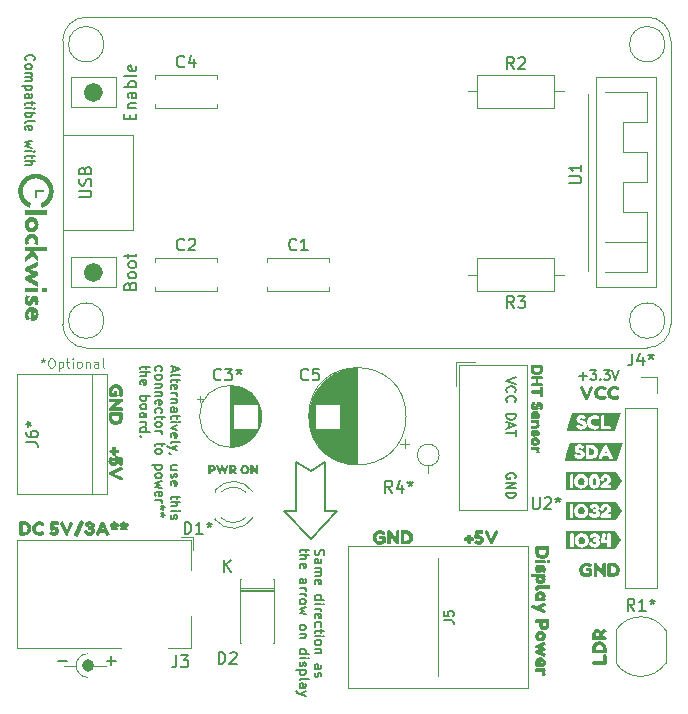
<source format=gto>
%TF.GenerationSoftware,KiCad,Pcbnew,8.0.7-unknown-202501031821~9d36205ced~ubuntu20.04.1*%
%TF.CreationDate,2025-02-02T17:39:59-03:00*%
%TF.ProjectId,Wise-Shield-32,57697365-2d53-4686-9965-6c642d33322e,1*%
%TF.SameCoordinates,Original*%
%TF.FileFunction,Legend,Top*%
%TF.FilePolarity,Positive*%
%FSLAX46Y46*%
G04 Gerber Fmt 4.6, Leading zero omitted, Abs format (unit mm)*
G04 Created by KiCad (PCBNEW 8.0.7-unknown-202501031821~9d36205ced~ubuntu20.04.1) date 2025-02-02 17:39:59*
%MOMM*%
%LPD*%
G01*
G04 APERTURE LIST*
%ADD10C,0.100000*%
%ADD11C,0.200000*%
%ADD12C,0.000000*%
%ADD13C,0.550000*%
%ADD14C,0.160000*%
%ADD15C,0.150000*%
%ADD16C,0.120000*%
%ADD17C,0.125000*%
%ADD18C,1.000000*%
G04 APERTURE END LIST*
D10*
X99870550Y-91096895D02*
X99870550Y-91287371D01*
X99680074Y-91211180D02*
X99870550Y-91287371D01*
X99870550Y-91287371D02*
X100061027Y-91211180D01*
X99756265Y-91439752D02*
X99870550Y-91287371D01*
X99870550Y-91287371D02*
X99984836Y-91439752D01*
X100518170Y-91096895D02*
X100670551Y-91096895D01*
X100670551Y-91096895D02*
X100746741Y-91134990D01*
X100746741Y-91134990D02*
X100822932Y-91211180D01*
X100822932Y-91211180D02*
X100861027Y-91363561D01*
X100861027Y-91363561D02*
X100861027Y-91630228D01*
X100861027Y-91630228D02*
X100822932Y-91782609D01*
X100822932Y-91782609D02*
X100746741Y-91858800D01*
X100746741Y-91858800D02*
X100670551Y-91896895D01*
X100670551Y-91896895D02*
X100518170Y-91896895D01*
X100518170Y-91896895D02*
X100441979Y-91858800D01*
X100441979Y-91858800D02*
X100365789Y-91782609D01*
X100365789Y-91782609D02*
X100327693Y-91630228D01*
X100327693Y-91630228D02*
X100327693Y-91363561D01*
X100327693Y-91363561D02*
X100365789Y-91211180D01*
X100365789Y-91211180D02*
X100441979Y-91134990D01*
X100441979Y-91134990D02*
X100518170Y-91096895D01*
X101203884Y-91363561D02*
X101203884Y-92163561D01*
X101203884Y-91401657D02*
X101280074Y-91363561D01*
X101280074Y-91363561D02*
X101432455Y-91363561D01*
X101432455Y-91363561D02*
X101508646Y-91401657D01*
X101508646Y-91401657D02*
X101546741Y-91439752D01*
X101546741Y-91439752D02*
X101584836Y-91515942D01*
X101584836Y-91515942D02*
X101584836Y-91744514D01*
X101584836Y-91744514D02*
X101546741Y-91820704D01*
X101546741Y-91820704D02*
X101508646Y-91858800D01*
X101508646Y-91858800D02*
X101432455Y-91896895D01*
X101432455Y-91896895D02*
X101280074Y-91896895D01*
X101280074Y-91896895D02*
X101203884Y-91858800D01*
X101813408Y-91363561D02*
X102118170Y-91363561D01*
X101927694Y-91096895D02*
X101927694Y-91782609D01*
X101927694Y-91782609D02*
X101965789Y-91858800D01*
X101965789Y-91858800D02*
X102041979Y-91896895D01*
X102041979Y-91896895D02*
X102118170Y-91896895D01*
X102384837Y-91896895D02*
X102384837Y-91363561D01*
X102384837Y-91096895D02*
X102346741Y-91134990D01*
X102346741Y-91134990D02*
X102384837Y-91173085D01*
X102384837Y-91173085D02*
X102422932Y-91134990D01*
X102422932Y-91134990D02*
X102384837Y-91096895D01*
X102384837Y-91096895D02*
X102384837Y-91173085D01*
X102880074Y-91896895D02*
X102803884Y-91858800D01*
X102803884Y-91858800D02*
X102765789Y-91820704D01*
X102765789Y-91820704D02*
X102727693Y-91744514D01*
X102727693Y-91744514D02*
X102727693Y-91515942D01*
X102727693Y-91515942D02*
X102765789Y-91439752D01*
X102765789Y-91439752D02*
X102803884Y-91401657D01*
X102803884Y-91401657D02*
X102880074Y-91363561D01*
X102880074Y-91363561D02*
X102994360Y-91363561D01*
X102994360Y-91363561D02*
X103070551Y-91401657D01*
X103070551Y-91401657D02*
X103108646Y-91439752D01*
X103108646Y-91439752D02*
X103146741Y-91515942D01*
X103146741Y-91515942D02*
X103146741Y-91744514D01*
X103146741Y-91744514D02*
X103108646Y-91820704D01*
X103108646Y-91820704D02*
X103070551Y-91858800D01*
X103070551Y-91858800D02*
X102994360Y-91896895D01*
X102994360Y-91896895D02*
X102880074Y-91896895D01*
X103489599Y-91363561D02*
X103489599Y-91896895D01*
X103489599Y-91439752D02*
X103527694Y-91401657D01*
X103527694Y-91401657D02*
X103603884Y-91363561D01*
X103603884Y-91363561D02*
X103718170Y-91363561D01*
X103718170Y-91363561D02*
X103794361Y-91401657D01*
X103794361Y-91401657D02*
X103832456Y-91477847D01*
X103832456Y-91477847D02*
X103832456Y-91896895D01*
X104556266Y-91896895D02*
X104556266Y-91477847D01*
X104556266Y-91477847D02*
X104518171Y-91401657D01*
X104518171Y-91401657D02*
X104441980Y-91363561D01*
X104441980Y-91363561D02*
X104289599Y-91363561D01*
X104289599Y-91363561D02*
X104213409Y-91401657D01*
X104556266Y-91858800D02*
X104480075Y-91896895D01*
X104480075Y-91896895D02*
X104289599Y-91896895D01*
X104289599Y-91896895D02*
X104213409Y-91858800D01*
X104213409Y-91858800D02*
X104175313Y-91782609D01*
X104175313Y-91782609D02*
X104175313Y-91706419D01*
X104175313Y-91706419D02*
X104213409Y-91630228D01*
X104213409Y-91630228D02*
X104289599Y-91592133D01*
X104289599Y-91592133D02*
X104480075Y-91592133D01*
X104480075Y-91592133D02*
X104556266Y-91554038D01*
X105051504Y-91896895D02*
X104975314Y-91858800D01*
X104975314Y-91858800D02*
X104937219Y-91782609D01*
X104937219Y-91782609D02*
X104937219Y-91096895D01*
D11*
X121300000Y-99900000D02*
X121300000Y-104000000D01*
D10*
X102700000Y-117100000D02*
X101700000Y-117100000D01*
D11*
X121300000Y-99900000D02*
X122550000Y-100600000D01*
D12*
G36*
X100215736Y-82034771D02*
G01*
X99088065Y-82034771D01*
X99279418Y-82226212D01*
X99470770Y-82417653D01*
X99469026Y-82856331D01*
X99467281Y-83295010D01*
X99294562Y-83373124D01*
X99189578Y-83420320D01*
X99110597Y-83455210D01*
X99059807Y-83476843D01*
X99045666Y-83482390D01*
X99039393Y-83484265D01*
X99039168Y-83483253D01*
X99038949Y-83480283D01*
X99038534Y-83468869D01*
X99037829Y-83426949D01*
X99037353Y-83364906D01*
X99037178Y-83289144D01*
X99037178Y-83094024D01*
X99236991Y-82987054D01*
X99314575Y-82945111D01*
X99378109Y-82909986D01*
X99421038Y-82885359D01*
X99432726Y-82878132D01*
X99435767Y-82875991D01*
X99436804Y-82874909D01*
X99435537Y-82873141D01*
X99431818Y-82868987D01*
X99417527Y-82854026D01*
X99394933Y-82831028D01*
X99365038Y-82800994D01*
X99287356Y-82723831D01*
X99192495Y-82630553D01*
X98948186Y-82391371D01*
X98664176Y-82675321D01*
X98380166Y-82959271D01*
X98380166Y-82478345D01*
X98596913Y-82261678D01*
X98681072Y-82177146D01*
X98749990Y-82107153D01*
X98796557Y-82058975D01*
X98809236Y-82045342D01*
X98813660Y-82039891D01*
X98813376Y-82039628D01*
X98812535Y-82039369D01*
X98809236Y-82038862D01*
X98796557Y-82037903D01*
X98776512Y-82037033D01*
X98749990Y-82036275D01*
X98717881Y-82035648D01*
X98681072Y-82035175D01*
X98640453Y-82034875D01*
X98596913Y-82034771D01*
X98380166Y-82034771D01*
X98380166Y-81662238D01*
X100215736Y-81662238D01*
X100215736Y-82034771D01*
G37*
G36*
X99003308Y-85509492D02*
G01*
X98955896Y-85509492D01*
X98955896Y-85136959D01*
X99003308Y-85136959D01*
X99003308Y-85509492D01*
G37*
D11*
X120300000Y-104000000D02*
X121300000Y-104000000D01*
D12*
G36*
X99089664Y-84442802D02*
G01*
X99174490Y-84480511D01*
X99304718Y-84539181D01*
X99467278Y-84612776D01*
X99469070Y-84827454D01*
X99469463Y-84910809D01*
X99469213Y-84979070D01*
X99468385Y-85025192D01*
X99467775Y-85037750D01*
X99467046Y-85042131D01*
X99453874Y-85035895D01*
X99421234Y-85019013D01*
X99318024Y-84964264D01*
X99198367Y-84899791D01*
X99103215Y-84847502D01*
X99037175Y-84810409D01*
X99037175Y-84420018D01*
X99089664Y-84442802D01*
G37*
G36*
X100215736Y-85509490D02*
G01*
X99836429Y-85509490D01*
X99836429Y-85136957D01*
X100215736Y-85136957D01*
X100215736Y-85509490D01*
G37*
G36*
X99000017Y-85829491D02*
G01*
X99000380Y-85834341D01*
X99001067Y-85852976D01*
X99002232Y-85921422D01*
X99003019Y-86022723D01*
X99003308Y-86146423D01*
X99003057Y-86342727D01*
X99002012Y-86402161D01*
X98999701Y-86442643D01*
X98997919Y-86457384D01*
X98995637Y-86469317D01*
X98992796Y-86479084D01*
X98989332Y-86487328D01*
X98985187Y-86494692D01*
X98980297Y-86501820D01*
X98968044Y-86517938D01*
X98966977Y-86519315D01*
X98965974Y-86520483D01*
X98965496Y-86520972D01*
X98965033Y-86521389D01*
X98964585Y-86521728D01*
X98964152Y-86521981D01*
X98963734Y-86522143D01*
X98963330Y-86522206D01*
X98962941Y-86522164D01*
X98962565Y-86522010D01*
X98962202Y-86521738D01*
X98961853Y-86521341D01*
X98961517Y-86520812D01*
X98961194Y-86520145D01*
X98960884Y-86519333D01*
X98960586Y-86518370D01*
X98960300Y-86517249D01*
X98960026Y-86515963D01*
X98959763Y-86514506D01*
X98959512Y-86512870D01*
X98959271Y-86511050D01*
X98959042Y-86509039D01*
X98958615Y-86504417D01*
X98958228Y-86498951D01*
X98957880Y-86492587D01*
X98957568Y-86485273D01*
X98957291Y-86476956D01*
X98957045Y-86467582D01*
X98956831Y-86457100D01*
X98956644Y-86445455D01*
X98956484Y-86432595D01*
X98956349Y-86418467D01*
X98956142Y-86386195D01*
X98956010Y-86348215D01*
X98955935Y-86304102D01*
X98955895Y-86195785D01*
X98955895Y-85857479D01*
X98975937Y-85842659D01*
X98980039Y-85839681D01*
X98984010Y-85836904D01*
X98987752Y-85834387D01*
X98991170Y-85832191D01*
X98994165Y-85830378D01*
X98996641Y-85829008D01*
X98997653Y-85828507D01*
X98998499Y-85828141D01*
X98999167Y-85827915D01*
X98999643Y-85827838D01*
X99000017Y-85829491D01*
G37*
G36*
X99470665Y-85509491D02*
G01*
X99037171Y-85509491D01*
X99037171Y-85136958D01*
X99470665Y-85136958D01*
X99470665Y-85509491D01*
G37*
G36*
X98618031Y-85776993D02*
G01*
X98744978Y-85852494D01*
X98745058Y-85852647D01*
X98745049Y-85852931D01*
X98744767Y-85853878D01*
X98744151Y-85855308D01*
X98743215Y-85857195D01*
X98741977Y-85859511D01*
X98740453Y-85862229D01*
X98736611Y-85868760D01*
X98731820Y-85876573D01*
X98726212Y-85885450D01*
X98719917Y-85895172D01*
X98713066Y-85905524D01*
X98701959Y-85922471D01*
X98691641Y-85938926D01*
X98682102Y-85954914D01*
X98673332Y-85970464D01*
X98665320Y-85985601D01*
X98658056Y-86000353D01*
X98651529Y-86014748D01*
X98645728Y-86028811D01*
X98640643Y-86042570D01*
X98636264Y-86056052D01*
X98632579Y-86069284D01*
X98629579Y-86082293D01*
X98627252Y-86095106D01*
X98625588Y-86107750D01*
X98624577Y-86120252D01*
X98624208Y-86132638D01*
X98624460Y-86145843D01*
X98625337Y-86158221D01*
X98626837Y-86169770D01*
X98628959Y-86180488D01*
X98631702Y-86190373D01*
X98635065Y-86199425D01*
X98636978Y-86203638D01*
X98639046Y-86207641D01*
X98641268Y-86211436D01*
X98643644Y-86215021D01*
X98646175Y-86218397D01*
X98648859Y-86221562D01*
X98651697Y-86224518D01*
X98654689Y-86227263D01*
X98657834Y-86229799D01*
X98661133Y-86232123D01*
X98664584Y-86234237D01*
X98668189Y-86236140D01*
X98671947Y-86237832D01*
X98675857Y-86239312D01*
X98679920Y-86240581D01*
X98684136Y-86241638D01*
X98688504Y-86242483D01*
X98693023Y-86243116D01*
X98697695Y-86243537D01*
X98702519Y-86243745D01*
X98707554Y-86243810D01*
X98712107Y-86243779D01*
X98716235Y-86243626D01*
X98719990Y-86243326D01*
X98723428Y-86242853D01*
X98726604Y-86242181D01*
X98728110Y-86241763D01*
X98729571Y-86241287D01*
X98730993Y-86240747D01*
X98732384Y-86240143D01*
X98733750Y-86239470D01*
X98735098Y-86238725D01*
X98736435Y-86237905D01*
X98737767Y-86237007D01*
X98740446Y-86234964D01*
X98743188Y-86232571D01*
X98746050Y-86229802D01*
X98749084Y-86226631D01*
X98752347Y-86223034D01*
X98755891Y-86218984D01*
X98758246Y-86216088D01*
X98760764Y-86212670D01*
X98763423Y-86208773D01*
X98766199Y-86204441D01*
X98769070Y-86199717D01*
X98772014Y-86194645D01*
X98778025Y-86183630D01*
X98784051Y-86171742D01*
X98789908Y-86159330D01*
X98795415Y-86146739D01*
X98797979Y-86140485D01*
X98800388Y-86134318D01*
X98813181Y-86101511D01*
X98826000Y-86070282D01*
X98838738Y-86040862D01*
X98851285Y-86013481D01*
X98863532Y-85988370D01*
X98875370Y-85965760D01*
X98886691Y-85945880D01*
X98897385Y-85928962D01*
X98922156Y-85892184D01*
X98920395Y-86233969D01*
X98918635Y-86575754D01*
X98895994Y-86591011D01*
X98883212Y-86598938D01*
X98869412Y-86606220D01*
X98854701Y-86612838D01*
X98839185Y-86618777D01*
X98822970Y-86624022D01*
X98806164Y-86628556D01*
X98788873Y-86632362D01*
X98771203Y-86635426D01*
X98753262Y-86637730D01*
X98735155Y-86639259D01*
X98716990Y-86639997D01*
X98698872Y-86639927D01*
X98680910Y-86639034D01*
X98663208Y-86637301D01*
X98645874Y-86634713D01*
X98629015Y-86631252D01*
X98613793Y-86627364D01*
X98599022Y-86622965D01*
X98584701Y-86618049D01*
X98570825Y-86612616D01*
X98557394Y-86606659D01*
X98544404Y-86600177D01*
X98531853Y-86593165D01*
X98519739Y-86585619D01*
X98508058Y-86577537D01*
X98496809Y-86568915D01*
X98485988Y-86559748D01*
X98475594Y-86550034D01*
X98465624Y-86539769D01*
X98456076Y-86528948D01*
X98446946Y-86517570D01*
X98438232Y-86505629D01*
X98429933Y-86493123D01*
X98422045Y-86480047D01*
X98414565Y-86466399D01*
X98407492Y-86452175D01*
X98400823Y-86437370D01*
X98394556Y-86421982D01*
X98388687Y-86406007D01*
X98383214Y-86389440D01*
X98378136Y-86372280D01*
X98373448Y-86354522D01*
X98369150Y-86336162D01*
X98365238Y-86317196D01*
X98358563Y-86277436D01*
X98353403Y-86235212D01*
X98350489Y-86203347D01*
X98348506Y-86173954D01*
X98347463Y-86146460D01*
X98347368Y-86120296D01*
X98348230Y-86094888D01*
X98350058Y-86069665D01*
X98352859Y-86044057D01*
X98356643Y-86017490D01*
X98356653Y-86017490D01*
X98360064Y-85998123D01*
X98364265Y-85978317D01*
X98369205Y-85958192D01*
X98374835Y-85937870D01*
X98381105Y-85917471D01*
X98387966Y-85897115D01*
X98395367Y-85876923D01*
X98403258Y-85857016D01*
X98411592Y-85837515D01*
X98420316Y-85818540D01*
X98429383Y-85800212D01*
X98438742Y-85782652D01*
X98448343Y-85765980D01*
X98458137Y-85750317D01*
X98468075Y-85735783D01*
X98478105Y-85722500D01*
X98493523Y-85703165D01*
X98618031Y-85776993D01*
G37*
G36*
X98999777Y-83118755D02*
G01*
X98999965Y-83119499D01*
X99000334Y-83122418D01*
X99001031Y-83133637D01*
X99001663Y-83151373D01*
X99002214Y-83174841D01*
X99003012Y-83235823D01*
X99003306Y-83310290D01*
X99003306Y-83502076D01*
X98979599Y-83513381D01*
X98955893Y-83524686D01*
X98955893Y-83139173D01*
X98975879Y-83128839D01*
X98979969Y-83126764D01*
X98983932Y-83124828D01*
X98987670Y-83123073D01*
X98991086Y-83121541D01*
X98994083Y-83120276D01*
X98996563Y-83119320D01*
X98998430Y-83118715D01*
X98999103Y-83118558D01*
X98999586Y-83118504D01*
X98999777Y-83118755D01*
G37*
D11*
X122550000Y-100600000D02*
X123800000Y-99900000D01*
X124800000Y-104000000D02*
X123800000Y-104000000D01*
D10*
X103700000Y-117100000D02*
X105200000Y-117100000D01*
D12*
G36*
X98922029Y-85509491D02*
G01*
X98380162Y-85509491D01*
X98380162Y-85136958D01*
X98922029Y-85136958D01*
X98922029Y-85509491D01*
G37*
G36*
X98960102Y-84385172D02*
G01*
X98960775Y-84385329D01*
X98961625Y-84385585D01*
X98962642Y-84385934D01*
X98963811Y-84386370D01*
X98965122Y-84386889D01*
X98968118Y-84388153D01*
X98971534Y-84389684D01*
X98975272Y-84391439D01*
X98979235Y-84393376D01*
X98983325Y-84395452D01*
X99003308Y-84405787D01*
X99003308Y-84599217D01*
X99002907Y-84674127D01*
X99001815Y-84735100D01*
X99000200Y-84775870D01*
X98999248Y-84786721D01*
X98998745Y-84789421D01*
X98998227Y-84790172D01*
X98989169Y-84785681D01*
X98974521Y-84778360D01*
X98955895Y-84769024D01*
X98955895Y-84577072D01*
X98956188Y-84502540D01*
X98956987Y-84441505D01*
X98958169Y-84400265D01*
X98958867Y-84389037D01*
X98959614Y-84385119D01*
X98959619Y-84385118D01*
X98960102Y-84385172D01*
G37*
G36*
X98925416Y-79124347D02*
G01*
X98957185Y-79125141D01*
X98997595Y-79128967D01*
X99037598Y-79135606D01*
X99076977Y-79145059D01*
X99115518Y-79157329D01*
X99153006Y-79172417D01*
X99189225Y-79190327D01*
X99223961Y-79211059D01*
X99239369Y-79221485D01*
X99254385Y-79232386D01*
X99269005Y-79243754D01*
X99283225Y-79255582D01*
X99297041Y-79267863D01*
X99310449Y-79280587D01*
X99336024Y-79307339D01*
X99359919Y-79335774D01*
X99382099Y-79365832D01*
X99402534Y-79397450D01*
X99421190Y-79430567D01*
X99438034Y-79465120D01*
X99453035Y-79501047D01*
X99466159Y-79538286D01*
X99477375Y-79576776D01*
X99486649Y-79616454D01*
X99493950Y-79657258D01*
X99499244Y-79699127D01*
X99502499Y-79741997D01*
X99503489Y-79793190D01*
X99501230Y-79843604D01*
X99495811Y-79893066D01*
X99487322Y-79941405D01*
X99475851Y-79988447D01*
X99461488Y-80034019D01*
X99444320Y-80077950D01*
X99424438Y-80120066D01*
X99401929Y-80160194D01*
X99376884Y-80198163D01*
X99349391Y-80233800D01*
X99319539Y-80266931D01*
X99287417Y-80297385D01*
X99253114Y-80324988D01*
X99216719Y-80349568D01*
X99178321Y-80370953D01*
X99162217Y-80378820D01*
X99146548Y-80386047D01*
X99131238Y-80392654D01*
X99116205Y-80398659D01*
X99101373Y-80404081D01*
X99086661Y-80408940D01*
X99071990Y-80413253D01*
X99057283Y-80417040D01*
X99042459Y-80420319D01*
X99027440Y-80423110D01*
X99012146Y-80425432D01*
X98996500Y-80427303D01*
X98980421Y-80428743D01*
X98963832Y-80429770D01*
X98946652Y-80430402D01*
X98928804Y-80430660D01*
X98886825Y-80429532D01*
X98846055Y-80425806D01*
X98806532Y-80419507D01*
X98768296Y-80410659D01*
X98731385Y-80399287D01*
X98695839Y-80385414D01*
X98661695Y-80369065D01*
X98628993Y-80350265D01*
X98597772Y-80329038D01*
X98568071Y-80305408D01*
X98539928Y-80279399D01*
X98513383Y-80251036D01*
X98488474Y-80220344D01*
X98465240Y-80187346D01*
X98443720Y-80152067D01*
X98423954Y-80114531D01*
X98412166Y-80089265D01*
X98401374Y-80063781D01*
X98391578Y-80038067D01*
X98382774Y-80012112D01*
X98374962Y-79985904D01*
X98368139Y-79959431D01*
X98362303Y-79932683D01*
X98357453Y-79905648D01*
X98353587Y-79878314D01*
X98350703Y-79850669D01*
X98348799Y-79822704D01*
X98347873Y-79794405D01*
X98347900Y-79779089D01*
X98668090Y-79779089D01*
X98668490Y-79793553D01*
X98669579Y-79807950D01*
X98671361Y-79822230D01*
X98673836Y-79836344D01*
X98677008Y-79850245D01*
X98680878Y-79863882D01*
X98685448Y-79877207D01*
X98685447Y-79877206D01*
X98690284Y-79889175D01*
X98695692Y-79900759D01*
X98701661Y-79911948D01*
X98708182Y-79922733D01*
X98715246Y-79933105D01*
X98722843Y-79943054D01*
X98730964Y-79952572D01*
X98739600Y-79961650D01*
X98748742Y-79970277D01*
X98758380Y-79978445D01*
X98768505Y-79986144D01*
X98779107Y-79993366D01*
X98790179Y-80000101D01*
X98801710Y-80006340D01*
X98813690Y-80012073D01*
X98826112Y-80017292D01*
X98836678Y-80021027D01*
X98847990Y-80024262D01*
X98859940Y-80026997D01*
X98872425Y-80029231D01*
X98885337Y-80030966D01*
X98898570Y-80032200D01*
X98912020Y-80032935D01*
X98925579Y-80033170D01*
X98939142Y-80032905D01*
X98952603Y-80032141D01*
X98965857Y-80030878D01*
X98978796Y-80029116D01*
X98991317Y-80026854D01*
X99003311Y-80024094D01*
X99014674Y-80020834D01*
X99025300Y-80017076D01*
X99035444Y-80012755D01*
X99045533Y-80007781D01*
X99055532Y-80002188D01*
X99065403Y-79996012D01*
X99075110Y-79989286D01*
X99084617Y-79982045D01*
X99093887Y-79974324D01*
X99102884Y-79966157D01*
X99111570Y-79957579D01*
X99119910Y-79948625D01*
X99127867Y-79939329D01*
X99135404Y-79929725D01*
X99142485Y-79919849D01*
X99149074Y-79909735D01*
X99155133Y-79899418D01*
X99160626Y-79888931D01*
X99167421Y-79874785D01*
X99170228Y-79868545D01*
X99172675Y-79862700D01*
X99174785Y-79857129D01*
X99176584Y-79851711D01*
X99178096Y-79846326D01*
X99179344Y-79840852D01*
X99180354Y-79835169D01*
X99181151Y-79829156D01*
X99181757Y-79822693D01*
X99182199Y-79815659D01*
X99182500Y-79807932D01*
X99182684Y-79799394D01*
X99182803Y-79779395D01*
X99182676Y-79759680D01*
X99182183Y-79743509D01*
X99181744Y-79736473D01*
X99181149Y-79729988D01*
X99180376Y-79723943D01*
X99179403Y-79718225D01*
X99178208Y-79712723D01*
X99176771Y-79707325D01*
X99175070Y-79701921D01*
X99173083Y-79696397D01*
X99170788Y-79690643D01*
X99168164Y-79684546D01*
X99161843Y-79670879D01*
X99156668Y-79660551D01*
X99151133Y-79650550D01*
X99145241Y-79640879D01*
X99138994Y-79631540D01*
X99132395Y-79622536D01*
X99125445Y-79613869D01*
X99118147Y-79605540D01*
X99110503Y-79597553D01*
X99102516Y-79589909D01*
X99094187Y-79582611D01*
X99085520Y-79575661D01*
X99076515Y-79569062D01*
X99067177Y-79562815D01*
X99057506Y-79556923D01*
X99047505Y-79551388D01*
X99037176Y-79546213D01*
X99023350Y-79539807D01*
X99017214Y-79537160D01*
X99011434Y-79534853D01*
X99005887Y-79532864D01*
X99000453Y-79531170D01*
X98995008Y-79529749D01*
X98989431Y-79528578D01*
X98983600Y-79527634D01*
X98977393Y-79526894D01*
X98970687Y-79526337D01*
X98963361Y-79525940D01*
X98955293Y-79525679D01*
X98946361Y-79525532D01*
X98925416Y-79525492D01*
X98906480Y-79525713D01*
X98890166Y-79526284D01*
X98875956Y-79527281D01*
X98869479Y-79527964D01*
X98863335Y-79528782D01*
X98857460Y-79529744D01*
X98851788Y-79530861D01*
X98846255Y-79532141D01*
X98840796Y-79533595D01*
X98835348Y-79535232D01*
X98829846Y-79537062D01*
X98818419Y-79541337D01*
X98809764Y-79545121D01*
X98800891Y-79549655D01*
X98791872Y-79554872D01*
X98782783Y-79560703D01*
X98773697Y-79567080D01*
X98764688Y-79573937D01*
X98755831Y-79581205D01*
X98747200Y-79588816D01*
X98738868Y-79596703D01*
X98730911Y-79604799D01*
X98723402Y-79613034D01*
X98716415Y-79621342D01*
X98710024Y-79629655D01*
X98704305Y-79637905D01*
X98699329Y-79646025D01*
X98695173Y-79653946D01*
X98689462Y-79666816D01*
X98684421Y-79680059D01*
X98680053Y-79693627D01*
X98676360Y-79707468D01*
X98673344Y-79721536D01*
X98671006Y-79735781D01*
X98669350Y-79750154D01*
X98668377Y-79764607D01*
X98668090Y-79779089D01*
X98347900Y-79779089D01*
X98347924Y-79765762D01*
X98348949Y-79736763D01*
X98350947Y-79707396D01*
X98353916Y-79677651D01*
X98353913Y-79677651D01*
X98358994Y-79641191D01*
X98365722Y-79605419D01*
X98374059Y-79570407D01*
X98383964Y-79536226D01*
X98395398Y-79502948D01*
X98408320Y-79470644D01*
X98422691Y-79439386D01*
X98438471Y-79409245D01*
X98455620Y-79380294D01*
X98474098Y-79352603D01*
X98493866Y-79326244D01*
X98514883Y-79301288D01*
X98537109Y-79277808D01*
X98560505Y-79255875D01*
X98585031Y-79235560D01*
X98610647Y-79216935D01*
X98645044Y-79195540D01*
X98680971Y-79176940D01*
X98718210Y-79161135D01*
X98756549Y-79148129D01*
X98795770Y-79137922D01*
X98835660Y-79130518D01*
X98876002Y-79125919D01*
X98916583Y-79124126D01*
X98925416Y-79124347D01*
G37*
G36*
X98954747Y-80538894D02*
G01*
X98972219Y-80539750D01*
X98989099Y-80541068D01*
X99005227Y-80542854D01*
X99020442Y-80545114D01*
X99034584Y-80547853D01*
X99074346Y-80558149D01*
X99113076Y-80571255D01*
X99150663Y-80587064D01*
X99186999Y-80605469D01*
X99221973Y-80626362D01*
X99255477Y-80649637D01*
X99287401Y-80675185D01*
X99317636Y-80702900D01*
X99346071Y-80732675D01*
X99372599Y-80764402D01*
X99397108Y-80797974D01*
X99419490Y-80833283D01*
X99439636Y-80870224D01*
X99457435Y-80908687D01*
X99472779Y-80948567D01*
X99485558Y-80989755D01*
X99489248Y-81005065D01*
X99492450Y-81022124D01*
X99495162Y-81040694D01*
X99497384Y-81060537D01*
X99499117Y-81081415D01*
X99500360Y-81103090D01*
X99501113Y-81125324D01*
X99501375Y-81147878D01*
X99501147Y-81170515D01*
X99500428Y-81192996D01*
X99499218Y-81215084D01*
X99497517Y-81236541D01*
X99495325Y-81257127D01*
X99492641Y-81276606D01*
X99489466Y-81294739D01*
X99485798Y-81311288D01*
X99478985Y-81336904D01*
X99471519Y-81361861D01*
X99463517Y-81385861D01*
X99455097Y-81408603D01*
X99446375Y-81429789D01*
X99437469Y-81449119D01*
X99432982Y-81457995D01*
X99428494Y-81466294D01*
X99424017Y-81473979D01*
X99419568Y-81481014D01*
X99402746Y-81506431D01*
X99279223Y-81444720D01*
X99191197Y-81400406D01*
X99163806Y-81386358D01*
X99153019Y-81380523D01*
X99152904Y-81380345D01*
X99152837Y-81380067D01*
X99152815Y-81379693D01*
X99152838Y-81379226D01*
X99153014Y-81378021D01*
X99153358Y-81376474D01*
X99153862Y-81374605D01*
X99154519Y-81372437D01*
X99155321Y-81369990D01*
X99156261Y-81367286D01*
X99158522Y-81361191D01*
X99161242Y-81354323D01*
X99164361Y-81346853D01*
X99167817Y-81338950D01*
X99174510Y-81322971D01*
X99180360Y-81306874D01*
X99185365Y-81290696D01*
X99189526Y-81274474D01*
X99192841Y-81258246D01*
X99195310Y-81242047D01*
X99196931Y-81225916D01*
X99197705Y-81209890D01*
X99197630Y-81194005D01*
X99196704Y-81178298D01*
X99194929Y-81162808D01*
X99192302Y-81147570D01*
X99188823Y-81132622D01*
X99184491Y-81118002D01*
X99179305Y-81103745D01*
X99173265Y-81089890D01*
X99165753Y-81075028D01*
X99157656Y-81060902D01*
X99148974Y-81047512D01*
X99139709Y-81034858D01*
X99129858Y-81022940D01*
X99119424Y-81011758D01*
X99108405Y-81001312D01*
X99096802Y-80991601D01*
X99084614Y-80982627D01*
X99071842Y-80974389D01*
X99058486Y-80966886D01*
X99044545Y-80960120D01*
X99030020Y-80954089D01*
X99014910Y-80948795D01*
X98999216Y-80944236D01*
X98982937Y-80940413D01*
X98968803Y-80937847D01*
X98954696Y-80936038D01*
X98940640Y-80934969D01*
X98926656Y-80934626D01*
X98912769Y-80934993D01*
X98899001Y-80936054D01*
X98885374Y-80937795D01*
X98871913Y-80940200D01*
X98858639Y-80943254D01*
X98845576Y-80946941D01*
X98832746Y-80951246D01*
X98820174Y-80956155D01*
X98807880Y-80961651D01*
X98795889Y-80967719D01*
X98784224Y-80974344D01*
X98772906Y-80981511D01*
X98761960Y-80989204D01*
X98751408Y-80997408D01*
X98741273Y-81006109D01*
X98731578Y-81015289D01*
X98722346Y-81024935D01*
X98713600Y-81035030D01*
X98705362Y-81045561D01*
X98697656Y-81056510D01*
X98690505Y-81067863D01*
X98683932Y-81079605D01*
X98677959Y-81091720D01*
X98672609Y-81104194D01*
X98667905Y-81117010D01*
X98663871Y-81130153D01*
X98660529Y-81143609D01*
X98657903Y-81157361D01*
X98656349Y-81169309D01*
X98655428Y-81181987D01*
X98655115Y-81195261D01*
X98655387Y-81209002D01*
X98656220Y-81223077D01*
X98657588Y-81237354D01*
X98659469Y-81251703D01*
X98661838Y-81265990D01*
X98664670Y-81280085D01*
X98667942Y-81293856D01*
X98671630Y-81307171D01*
X98675709Y-81319898D01*
X98680156Y-81331907D01*
X98684945Y-81343064D01*
X98690054Y-81353239D01*
X98695458Y-81362300D01*
X98697155Y-81364953D01*
X98697882Y-81366178D01*
X98698514Y-81367346D01*
X98699042Y-81368467D01*
X98699454Y-81369549D01*
X98699740Y-81370601D01*
X98699833Y-81371119D01*
X98699890Y-81371632D01*
X98699911Y-81372141D01*
X98699894Y-81372649D01*
X98699838Y-81373156D01*
X98699742Y-81373663D01*
X98699604Y-81374170D01*
X98699423Y-81374680D01*
X98699197Y-81375194D01*
X98698926Y-81375711D01*
X98698608Y-81376235D01*
X98698242Y-81376764D01*
X98697827Y-81377302D01*
X98697361Y-81377848D01*
X98696271Y-81378971D01*
X98694963Y-81380141D01*
X98693427Y-81381369D01*
X98691651Y-81382661D01*
X98689626Y-81384028D01*
X98687342Y-81385477D01*
X98684787Y-81387018D01*
X98681953Y-81388659D01*
X98678828Y-81390408D01*
X98675402Y-81392275D01*
X98667608Y-81396396D01*
X98658486Y-81401090D01*
X98647956Y-81406428D01*
X98635934Y-81412478D01*
X98604039Y-81428321D01*
X98568584Y-81445635D01*
X98533890Y-81462327D01*
X98504275Y-81476301D01*
X98442130Y-81505192D01*
X98418302Y-81459849D01*
X98407977Y-81438856D01*
X98398398Y-81416659D01*
X98389587Y-81393389D01*
X98381564Y-81369175D01*
X98374350Y-81344148D01*
X98367964Y-81318440D01*
X98362428Y-81292182D01*
X98357763Y-81265503D01*
X98353988Y-81238534D01*
X98351125Y-81211407D01*
X98349193Y-81184253D01*
X98348214Y-81157201D01*
X98348208Y-81130382D01*
X98349196Y-81103928D01*
X98351198Y-81077969D01*
X98354234Y-81052636D01*
X98354237Y-81052637D01*
X98354238Y-81052637D01*
X98354239Y-81052637D01*
X98354241Y-81052637D01*
X98354242Y-81052637D01*
X98354243Y-81052637D01*
X98354244Y-81052637D01*
X98361844Y-81010839D01*
X98372550Y-80969710D01*
X98386221Y-80929417D01*
X98402717Y-80890128D01*
X98421897Y-80852011D01*
X98443619Y-80815235D01*
X98467742Y-80779966D01*
X98494125Y-80746374D01*
X98522628Y-80714626D01*
X98553108Y-80684890D01*
X98585425Y-80657334D01*
X98619439Y-80632125D01*
X98655007Y-80609433D01*
X98691989Y-80589425D01*
X98730243Y-80572268D01*
X98769629Y-80558131D01*
X98782970Y-80554325D01*
X98797492Y-80550912D01*
X98813033Y-80547898D01*
X98829433Y-80545289D01*
X98846531Y-80543091D01*
X98864165Y-80541311D01*
X98882175Y-80539955D01*
X98900399Y-80539029D01*
X98918677Y-80538539D01*
X98936846Y-80538492D01*
X98954747Y-80538894D01*
G37*
D10*
X103700000Y-118100000D02*
G75*
G02*
X103700000Y-116100000I0J1000000D01*
G01*
D12*
G36*
X99346442Y-75468951D02*
G01*
X99408726Y-75471329D01*
X99464729Y-75475292D01*
X99489393Y-75477868D01*
X99511308Y-75480840D01*
X99558326Y-75488848D01*
X99604758Y-75498172D01*
X99650603Y-75508813D01*
X99695861Y-75520770D01*
X99740531Y-75534043D01*
X99784614Y-75548632D01*
X99828109Y-75564537D01*
X99871017Y-75581759D01*
X99913336Y-75600296D01*
X99955066Y-75620149D01*
X99996208Y-75641317D01*
X100036761Y-75663801D01*
X100076724Y-75687600D01*
X100116098Y-75712715D01*
X100154882Y-75739145D01*
X100193077Y-75766889D01*
X100207041Y-75777695D01*
X100222235Y-75790074D01*
X100255518Y-75818777D01*
X100291333Y-75851444D01*
X100328087Y-75886523D01*
X100364187Y-75922462D01*
X100398042Y-75957710D01*
X100428059Y-75990713D01*
X100441131Y-76005887D01*
X100452646Y-76019919D01*
X100483434Y-76059950D01*
X100512754Y-76100896D01*
X100540602Y-76142743D01*
X100566970Y-76185474D01*
X100591852Y-76229075D01*
X100615241Y-76273530D01*
X100637131Y-76318824D01*
X100657516Y-76364943D01*
X100676389Y-76411870D01*
X100693744Y-76459591D01*
X100709574Y-76508090D01*
X100723873Y-76557353D01*
X100736635Y-76607363D01*
X100747853Y-76658107D01*
X100757521Y-76709568D01*
X100765631Y-76761731D01*
X100769684Y-76800566D01*
X100772393Y-76847499D01*
X100773784Y-76899882D01*
X100773882Y-76955070D01*
X100772714Y-77010418D01*
X100770304Y-77063279D01*
X100766679Y-77111007D01*
X100761864Y-77150956D01*
X100745633Y-77239766D01*
X100724574Y-77326625D01*
X100698798Y-77411379D01*
X100668413Y-77493873D01*
X100633530Y-77573952D01*
X100594258Y-77651460D01*
X100550708Y-77726242D01*
X100502987Y-77798143D01*
X100451207Y-77867007D01*
X100395478Y-77932680D01*
X100335908Y-77995006D01*
X100272607Y-78053830D01*
X100205686Y-78108997D01*
X100135254Y-78160352D01*
X100061420Y-78207738D01*
X99984295Y-78251002D01*
X99955607Y-78265536D01*
X99925370Y-78280063D01*
X99895168Y-78293910D01*
X99866587Y-78306401D01*
X99841209Y-78316863D01*
X99820619Y-78324623D01*
X99812615Y-78327278D01*
X99806402Y-78329005D01*
X99802178Y-78329720D01*
X99800874Y-78329671D01*
X99800141Y-78329337D01*
X99779246Y-78273914D01*
X99736146Y-78154352D01*
X99693107Y-78032941D01*
X99672394Y-77971969D01*
X99672356Y-77971423D01*
X99672464Y-77970827D01*
X99672717Y-77970181D01*
X99673112Y-77969486D01*
X99673648Y-77968743D01*
X99674323Y-77967953D01*
X99675135Y-77967118D01*
X99676084Y-77966237D01*
X99677166Y-77965313D01*
X99678381Y-77964345D01*
X99681202Y-77962286D01*
X99684533Y-77960067D01*
X99688361Y-77957697D01*
X99692672Y-77955183D01*
X99697453Y-77952534D01*
X99702691Y-77949757D01*
X99708373Y-77946860D01*
X99714484Y-77943852D01*
X99721012Y-77940740D01*
X99727944Y-77937533D01*
X99735266Y-77934238D01*
X99779191Y-77913570D01*
X99821818Y-77891186D01*
X99863120Y-77867144D01*
X99903068Y-77841499D01*
X99941632Y-77814309D01*
X99978784Y-77785631D01*
X100014496Y-77755522D01*
X100048739Y-77724038D01*
X100081483Y-77691236D01*
X100112701Y-77657175D01*
X100142364Y-77621909D01*
X100170443Y-77585497D01*
X100196909Y-77547995D01*
X100221734Y-77509461D01*
X100244888Y-77469950D01*
X100266344Y-77429520D01*
X100286073Y-77388228D01*
X100304045Y-77346131D01*
X100320233Y-77303286D01*
X100334607Y-77259750D01*
X100347139Y-77215579D01*
X100357800Y-77170830D01*
X100366562Y-77125561D01*
X100373395Y-77079828D01*
X100378271Y-77033689D01*
X100381162Y-76987200D01*
X100382039Y-76940418D01*
X100380872Y-76893400D01*
X100377634Y-76846203D01*
X100372296Y-76798883D01*
X100364829Y-76751499D01*
X100355204Y-76704106D01*
X100335006Y-76627830D01*
X100309551Y-76553914D01*
X100279047Y-76482563D01*
X100243704Y-76413982D01*
X100203729Y-76348377D01*
X100159333Y-76285951D01*
X100110723Y-76226911D01*
X100058109Y-76171462D01*
X100001698Y-76119809D01*
X99941701Y-76072156D01*
X99878326Y-76028709D01*
X99811782Y-75989673D01*
X99742276Y-75955254D01*
X99670020Y-75925656D01*
X99595220Y-75901084D01*
X99518086Y-75881744D01*
X99481325Y-75874875D01*
X99441608Y-75869206D01*
X99399767Y-75864784D01*
X99356637Y-75861656D01*
X99313050Y-75859869D01*
X99269840Y-75859471D01*
X99227841Y-75860509D01*
X99187886Y-75863030D01*
X99130558Y-75868914D01*
X99103222Y-75872538D01*
X99076647Y-75876649D01*
X99050739Y-75881274D01*
X99025405Y-75886437D01*
X99000553Y-75892164D01*
X98976089Y-75898480D01*
X98951921Y-75905411D01*
X98927954Y-75912983D01*
X98904096Y-75921219D01*
X98880254Y-75930146D01*
X98856334Y-75939790D01*
X98832244Y-75950175D01*
X98807890Y-75961327D01*
X98783180Y-75973271D01*
X98763154Y-75983425D01*
X98743611Y-75993806D01*
X98724511Y-76004443D01*
X98705813Y-76015365D01*
X98687477Y-76026601D01*
X98669464Y-76038180D01*
X98651733Y-76050131D01*
X98634243Y-76062484D01*
X98616956Y-76075266D01*
X98599831Y-76088508D01*
X98582827Y-76102238D01*
X98565904Y-76116485D01*
X98549023Y-76131278D01*
X98532143Y-76146646D01*
X98515224Y-76162619D01*
X98498226Y-76179225D01*
X98464757Y-76213958D01*
X98433112Y-76249837D01*
X98403297Y-76286800D01*
X98375319Y-76324782D01*
X98349183Y-76363720D01*
X98324896Y-76403550D01*
X98302464Y-76444209D01*
X98281894Y-76485632D01*
X98263192Y-76527757D01*
X98246364Y-76570519D01*
X98231416Y-76613856D01*
X98218355Y-76657703D01*
X98207188Y-76701996D01*
X98197919Y-76746673D01*
X98190557Y-76791670D01*
X98185106Y-76836922D01*
X98181573Y-76882367D01*
X98179966Y-76927940D01*
X98180289Y-76973579D01*
X98182549Y-77019219D01*
X98186753Y-77064797D01*
X98192906Y-77110249D01*
X98201016Y-77155512D01*
X98211088Y-77200522D01*
X98223128Y-77245216D01*
X98237144Y-77289529D01*
X98253141Y-77333398D01*
X98271125Y-77376760D01*
X98291104Y-77419551D01*
X98313082Y-77461707D01*
X98337067Y-77503165D01*
X98363065Y-77543861D01*
X98386435Y-77577356D01*
X98410996Y-77609899D01*
X98436713Y-77641461D01*
X98463548Y-77672011D01*
X98491464Y-77701519D01*
X98520424Y-77729956D01*
X98550392Y-77757290D01*
X98581329Y-77783492D01*
X98613200Y-77808532D01*
X98645967Y-77832379D01*
X98679593Y-77855004D01*
X98714042Y-77876375D01*
X98749276Y-77896464D01*
X98785259Y-77915239D01*
X98821953Y-77932671D01*
X98859321Y-77948730D01*
X98894823Y-77963199D01*
X98867225Y-78039798D01*
X98802219Y-78221385D01*
X98787472Y-78262383D01*
X98774972Y-78296403D01*
X98766041Y-78319902D01*
X98763325Y-78326599D01*
X98761997Y-78329338D01*
X98761264Y-78329660D01*
X98759964Y-78329702D01*
X98755766Y-78328988D01*
X98749607Y-78327281D01*
X98741690Y-78324668D01*
X98721391Y-78317063D01*
X98696493Y-78306860D01*
X98668619Y-78294746D01*
X98639391Y-78281406D01*
X98610432Y-78267527D01*
X98583367Y-78253795D01*
X98529327Y-78224106D01*
X98477027Y-78192699D01*
X98426470Y-78159578D01*
X98377659Y-78124745D01*
X98330599Y-78088205D01*
X98285291Y-78049960D01*
X98241740Y-78010015D01*
X98199948Y-77968372D01*
X98159919Y-77925035D01*
X98121657Y-77880007D01*
X98085164Y-77833293D01*
X98050444Y-77784894D01*
X98017500Y-77734815D01*
X97986336Y-77683060D01*
X97956955Y-77629630D01*
X97929359Y-77574531D01*
X97906033Y-77523472D01*
X97885026Y-77472783D01*
X97866220Y-77422075D01*
X97849493Y-77370956D01*
X97834728Y-77319038D01*
X97821806Y-77265930D01*
X97810606Y-77211242D01*
X97801011Y-77154585D01*
X97797290Y-77124034D01*
X97793918Y-77084862D01*
X97791024Y-77040179D01*
X97788735Y-76993097D01*
X97787179Y-76946727D01*
X97786485Y-76904182D01*
X97786781Y-76868573D01*
X97788193Y-76843011D01*
X97788192Y-76843011D01*
X97788191Y-76843011D01*
X97788190Y-76843011D01*
X97793685Y-76794546D01*
X97800022Y-76747515D01*
X97807228Y-76701828D01*
X97815333Y-76657396D01*
X97824365Y-76614127D01*
X97834351Y-76571930D01*
X97845321Y-76530717D01*
X97857302Y-76490396D01*
X97870323Y-76450876D01*
X97884413Y-76412069D01*
X97899598Y-76373882D01*
X97915909Y-76336226D01*
X97933372Y-76299010D01*
X97952017Y-76262145D01*
X97971871Y-76225538D01*
X97992964Y-76189101D01*
X98008911Y-76163100D01*
X98025703Y-76137086D01*
X98043289Y-76111120D01*
X98061615Y-76085265D01*
X98080630Y-76059579D01*
X98100282Y-76034125D01*
X98120520Y-76008962D01*
X98141290Y-75984153D01*
X98162542Y-75959757D01*
X98184222Y-75935836D01*
X98206280Y-75912451D01*
X98228663Y-75889662D01*
X98251319Y-75867530D01*
X98274196Y-75846116D01*
X98297243Y-75825482D01*
X98320406Y-75805687D01*
X98358894Y-75774754D01*
X98398613Y-75745115D01*
X98439504Y-75716796D01*
X98481507Y-75689825D01*
X98524565Y-75664227D01*
X98568616Y-75640028D01*
X98613601Y-75617256D01*
X98659462Y-75595936D01*
X98706138Y-75576095D01*
X98753571Y-75557759D01*
X98801700Y-75540956D01*
X98850468Y-75525710D01*
X98899813Y-75512050D01*
X98949676Y-75500000D01*
X99000000Y-75489588D01*
X99050723Y-75480840D01*
X99072638Y-75477868D01*
X99097302Y-75475292D01*
X99153305Y-75471329D01*
X99215589Y-75468951D01*
X99281015Y-75468158D01*
X99346442Y-75468951D01*
G37*
D11*
X122550000Y-106400000D02*
X120300000Y-104000000D01*
D12*
G36*
X99055798Y-83640089D02*
G01*
X99063549Y-83643067D01*
X99078530Y-83649327D01*
X99126654Y-83670146D01*
X99193113Y-83699457D01*
X99270852Y-83734175D01*
X99467279Y-83822395D01*
X99469111Y-83953376D01*
X99470943Y-84084358D01*
X99303165Y-84158003D01*
X99173649Y-84215270D01*
X99097862Y-84249539D01*
X99082378Y-84256837D01*
X99067958Y-84263481D01*
X99056213Y-84268738D01*
X99048755Y-84271876D01*
X99047769Y-84272185D01*
X99047298Y-84272271D01*
X99046840Y-84272302D01*
X99046397Y-84272274D01*
X99045967Y-84272181D01*
X99045551Y-84272016D01*
X99045148Y-84271774D01*
X99044759Y-84271449D01*
X99044382Y-84271035D01*
X99044017Y-84270527D01*
X99043665Y-84269919D01*
X99043325Y-84269204D01*
X99042998Y-84268377D01*
X99042682Y-84267432D01*
X99042377Y-84266363D01*
X99041802Y-84263831D01*
X99041271Y-84260734D01*
X99040781Y-84257026D01*
X99040332Y-84252659D01*
X99039921Y-84247587D01*
X99039547Y-84241764D01*
X99039209Y-84235143D01*
X99038903Y-84227677D01*
X99038630Y-84219319D01*
X99038386Y-84210023D01*
X99038171Y-84199743D01*
X99037982Y-84188431D01*
X99037678Y-84162528D01*
X99037460Y-84131939D01*
X99037314Y-84096292D01*
X99037226Y-84055214D01*
X99037173Y-83955273D01*
X99037173Y-83634225D01*
X99055798Y-83640089D01*
G37*
G36*
X98965299Y-86755908D02*
G01*
X98966369Y-86755979D01*
X98968847Y-86756235D01*
X98971695Y-86756628D01*
X98974814Y-86757141D01*
X98978107Y-86757757D01*
X98981479Y-86758460D01*
X98984830Y-86759231D01*
X98988064Y-86760054D01*
X99003304Y-86764142D01*
X99003304Y-87934349D01*
X98955892Y-87934349D01*
X98955892Y-87345070D01*
X98956272Y-87056001D01*
X98957611Y-86875339D01*
X98960207Y-86782246D01*
X98962070Y-86762026D01*
X98963159Y-86757357D01*
X98964359Y-86755883D01*
X98964358Y-86755878D01*
X98965299Y-86755908D01*
G37*
G36*
X98918927Y-83160140D02*
G01*
X98919268Y-83163062D01*
X98919915Y-83174291D01*
X98920502Y-83192043D01*
X98921014Y-83215531D01*
X98921758Y-83276566D01*
X98922031Y-83351097D01*
X98922031Y-83543049D01*
X98884797Y-83560015D01*
X98903414Y-83569769D01*
X98922031Y-83579524D01*
X98922031Y-83945328D01*
X98906791Y-83937016D01*
X98880831Y-83924863D01*
X98821415Y-83897921D01*
X98637551Y-83815604D01*
X98383552Y-83702504D01*
X98381720Y-83574371D01*
X98379888Y-83446238D01*
X98647500Y-83302690D01*
X98837522Y-83201311D01*
X98896117Y-83170471D01*
X98918575Y-83159144D01*
X98918927Y-83160140D01*
G37*
G36*
X99044823Y-86766443D02*
G01*
X99045789Y-86766917D01*
X99046907Y-86767409D01*
X99048163Y-86767915D01*
X99049546Y-86768430D01*
X99051042Y-86768950D01*
X99054320Y-86769993D01*
X99057894Y-86771011D01*
X99061661Y-86771974D01*
X99065517Y-86772849D01*
X99069357Y-86773606D01*
X99071460Y-86774038D01*
X99073952Y-86774637D01*
X99079975Y-86776291D01*
X99084587Y-86777698D01*
X99087167Y-86778485D01*
X99095274Y-86781131D01*
X99104039Y-86784145D01*
X99113208Y-86787440D01*
X99122523Y-86790930D01*
X99131730Y-86794531D01*
X99157911Y-86805742D01*
X99183275Y-86818079D01*
X99207807Y-86831507D01*
X99231489Y-86845991D01*
X99254304Y-86861495D01*
X99276236Y-86877984D01*
X99297268Y-86895422D01*
X99317383Y-86913774D01*
X99336565Y-86933005D01*
X99354797Y-86953078D01*
X99372061Y-86973959D01*
X99388342Y-86995611D01*
X99403622Y-87018000D01*
X99417885Y-87041091D01*
X99431115Y-87064846D01*
X99443293Y-87089232D01*
X99454404Y-87114212D01*
X99464432Y-87139751D01*
X99473358Y-87165814D01*
X99481166Y-87192365D01*
X99487841Y-87219369D01*
X99493364Y-87246790D01*
X99497719Y-87274593D01*
X99500890Y-87302741D01*
X99502860Y-87331201D01*
X99503611Y-87359936D01*
X99503128Y-87388910D01*
X99501393Y-87418089D01*
X99498390Y-87447437D01*
X99494103Y-87476918D01*
X99488513Y-87506497D01*
X99481605Y-87536139D01*
X99472084Y-87569459D01*
X99460848Y-87601643D01*
X99447941Y-87632640D01*
X99433412Y-87662398D01*
X99417305Y-87690868D01*
X99399668Y-87717997D01*
X99380546Y-87743734D01*
X99359985Y-87768028D01*
X99338032Y-87790828D01*
X99314733Y-87812083D01*
X99290134Y-87831741D01*
X99264281Y-87849752D01*
X99237221Y-87866064D01*
X99209000Y-87880626D01*
X99179663Y-87893387D01*
X99149258Y-87904296D01*
X99107776Y-87917831D01*
X99092834Y-87922828D01*
X99084588Y-87925708D01*
X99083465Y-87926103D01*
X99082201Y-87926494D01*
X99080810Y-87926879D01*
X99079306Y-87927255D01*
X99076014Y-87927973D01*
X99072438Y-87928628D01*
X99068686Y-87929202D01*
X99064872Y-87929677D01*
X99061105Y-87930033D01*
X99057496Y-87930251D01*
X99040563Y-87930972D01*
X99039512Y-87575614D01*
X99084587Y-87575614D01*
X99103215Y-87571199D01*
X99114420Y-87568279D01*
X99125256Y-87564920D01*
X99135722Y-87561124D01*
X99145817Y-87556892D01*
X99155537Y-87552226D01*
X99164883Y-87547126D01*
X99173852Y-87541594D01*
X99182442Y-87535631D01*
X99190652Y-87529238D01*
X99198481Y-87522417D01*
X99205925Y-87515169D01*
X99212984Y-87507494D01*
X99219656Y-87499395D01*
X99225940Y-87490873D01*
X99231833Y-87481928D01*
X99237334Y-87472562D01*
X99240617Y-87466563D01*
X99243521Y-87461048D01*
X99246069Y-87455893D01*
X99248284Y-87450974D01*
X99250190Y-87446168D01*
X99251810Y-87441351D01*
X99253165Y-87436400D01*
X99254280Y-87431190D01*
X99255178Y-87425599D01*
X99255881Y-87419502D01*
X99256413Y-87412776D01*
X99256796Y-87405297D01*
X99257054Y-87396942D01*
X99257210Y-87387587D01*
X99257307Y-87365383D01*
X99257172Y-87345322D01*
X99256716Y-87328434D01*
X99255861Y-87314172D01*
X99255261Y-87307856D01*
X99254532Y-87301993D01*
X99253665Y-87296513D01*
X99252651Y-87291349D01*
X99251480Y-87286432D01*
X99250141Y-87281695D01*
X99248627Y-87277070D01*
X99246927Y-87272487D01*
X99242930Y-87263178D01*
X99237839Y-87253021D01*
X99232138Y-87243208D01*
X99225861Y-87233766D01*
X99219044Y-87224724D01*
X99211722Y-87216109D01*
X99203931Y-87207949D01*
X99195705Y-87200270D01*
X99187080Y-87193102D01*
X99178091Y-87186471D01*
X99168773Y-87180405D01*
X99159163Y-87174933D01*
X99149294Y-87170080D01*
X99139203Y-87165876D01*
X99128925Y-87162348D01*
X99118495Y-87159523D01*
X99107948Y-87157429D01*
X99084587Y-87153638D01*
X99084587Y-87575614D01*
X99039512Y-87575614D01*
X99038834Y-87346349D01*
X99039222Y-86906263D01*
X99041061Y-86799649D01*
X99042402Y-86773830D01*
X99044026Y-86766005D01*
X99044022Y-86765990D01*
X99044823Y-86766443D01*
G37*
G36*
X98922032Y-87934341D02*
G01*
X98874620Y-87934341D01*
X98874620Y-87140322D01*
X98842446Y-87144802D01*
X98834029Y-87146255D01*
X98825130Y-87148310D01*
X98815852Y-87150916D01*
X98806299Y-87154021D01*
X98796575Y-87157574D01*
X98786784Y-87161524D01*
X98777030Y-87165819D01*
X98767415Y-87170408D01*
X98758046Y-87175238D01*
X98749024Y-87180259D01*
X98740453Y-87185420D01*
X98732439Y-87190668D01*
X98725083Y-87195952D01*
X98718491Y-87201221D01*
X98712765Y-87206423D01*
X98708010Y-87211506D01*
X98698811Y-87223118D01*
X98690321Y-87235346D01*
X98682548Y-87248156D01*
X98675500Y-87261513D01*
X98669185Y-87275385D01*
X98663612Y-87289737D01*
X98658788Y-87304536D01*
X98654722Y-87319748D01*
X98651421Y-87335339D01*
X98648895Y-87351274D01*
X98647150Y-87367521D01*
X98646195Y-87384045D01*
X98646038Y-87400813D01*
X98646687Y-87417791D01*
X98648150Y-87434944D01*
X98650436Y-87452240D01*
X98652425Y-87463807D01*
X98654744Y-87475008D01*
X98657407Y-87485874D01*
X98660431Y-87496433D01*
X98663829Y-87506714D01*
X98667617Y-87516747D01*
X98671808Y-87526561D01*
X98676418Y-87536186D01*
X98681462Y-87545650D01*
X98686955Y-87554982D01*
X98692911Y-87564213D01*
X98699344Y-87573371D01*
X98706271Y-87582486D01*
X98713705Y-87591587D01*
X98721662Y-87600702D01*
X98730156Y-87609862D01*
X98766998Y-87648486D01*
X98698744Y-87784866D01*
X98630489Y-87921245D01*
X98600923Y-87900902D01*
X98574685Y-87881759D01*
X98549873Y-87861414D01*
X98526489Y-87839872D01*
X98504533Y-87817135D01*
X98484008Y-87793207D01*
X98464916Y-87768091D01*
X98447259Y-87741791D01*
X98431038Y-87714309D01*
X98416255Y-87685649D01*
X98402912Y-87655815D01*
X98391011Y-87624809D01*
X98380553Y-87592636D01*
X98371541Y-87559297D01*
X98363977Y-87524797D01*
X98357861Y-87489139D01*
X98353197Y-87452327D01*
X98350668Y-87425986D01*
X98348886Y-87401674D01*
X98347853Y-87378847D01*
X98347570Y-87356962D01*
X98348041Y-87335475D01*
X98349267Y-87313842D01*
X98351252Y-87291519D01*
X98353996Y-87267968D01*
X98355794Y-87255823D01*
X98358139Y-87243004D01*
X98361000Y-87229610D01*
X98364341Y-87215738D01*
X98368129Y-87201487D01*
X98372331Y-87186957D01*
X98381838Y-87157448D01*
X98392591Y-87128001D01*
X98404320Y-87099404D01*
X98410465Y-87085670D01*
X98416753Y-87072445D01*
X98423149Y-87059826D01*
X98429620Y-87047911D01*
X98436514Y-87036356D01*
X98444525Y-87024123D01*
X98453530Y-87011343D01*
X98463407Y-86998151D01*
X98474034Y-86984679D01*
X98485289Y-86971062D01*
X98497050Y-86957431D01*
X98509194Y-86943922D01*
X98521599Y-86930665D01*
X98534142Y-86917796D01*
X98546703Y-86905447D01*
X98559158Y-86893751D01*
X98571386Y-86882842D01*
X98583264Y-86872852D01*
X98594669Y-86863916D01*
X98605481Y-86856166D01*
X98621312Y-86845744D01*
X98637277Y-86835888D01*
X98653374Y-86826599D01*
X98669597Y-86817878D01*
X98685944Y-86809727D01*
X98702412Y-86802146D01*
X98718996Y-86795138D01*
X98735693Y-86788703D01*
X98752500Y-86782843D01*
X98769413Y-86777559D01*
X98786429Y-86772853D01*
X98803544Y-86768725D01*
X98820755Y-86765177D01*
X98838058Y-86762210D01*
X98855449Y-86759826D01*
X98872926Y-86758025D01*
X98922032Y-86753793D01*
X98922032Y-87934341D01*
G37*
G36*
X98967744Y-83602842D02*
G01*
X98967749Y-83602841D01*
X98970373Y-83603890D01*
X98973292Y-83605005D01*
X98976407Y-83606151D01*
X98979621Y-83607293D01*
X98982837Y-83608399D01*
X98985956Y-83609432D01*
X98988883Y-83610359D01*
X98991518Y-83611146D01*
X98992537Y-83611507D01*
X98993496Y-83612021D01*
X98993953Y-83612352D01*
X98994395Y-83612740D01*
X98994824Y-83613192D01*
X98995238Y-83613714D01*
X98995637Y-83614313D01*
X98996024Y-83614995D01*
X98996396Y-83615767D01*
X98996755Y-83616635D01*
X98997434Y-83618684D01*
X98998062Y-83621194D01*
X98998639Y-83624216D01*
X98999169Y-83627801D01*
X98999651Y-83632001D01*
X99000089Y-83636867D01*
X99000482Y-83642450D01*
X99000834Y-83648802D01*
X99001144Y-83655974D01*
X99001416Y-83664016D01*
X99001650Y-83672981D01*
X99001848Y-83682920D01*
X99002141Y-83705923D01*
X99002308Y-83733436D01*
X99002361Y-83765870D01*
X99002313Y-83803633D01*
X99002175Y-83847138D01*
X99001678Y-83953010D01*
X98999918Y-84291448D01*
X98977904Y-84300703D01*
X98955891Y-84309958D01*
X98955891Y-83953960D01*
X98956166Y-83756536D01*
X98957612Y-83650526D01*
X98959066Y-83623215D01*
X98961161Y-83608454D01*
X98962486Y-83604706D01*
X98964015Y-83602808D01*
X98965763Y-83602330D01*
X98967744Y-83602842D01*
G37*
D13*
X103975000Y-117100000D02*
G75*
G02*
X103425000Y-117100000I-275000J0D01*
G01*
X103425000Y-117100000D02*
G75*
G02*
X103975000Y-117100000I275000J0D01*
G01*
D12*
G36*
X100215736Y-78939358D02*
G01*
X98380162Y-78939358D01*
X98380162Y-78566824D01*
X100215736Y-78566824D01*
X100215736Y-78939358D01*
G37*
D11*
X122550000Y-106400000D02*
X124800000Y-104000000D01*
D12*
G36*
X99181792Y-85782490D02*
G01*
X99206310Y-85785002D01*
X99230009Y-85789179D01*
X99252868Y-85795010D01*
X99274867Y-85802482D01*
X99295986Y-85811585D01*
X99316206Y-85822305D01*
X99335506Y-85834633D01*
X99353867Y-85848555D01*
X99371267Y-85864061D01*
X99387688Y-85881138D01*
X99403110Y-85899776D01*
X99417511Y-85919962D01*
X99430873Y-85941684D01*
X99443175Y-85964932D01*
X99457370Y-85996442D01*
X99469703Y-86029179D01*
X99480172Y-86063041D01*
X99488777Y-86097926D01*
X99495518Y-86133733D01*
X99500394Y-86170359D01*
X99503404Y-86207704D01*
X99504548Y-86245665D01*
X99503826Y-86284142D01*
X99501236Y-86323032D01*
X99496779Y-86362233D01*
X99490453Y-86401645D01*
X99482258Y-86441165D01*
X99472194Y-86480691D01*
X99460260Y-86520124D01*
X99446455Y-86559359D01*
X99439562Y-86577159D01*
X99433062Y-86593079D01*
X99430188Y-86599791D01*
X99427687Y-86605381D01*
X99425649Y-86609632D01*
X99424167Y-86612327D01*
X99422735Y-86613160D01*
X99420040Y-86613263D01*
X99411206Y-86611454D01*
X99398361Y-86607246D01*
X99382198Y-86600983D01*
X99342694Y-86583683D01*
X99298248Y-86562320D01*
X99254412Y-86539665D01*
X99216739Y-86518485D01*
X99201948Y-86509314D01*
X99190779Y-86501550D01*
X99183928Y-86495538D01*
X99182338Y-86493298D01*
X99182087Y-86491626D01*
X99185408Y-86482068D01*
X99191998Y-86463557D01*
X99211172Y-86410345D01*
X99219321Y-86387531D01*
X99222658Y-86377762D01*
X99225546Y-86368829D01*
X99228017Y-86360540D01*
X99230105Y-86352701D01*
X99231841Y-86345122D01*
X99233257Y-86337609D01*
X99234386Y-86329970D01*
X99235260Y-86322013D01*
X99235911Y-86313545D01*
X99236373Y-86304374D01*
X99236676Y-86294307D01*
X99236854Y-86283153D01*
X99236962Y-86256812D01*
X99236899Y-86230828D01*
X99236590Y-86210658D01*
X99236292Y-86202447D01*
X99235873Y-86195323D01*
X99235312Y-86189162D01*
X99234589Y-86183843D01*
X99233684Y-86179243D01*
X99232576Y-86175240D01*
X99231247Y-86171712D01*
X99229675Y-86168535D01*
X99227840Y-86165589D01*
X99225724Y-86162750D01*
X99220563Y-86156904D01*
X99218357Y-86154643D01*
X99216148Y-86152554D01*
X99213925Y-86150636D01*
X99211679Y-86148884D01*
X99209402Y-86147294D01*
X99207085Y-86145862D01*
X99204719Y-86144585D01*
X99202295Y-86143458D01*
X99199804Y-86142478D01*
X99197236Y-86141642D01*
X99194584Y-86140944D01*
X99191838Y-86140382D01*
X99188989Y-86139952D01*
X99186028Y-86139649D01*
X99182947Y-86139470D01*
X99179736Y-86139412D01*
X99175282Y-86139477D01*
X99171014Y-86139685D01*
X99166921Y-86140053D01*
X99162991Y-86140597D01*
X99159212Y-86141335D01*
X99155572Y-86142283D01*
X99152061Y-86143460D01*
X99148665Y-86144881D01*
X99145373Y-86146565D01*
X99142174Y-86148527D01*
X99139056Y-86150786D01*
X99136007Y-86153358D01*
X99133015Y-86156260D01*
X99130068Y-86159510D01*
X99127156Y-86163124D01*
X99124265Y-86167120D01*
X99121384Y-86171515D01*
X99118502Y-86176325D01*
X99115607Y-86181569D01*
X99112686Y-86187262D01*
X99109729Y-86193422D01*
X99106723Y-86200066D01*
X99103658Y-86207212D01*
X99100520Y-86214875D01*
X99093981Y-86231826D01*
X99087013Y-86251054D01*
X99079522Y-86272698D01*
X99071413Y-86296892D01*
X99060088Y-86330424D01*
X99050390Y-86357884D01*
X99046472Y-86368451D01*
X99043348Y-86376438D01*
X99041146Y-86381489D01*
X99040431Y-86382804D01*
X99039995Y-86383252D01*
X99038686Y-86358228D01*
X99037797Y-86292246D01*
X99037227Y-86091956D01*
X99038182Y-85891476D01*
X99039198Y-85825256D01*
X99040555Y-85799899D01*
X99040556Y-85799899D01*
X99040557Y-85799898D01*
X99040558Y-85799897D01*
X99041342Y-85799704D01*
X99042274Y-85799488D01*
X99044442Y-85799016D01*
X99046785Y-85798534D01*
X99049025Y-85798098D01*
X99049586Y-85797967D01*
X99050219Y-85797786D01*
X99050916Y-85797557D01*
X99051670Y-85797285D01*
X99052475Y-85796972D01*
X99053322Y-85796622D01*
X99055120Y-85795820D01*
X99057007Y-85794905D01*
X99058927Y-85793902D01*
X99060825Y-85792835D01*
X99061748Y-85792286D01*
X99062644Y-85791730D01*
X99063821Y-85791158D01*
X99065567Y-85790563D01*
X99067849Y-85789950D01*
X99070630Y-85789325D01*
X99073877Y-85788691D01*
X99077555Y-85788053D01*
X99086063Y-85786785D01*
X99095877Y-85785559D01*
X99106720Y-85784413D01*
X99118312Y-85783383D01*
X99130377Y-85782507D01*
X99156474Y-85781654D01*
X99181792Y-85782490D01*
G37*
G36*
X98914754Y-83967322D02*
G01*
X98915309Y-83967694D01*
X98915837Y-83968343D01*
X98916339Y-83969279D01*
X98916815Y-83970515D01*
X98917266Y-83972063D01*
X98917693Y-83973934D01*
X98918096Y-83976139D01*
X98918475Y-83978691D01*
X98919166Y-83984882D01*
X98919770Y-83992600D01*
X98920291Y-84001939D01*
X98920735Y-84012992D01*
X98921105Y-84025853D01*
X98921406Y-84040616D01*
X98921642Y-84057374D01*
X98921938Y-84097253D01*
X98922029Y-84146239D01*
X98922029Y-84328756D01*
X98903412Y-84337239D01*
X98884795Y-84345722D01*
X98903412Y-84355477D01*
X98922029Y-84365231D01*
X98922029Y-84558055D01*
X98921502Y-84694237D01*
X98920932Y-84735664D01*
X98920237Y-84750879D01*
X98917515Y-84749600D01*
X98910410Y-84745935D01*
X98884978Y-84732474D01*
X98847796Y-84712552D01*
X98802722Y-84688225D01*
X98675980Y-84620100D01*
X98533761Y-84544291D01*
X98380520Y-84463012D01*
X98380514Y-84334319D01*
X98380506Y-84205625D01*
X98541200Y-84134902D01*
X98684536Y-84071268D01*
X98803496Y-84017589D01*
X98913562Y-83967360D01*
X98914172Y-83967214D01*
X98914754Y-83967322D01*
G37*
G36*
X99938029Y-76974946D02*
G01*
X99648469Y-76976712D01*
X99358909Y-76978478D01*
X99357141Y-77268038D01*
X99355373Y-77557598D01*
X99206505Y-77557598D01*
X99206505Y-76819304D01*
X99938029Y-76819304D01*
X99938029Y-76974946D01*
G37*
D11*
X123800000Y-99900000D02*
X123800000Y-104000000D01*
X139908304Y-92707768D02*
X139108304Y-92974435D01*
X139108304Y-92974435D02*
X139908304Y-93241101D01*
X139184495Y-93964911D02*
X139146400Y-93926815D01*
X139146400Y-93926815D02*
X139108304Y-93812530D01*
X139108304Y-93812530D02*
X139108304Y-93736339D01*
X139108304Y-93736339D02*
X139146400Y-93622053D01*
X139146400Y-93622053D02*
X139222590Y-93545863D01*
X139222590Y-93545863D02*
X139298780Y-93507768D01*
X139298780Y-93507768D02*
X139451161Y-93469672D01*
X139451161Y-93469672D02*
X139565447Y-93469672D01*
X139565447Y-93469672D02*
X139717828Y-93507768D01*
X139717828Y-93507768D02*
X139794019Y-93545863D01*
X139794019Y-93545863D02*
X139870209Y-93622053D01*
X139870209Y-93622053D02*
X139908304Y-93736339D01*
X139908304Y-93736339D02*
X139908304Y-93812530D01*
X139908304Y-93812530D02*
X139870209Y-93926815D01*
X139870209Y-93926815D02*
X139832114Y-93964911D01*
X139184495Y-94764911D02*
X139146400Y-94726815D01*
X139146400Y-94726815D02*
X139108304Y-94612530D01*
X139108304Y-94612530D02*
X139108304Y-94536339D01*
X139108304Y-94536339D02*
X139146400Y-94422053D01*
X139146400Y-94422053D02*
X139222590Y-94345863D01*
X139222590Y-94345863D02*
X139298780Y-94307768D01*
X139298780Y-94307768D02*
X139451161Y-94269672D01*
X139451161Y-94269672D02*
X139565447Y-94269672D01*
X139565447Y-94269672D02*
X139717828Y-94307768D01*
X139717828Y-94307768D02*
X139794019Y-94345863D01*
X139794019Y-94345863D02*
X139870209Y-94422053D01*
X139870209Y-94422053D02*
X139908304Y-94536339D01*
X139908304Y-94536339D02*
X139908304Y-94612530D01*
X139908304Y-94612530D02*
X139870209Y-94726815D01*
X139870209Y-94726815D02*
X139832114Y-94764911D01*
X139870209Y-101241101D02*
X139908304Y-101164911D01*
X139908304Y-101164911D02*
X139908304Y-101050625D01*
X139908304Y-101050625D02*
X139870209Y-100936339D01*
X139870209Y-100936339D02*
X139794019Y-100860149D01*
X139794019Y-100860149D02*
X139717828Y-100822054D01*
X139717828Y-100822054D02*
X139565447Y-100783958D01*
X139565447Y-100783958D02*
X139451161Y-100783958D01*
X139451161Y-100783958D02*
X139298780Y-100822054D01*
X139298780Y-100822054D02*
X139222590Y-100860149D01*
X139222590Y-100860149D02*
X139146400Y-100936339D01*
X139146400Y-100936339D02*
X139108304Y-101050625D01*
X139108304Y-101050625D02*
X139108304Y-101126816D01*
X139108304Y-101126816D02*
X139146400Y-101241101D01*
X139146400Y-101241101D02*
X139184495Y-101279197D01*
X139184495Y-101279197D02*
X139451161Y-101279197D01*
X139451161Y-101279197D02*
X139451161Y-101126816D01*
X139108304Y-101622054D02*
X139908304Y-101622054D01*
X139908304Y-101622054D02*
X139108304Y-102079197D01*
X139108304Y-102079197D02*
X139908304Y-102079197D01*
X139108304Y-102460149D02*
X139908304Y-102460149D01*
X139908304Y-102460149D02*
X139908304Y-102650625D01*
X139908304Y-102650625D02*
X139870209Y-102764911D01*
X139870209Y-102764911D02*
X139794019Y-102841101D01*
X139794019Y-102841101D02*
X139717828Y-102879196D01*
X139717828Y-102879196D02*
X139565447Y-102917292D01*
X139565447Y-102917292D02*
X139451161Y-102917292D01*
X139451161Y-102917292D02*
X139298780Y-102879196D01*
X139298780Y-102879196D02*
X139222590Y-102841101D01*
X139222590Y-102841101D02*
X139146400Y-102764911D01*
X139146400Y-102764911D02*
X139108304Y-102650625D01*
X139108304Y-102650625D02*
X139108304Y-102460149D01*
X98463913Y-65875900D02*
X98425818Y-65837804D01*
X98425818Y-65837804D02*
X98387722Y-65723519D01*
X98387722Y-65723519D02*
X98387722Y-65647328D01*
X98387722Y-65647328D02*
X98425818Y-65533042D01*
X98425818Y-65533042D02*
X98502008Y-65456852D01*
X98502008Y-65456852D02*
X98578198Y-65418757D01*
X98578198Y-65418757D02*
X98730579Y-65380661D01*
X98730579Y-65380661D02*
X98844865Y-65380661D01*
X98844865Y-65380661D02*
X98997246Y-65418757D01*
X98997246Y-65418757D02*
X99073437Y-65456852D01*
X99073437Y-65456852D02*
X99149627Y-65533042D01*
X99149627Y-65533042D02*
X99187722Y-65647328D01*
X99187722Y-65647328D02*
X99187722Y-65723519D01*
X99187722Y-65723519D02*
X99149627Y-65837804D01*
X99149627Y-65837804D02*
X99111532Y-65875900D01*
X98387722Y-66333042D02*
X98425818Y-66256852D01*
X98425818Y-66256852D02*
X98463913Y-66218757D01*
X98463913Y-66218757D02*
X98540103Y-66180661D01*
X98540103Y-66180661D02*
X98768675Y-66180661D01*
X98768675Y-66180661D02*
X98844865Y-66218757D01*
X98844865Y-66218757D02*
X98882960Y-66256852D01*
X98882960Y-66256852D02*
X98921056Y-66333042D01*
X98921056Y-66333042D02*
X98921056Y-66447328D01*
X98921056Y-66447328D02*
X98882960Y-66523519D01*
X98882960Y-66523519D02*
X98844865Y-66561614D01*
X98844865Y-66561614D02*
X98768675Y-66599709D01*
X98768675Y-66599709D02*
X98540103Y-66599709D01*
X98540103Y-66599709D02*
X98463913Y-66561614D01*
X98463913Y-66561614D02*
X98425818Y-66523519D01*
X98425818Y-66523519D02*
X98387722Y-66447328D01*
X98387722Y-66447328D02*
X98387722Y-66333042D01*
X98387722Y-66942567D02*
X98921056Y-66942567D01*
X98844865Y-66942567D02*
X98882960Y-66980662D01*
X98882960Y-66980662D02*
X98921056Y-67056852D01*
X98921056Y-67056852D02*
X98921056Y-67171138D01*
X98921056Y-67171138D02*
X98882960Y-67247329D01*
X98882960Y-67247329D02*
X98806770Y-67285424D01*
X98806770Y-67285424D02*
X98387722Y-67285424D01*
X98806770Y-67285424D02*
X98882960Y-67323519D01*
X98882960Y-67323519D02*
X98921056Y-67399710D01*
X98921056Y-67399710D02*
X98921056Y-67513995D01*
X98921056Y-67513995D02*
X98882960Y-67590186D01*
X98882960Y-67590186D02*
X98806770Y-67628281D01*
X98806770Y-67628281D02*
X98387722Y-67628281D01*
X98921056Y-68009234D02*
X98121056Y-68009234D01*
X98882960Y-68009234D02*
X98921056Y-68085424D01*
X98921056Y-68085424D02*
X98921056Y-68237805D01*
X98921056Y-68237805D02*
X98882960Y-68313996D01*
X98882960Y-68313996D02*
X98844865Y-68352091D01*
X98844865Y-68352091D02*
X98768675Y-68390186D01*
X98768675Y-68390186D02*
X98540103Y-68390186D01*
X98540103Y-68390186D02*
X98463913Y-68352091D01*
X98463913Y-68352091D02*
X98425818Y-68313996D01*
X98425818Y-68313996D02*
X98387722Y-68237805D01*
X98387722Y-68237805D02*
X98387722Y-68085424D01*
X98387722Y-68085424D02*
X98425818Y-68009234D01*
X98387722Y-69075901D02*
X98806770Y-69075901D01*
X98806770Y-69075901D02*
X98882960Y-69037806D01*
X98882960Y-69037806D02*
X98921056Y-68961615D01*
X98921056Y-68961615D02*
X98921056Y-68809234D01*
X98921056Y-68809234D02*
X98882960Y-68733044D01*
X98425818Y-69075901D02*
X98387722Y-68999710D01*
X98387722Y-68999710D02*
X98387722Y-68809234D01*
X98387722Y-68809234D02*
X98425818Y-68733044D01*
X98425818Y-68733044D02*
X98502008Y-68694948D01*
X98502008Y-68694948D02*
X98578198Y-68694948D01*
X98578198Y-68694948D02*
X98654389Y-68733044D01*
X98654389Y-68733044D02*
X98692484Y-68809234D01*
X98692484Y-68809234D02*
X98692484Y-68999710D01*
X98692484Y-68999710D02*
X98730579Y-69075901D01*
X98921056Y-69342568D02*
X98921056Y-69647330D01*
X99187722Y-69456854D02*
X98502008Y-69456854D01*
X98502008Y-69456854D02*
X98425818Y-69494949D01*
X98425818Y-69494949D02*
X98387722Y-69571139D01*
X98387722Y-69571139D02*
X98387722Y-69647330D01*
X98387722Y-69913997D02*
X98921056Y-69913997D01*
X99187722Y-69913997D02*
X99149627Y-69875901D01*
X99149627Y-69875901D02*
X99111532Y-69913997D01*
X99111532Y-69913997D02*
X99149627Y-69952092D01*
X99149627Y-69952092D02*
X99187722Y-69913997D01*
X99187722Y-69913997D02*
X99111532Y-69913997D01*
X98387722Y-70294949D02*
X99187722Y-70294949D01*
X98882960Y-70294949D02*
X98921056Y-70371139D01*
X98921056Y-70371139D02*
X98921056Y-70523520D01*
X98921056Y-70523520D02*
X98882960Y-70599711D01*
X98882960Y-70599711D02*
X98844865Y-70637806D01*
X98844865Y-70637806D02*
X98768675Y-70675901D01*
X98768675Y-70675901D02*
X98540103Y-70675901D01*
X98540103Y-70675901D02*
X98463913Y-70637806D01*
X98463913Y-70637806D02*
X98425818Y-70599711D01*
X98425818Y-70599711D02*
X98387722Y-70523520D01*
X98387722Y-70523520D02*
X98387722Y-70371139D01*
X98387722Y-70371139D02*
X98425818Y-70294949D01*
X98387722Y-71133044D02*
X98425818Y-71056854D01*
X98425818Y-71056854D02*
X98502008Y-71018759D01*
X98502008Y-71018759D02*
X99187722Y-71018759D01*
X98425818Y-71742569D02*
X98387722Y-71666378D01*
X98387722Y-71666378D02*
X98387722Y-71513997D01*
X98387722Y-71513997D02*
X98425818Y-71437807D01*
X98425818Y-71437807D02*
X98502008Y-71399711D01*
X98502008Y-71399711D02*
X98806770Y-71399711D01*
X98806770Y-71399711D02*
X98882960Y-71437807D01*
X98882960Y-71437807D02*
X98921056Y-71513997D01*
X98921056Y-71513997D02*
X98921056Y-71666378D01*
X98921056Y-71666378D02*
X98882960Y-71742569D01*
X98882960Y-71742569D02*
X98806770Y-71780664D01*
X98806770Y-71780664D02*
X98730579Y-71780664D01*
X98730579Y-71780664D02*
X98654389Y-71399711D01*
X98921056Y-72656854D02*
X98387722Y-72809235D01*
X98387722Y-72809235D02*
X98768675Y-72961616D01*
X98768675Y-72961616D02*
X98387722Y-73113997D01*
X98387722Y-73113997D02*
X98921056Y-73266378D01*
X98387722Y-73571140D02*
X98921056Y-73571140D01*
X99187722Y-73571140D02*
X99149627Y-73533044D01*
X99149627Y-73533044D02*
X99111532Y-73571140D01*
X99111532Y-73571140D02*
X99149627Y-73609235D01*
X99149627Y-73609235D02*
X99187722Y-73571140D01*
X99187722Y-73571140D02*
X99111532Y-73571140D01*
X98921056Y-73837806D02*
X98921056Y-74142568D01*
X99187722Y-73952092D02*
X98502008Y-73952092D01*
X98502008Y-73952092D02*
X98425818Y-73990187D01*
X98425818Y-73990187D02*
X98387722Y-74066377D01*
X98387722Y-74066377D02*
X98387722Y-74142568D01*
X98387722Y-74409235D02*
X99187722Y-74409235D01*
X98387722Y-74752092D02*
X98806770Y-74752092D01*
X98806770Y-74752092D02*
X98882960Y-74713997D01*
X98882960Y-74713997D02*
X98921056Y-74637806D01*
X98921056Y-74637806D02*
X98921056Y-74523520D01*
X98921056Y-74523520D02*
X98882960Y-74447330D01*
X98882960Y-74447330D02*
X98844865Y-74409235D01*
X139108304Y-95822054D02*
X139908304Y-95822054D01*
X139908304Y-95822054D02*
X139908304Y-96012530D01*
X139908304Y-96012530D02*
X139870209Y-96126816D01*
X139870209Y-96126816D02*
X139794019Y-96203006D01*
X139794019Y-96203006D02*
X139717828Y-96241101D01*
X139717828Y-96241101D02*
X139565447Y-96279197D01*
X139565447Y-96279197D02*
X139451161Y-96279197D01*
X139451161Y-96279197D02*
X139298780Y-96241101D01*
X139298780Y-96241101D02*
X139222590Y-96203006D01*
X139222590Y-96203006D02*
X139146400Y-96126816D01*
X139146400Y-96126816D02*
X139108304Y-96012530D01*
X139108304Y-96012530D02*
X139108304Y-95822054D01*
X139336876Y-96583958D02*
X139336876Y-96964911D01*
X139108304Y-96507768D02*
X139908304Y-96774435D01*
X139908304Y-96774435D02*
X139108304Y-97041101D01*
X139908304Y-97193482D02*
X139908304Y-97650625D01*
X139108304Y-97422053D02*
X139908304Y-97422053D01*
D14*
X145295739Y-92589013D02*
X145905263Y-92589013D01*
X145600501Y-92893775D02*
X145600501Y-92284251D01*
X146210024Y-92093775D02*
X146705262Y-92093775D01*
X146705262Y-92093775D02*
X146438596Y-92398537D01*
X146438596Y-92398537D02*
X146552881Y-92398537D01*
X146552881Y-92398537D02*
X146629072Y-92436632D01*
X146629072Y-92436632D02*
X146667167Y-92474727D01*
X146667167Y-92474727D02*
X146705262Y-92550918D01*
X146705262Y-92550918D02*
X146705262Y-92741394D01*
X146705262Y-92741394D02*
X146667167Y-92817584D01*
X146667167Y-92817584D02*
X146629072Y-92855680D01*
X146629072Y-92855680D02*
X146552881Y-92893775D01*
X146552881Y-92893775D02*
X146324310Y-92893775D01*
X146324310Y-92893775D02*
X146248119Y-92855680D01*
X146248119Y-92855680D02*
X146210024Y-92817584D01*
X147048120Y-92817584D02*
X147086215Y-92855680D01*
X147086215Y-92855680D02*
X147048120Y-92893775D01*
X147048120Y-92893775D02*
X147010024Y-92855680D01*
X147010024Y-92855680D02*
X147048120Y-92817584D01*
X147048120Y-92817584D02*
X147048120Y-92893775D01*
X147352881Y-92093775D02*
X147848119Y-92093775D01*
X147848119Y-92093775D02*
X147581453Y-92398537D01*
X147581453Y-92398537D02*
X147695738Y-92398537D01*
X147695738Y-92398537D02*
X147771929Y-92436632D01*
X147771929Y-92436632D02*
X147810024Y-92474727D01*
X147810024Y-92474727D02*
X147848119Y-92550918D01*
X147848119Y-92550918D02*
X147848119Y-92741394D01*
X147848119Y-92741394D02*
X147810024Y-92817584D01*
X147810024Y-92817584D02*
X147771929Y-92855680D01*
X147771929Y-92855680D02*
X147695738Y-92893775D01*
X147695738Y-92893775D02*
X147467167Y-92893775D01*
X147467167Y-92893775D02*
X147390976Y-92855680D01*
X147390976Y-92855680D02*
X147352881Y-92817584D01*
X148076691Y-92093775D02*
X148343358Y-92893775D01*
X148343358Y-92893775D02*
X148610024Y-92093775D01*
D11*
X101169673Y-116686266D02*
X101931578Y-116686266D01*
X105269673Y-116686266D02*
X106031578Y-116686266D01*
X105650625Y-117067219D02*
X105650625Y-116305314D01*
X122934355Y-107283958D02*
X122896259Y-107398244D01*
X122896259Y-107398244D02*
X122896259Y-107588720D01*
X122896259Y-107588720D02*
X122934355Y-107664911D01*
X122934355Y-107664911D02*
X122972450Y-107703006D01*
X122972450Y-107703006D02*
X123048640Y-107741101D01*
X123048640Y-107741101D02*
X123124831Y-107741101D01*
X123124831Y-107741101D02*
X123201021Y-107703006D01*
X123201021Y-107703006D02*
X123239116Y-107664911D01*
X123239116Y-107664911D02*
X123277212Y-107588720D01*
X123277212Y-107588720D02*
X123315307Y-107436339D01*
X123315307Y-107436339D02*
X123353402Y-107360149D01*
X123353402Y-107360149D02*
X123391497Y-107322054D01*
X123391497Y-107322054D02*
X123467688Y-107283958D01*
X123467688Y-107283958D02*
X123543878Y-107283958D01*
X123543878Y-107283958D02*
X123620069Y-107322054D01*
X123620069Y-107322054D02*
X123658164Y-107360149D01*
X123658164Y-107360149D02*
X123696259Y-107436339D01*
X123696259Y-107436339D02*
X123696259Y-107626816D01*
X123696259Y-107626816D02*
X123658164Y-107741101D01*
X122896259Y-108426816D02*
X123315307Y-108426816D01*
X123315307Y-108426816D02*
X123391497Y-108388721D01*
X123391497Y-108388721D02*
X123429593Y-108312530D01*
X123429593Y-108312530D02*
X123429593Y-108160149D01*
X123429593Y-108160149D02*
X123391497Y-108083959D01*
X122934355Y-108426816D02*
X122896259Y-108350625D01*
X122896259Y-108350625D02*
X122896259Y-108160149D01*
X122896259Y-108160149D02*
X122934355Y-108083959D01*
X122934355Y-108083959D02*
X123010545Y-108045863D01*
X123010545Y-108045863D02*
X123086735Y-108045863D01*
X123086735Y-108045863D02*
X123162926Y-108083959D01*
X123162926Y-108083959D02*
X123201021Y-108160149D01*
X123201021Y-108160149D02*
X123201021Y-108350625D01*
X123201021Y-108350625D02*
X123239116Y-108426816D01*
X122896259Y-108807769D02*
X123429593Y-108807769D01*
X123353402Y-108807769D02*
X123391497Y-108845864D01*
X123391497Y-108845864D02*
X123429593Y-108922054D01*
X123429593Y-108922054D02*
X123429593Y-109036340D01*
X123429593Y-109036340D02*
X123391497Y-109112531D01*
X123391497Y-109112531D02*
X123315307Y-109150626D01*
X123315307Y-109150626D02*
X122896259Y-109150626D01*
X123315307Y-109150626D02*
X123391497Y-109188721D01*
X123391497Y-109188721D02*
X123429593Y-109264912D01*
X123429593Y-109264912D02*
X123429593Y-109379197D01*
X123429593Y-109379197D02*
X123391497Y-109455388D01*
X123391497Y-109455388D02*
X123315307Y-109493483D01*
X123315307Y-109493483D02*
X122896259Y-109493483D01*
X122934355Y-110179198D02*
X122896259Y-110103007D01*
X122896259Y-110103007D02*
X122896259Y-109950626D01*
X122896259Y-109950626D02*
X122934355Y-109874436D01*
X122934355Y-109874436D02*
X123010545Y-109836340D01*
X123010545Y-109836340D02*
X123315307Y-109836340D01*
X123315307Y-109836340D02*
X123391497Y-109874436D01*
X123391497Y-109874436D02*
X123429593Y-109950626D01*
X123429593Y-109950626D02*
X123429593Y-110103007D01*
X123429593Y-110103007D02*
X123391497Y-110179198D01*
X123391497Y-110179198D02*
X123315307Y-110217293D01*
X123315307Y-110217293D02*
X123239116Y-110217293D01*
X123239116Y-110217293D02*
X123162926Y-109836340D01*
X122896259Y-111512531D02*
X123696259Y-111512531D01*
X122934355Y-111512531D02*
X122896259Y-111436340D01*
X122896259Y-111436340D02*
X122896259Y-111283959D01*
X122896259Y-111283959D02*
X122934355Y-111207769D01*
X122934355Y-111207769D02*
X122972450Y-111169674D01*
X122972450Y-111169674D02*
X123048640Y-111131578D01*
X123048640Y-111131578D02*
X123277212Y-111131578D01*
X123277212Y-111131578D02*
X123353402Y-111169674D01*
X123353402Y-111169674D02*
X123391497Y-111207769D01*
X123391497Y-111207769D02*
X123429593Y-111283959D01*
X123429593Y-111283959D02*
X123429593Y-111436340D01*
X123429593Y-111436340D02*
X123391497Y-111512531D01*
X122896259Y-111893484D02*
X123429593Y-111893484D01*
X123696259Y-111893484D02*
X123658164Y-111855388D01*
X123658164Y-111855388D02*
X123620069Y-111893484D01*
X123620069Y-111893484D02*
X123658164Y-111931579D01*
X123658164Y-111931579D02*
X123696259Y-111893484D01*
X123696259Y-111893484D02*
X123620069Y-111893484D01*
X122896259Y-112274436D02*
X123429593Y-112274436D01*
X123277212Y-112274436D02*
X123353402Y-112312531D01*
X123353402Y-112312531D02*
X123391497Y-112350626D01*
X123391497Y-112350626D02*
X123429593Y-112426817D01*
X123429593Y-112426817D02*
X123429593Y-112503007D01*
X122934355Y-113074436D02*
X122896259Y-112998245D01*
X122896259Y-112998245D02*
X122896259Y-112845864D01*
X122896259Y-112845864D02*
X122934355Y-112769674D01*
X122934355Y-112769674D02*
X123010545Y-112731578D01*
X123010545Y-112731578D02*
X123315307Y-112731578D01*
X123315307Y-112731578D02*
X123391497Y-112769674D01*
X123391497Y-112769674D02*
X123429593Y-112845864D01*
X123429593Y-112845864D02*
X123429593Y-112998245D01*
X123429593Y-112998245D02*
X123391497Y-113074436D01*
X123391497Y-113074436D02*
X123315307Y-113112531D01*
X123315307Y-113112531D02*
X123239116Y-113112531D01*
X123239116Y-113112531D02*
X123162926Y-112731578D01*
X122934355Y-113798245D02*
X122896259Y-113722054D01*
X122896259Y-113722054D02*
X122896259Y-113569673D01*
X122896259Y-113569673D02*
X122934355Y-113493483D01*
X122934355Y-113493483D02*
X122972450Y-113455388D01*
X122972450Y-113455388D02*
X123048640Y-113417292D01*
X123048640Y-113417292D02*
X123277212Y-113417292D01*
X123277212Y-113417292D02*
X123353402Y-113455388D01*
X123353402Y-113455388D02*
X123391497Y-113493483D01*
X123391497Y-113493483D02*
X123429593Y-113569673D01*
X123429593Y-113569673D02*
X123429593Y-113722054D01*
X123429593Y-113722054D02*
X123391497Y-113798245D01*
X123429593Y-114026816D02*
X123429593Y-114331578D01*
X123696259Y-114141102D02*
X123010545Y-114141102D01*
X123010545Y-114141102D02*
X122934355Y-114179197D01*
X122934355Y-114179197D02*
X122896259Y-114255387D01*
X122896259Y-114255387D02*
X122896259Y-114331578D01*
X122896259Y-114598245D02*
X123429593Y-114598245D01*
X123696259Y-114598245D02*
X123658164Y-114560149D01*
X123658164Y-114560149D02*
X123620069Y-114598245D01*
X123620069Y-114598245D02*
X123658164Y-114636340D01*
X123658164Y-114636340D02*
X123696259Y-114598245D01*
X123696259Y-114598245D02*
X123620069Y-114598245D01*
X122896259Y-115093482D02*
X122934355Y-115017292D01*
X122934355Y-115017292D02*
X122972450Y-114979197D01*
X122972450Y-114979197D02*
X123048640Y-114941101D01*
X123048640Y-114941101D02*
X123277212Y-114941101D01*
X123277212Y-114941101D02*
X123353402Y-114979197D01*
X123353402Y-114979197D02*
X123391497Y-115017292D01*
X123391497Y-115017292D02*
X123429593Y-115093482D01*
X123429593Y-115093482D02*
X123429593Y-115207768D01*
X123429593Y-115207768D02*
X123391497Y-115283959D01*
X123391497Y-115283959D02*
X123353402Y-115322054D01*
X123353402Y-115322054D02*
X123277212Y-115360149D01*
X123277212Y-115360149D02*
X123048640Y-115360149D01*
X123048640Y-115360149D02*
X122972450Y-115322054D01*
X122972450Y-115322054D02*
X122934355Y-115283959D01*
X122934355Y-115283959D02*
X122896259Y-115207768D01*
X122896259Y-115207768D02*
X122896259Y-115093482D01*
X123429593Y-115703007D02*
X122896259Y-115703007D01*
X123353402Y-115703007D02*
X123391497Y-115741102D01*
X123391497Y-115741102D02*
X123429593Y-115817292D01*
X123429593Y-115817292D02*
X123429593Y-115931578D01*
X123429593Y-115931578D02*
X123391497Y-116007769D01*
X123391497Y-116007769D02*
X123315307Y-116045864D01*
X123315307Y-116045864D02*
X122896259Y-116045864D01*
X122896259Y-117379198D02*
X123315307Y-117379198D01*
X123315307Y-117379198D02*
X123391497Y-117341103D01*
X123391497Y-117341103D02*
X123429593Y-117264912D01*
X123429593Y-117264912D02*
X123429593Y-117112531D01*
X123429593Y-117112531D02*
X123391497Y-117036341D01*
X122934355Y-117379198D02*
X122896259Y-117303007D01*
X122896259Y-117303007D02*
X122896259Y-117112531D01*
X122896259Y-117112531D02*
X122934355Y-117036341D01*
X122934355Y-117036341D02*
X123010545Y-116998245D01*
X123010545Y-116998245D02*
X123086735Y-116998245D01*
X123086735Y-116998245D02*
X123162926Y-117036341D01*
X123162926Y-117036341D02*
X123201021Y-117112531D01*
X123201021Y-117112531D02*
X123201021Y-117303007D01*
X123201021Y-117303007D02*
X123239116Y-117379198D01*
X122934355Y-117722055D02*
X122896259Y-117798246D01*
X122896259Y-117798246D02*
X122896259Y-117950627D01*
X122896259Y-117950627D02*
X122934355Y-118026817D01*
X122934355Y-118026817D02*
X123010545Y-118064913D01*
X123010545Y-118064913D02*
X123048640Y-118064913D01*
X123048640Y-118064913D02*
X123124831Y-118026817D01*
X123124831Y-118026817D02*
X123162926Y-117950627D01*
X123162926Y-117950627D02*
X123162926Y-117836341D01*
X123162926Y-117836341D02*
X123201021Y-117760151D01*
X123201021Y-117760151D02*
X123277212Y-117722055D01*
X123277212Y-117722055D02*
X123315307Y-117722055D01*
X123315307Y-117722055D02*
X123391497Y-117760151D01*
X123391497Y-117760151D02*
X123429593Y-117836341D01*
X123429593Y-117836341D02*
X123429593Y-117950627D01*
X123429593Y-117950627D02*
X123391497Y-118026817D01*
X122141638Y-107207768D02*
X122141638Y-107512530D01*
X122408304Y-107322054D02*
X121722590Y-107322054D01*
X121722590Y-107322054D02*
X121646400Y-107360149D01*
X121646400Y-107360149D02*
X121608304Y-107436339D01*
X121608304Y-107436339D02*
X121608304Y-107512530D01*
X121608304Y-107779197D02*
X122408304Y-107779197D01*
X121608304Y-108122054D02*
X122027352Y-108122054D01*
X122027352Y-108122054D02*
X122103542Y-108083959D01*
X122103542Y-108083959D02*
X122141638Y-108007768D01*
X122141638Y-108007768D02*
X122141638Y-107893482D01*
X122141638Y-107893482D02*
X122103542Y-107817292D01*
X122103542Y-107817292D02*
X122065447Y-107779197D01*
X121646400Y-108807769D02*
X121608304Y-108731578D01*
X121608304Y-108731578D02*
X121608304Y-108579197D01*
X121608304Y-108579197D02*
X121646400Y-108503007D01*
X121646400Y-108503007D02*
X121722590Y-108464911D01*
X121722590Y-108464911D02*
X122027352Y-108464911D01*
X122027352Y-108464911D02*
X122103542Y-108503007D01*
X122103542Y-108503007D02*
X122141638Y-108579197D01*
X122141638Y-108579197D02*
X122141638Y-108731578D01*
X122141638Y-108731578D02*
X122103542Y-108807769D01*
X122103542Y-108807769D02*
X122027352Y-108845864D01*
X122027352Y-108845864D02*
X121951161Y-108845864D01*
X121951161Y-108845864D02*
X121874971Y-108464911D01*
X121608304Y-110141102D02*
X122027352Y-110141102D01*
X122027352Y-110141102D02*
X122103542Y-110103007D01*
X122103542Y-110103007D02*
X122141638Y-110026816D01*
X122141638Y-110026816D02*
X122141638Y-109874435D01*
X122141638Y-109874435D02*
X122103542Y-109798245D01*
X121646400Y-110141102D02*
X121608304Y-110064911D01*
X121608304Y-110064911D02*
X121608304Y-109874435D01*
X121608304Y-109874435D02*
X121646400Y-109798245D01*
X121646400Y-109798245D02*
X121722590Y-109760149D01*
X121722590Y-109760149D02*
X121798780Y-109760149D01*
X121798780Y-109760149D02*
X121874971Y-109798245D01*
X121874971Y-109798245D02*
X121913066Y-109874435D01*
X121913066Y-109874435D02*
X121913066Y-110064911D01*
X121913066Y-110064911D02*
X121951161Y-110141102D01*
X121608304Y-110522055D02*
X122141638Y-110522055D01*
X121989257Y-110522055D02*
X122065447Y-110560150D01*
X122065447Y-110560150D02*
X122103542Y-110598245D01*
X122103542Y-110598245D02*
X122141638Y-110674436D01*
X122141638Y-110674436D02*
X122141638Y-110750626D01*
X121608304Y-111017293D02*
X122141638Y-111017293D01*
X121989257Y-111017293D02*
X122065447Y-111055388D01*
X122065447Y-111055388D02*
X122103542Y-111093483D01*
X122103542Y-111093483D02*
X122141638Y-111169674D01*
X122141638Y-111169674D02*
X122141638Y-111245864D01*
X121608304Y-111626816D02*
X121646400Y-111550626D01*
X121646400Y-111550626D02*
X121684495Y-111512531D01*
X121684495Y-111512531D02*
X121760685Y-111474435D01*
X121760685Y-111474435D02*
X121989257Y-111474435D01*
X121989257Y-111474435D02*
X122065447Y-111512531D01*
X122065447Y-111512531D02*
X122103542Y-111550626D01*
X122103542Y-111550626D02*
X122141638Y-111626816D01*
X122141638Y-111626816D02*
X122141638Y-111741102D01*
X122141638Y-111741102D02*
X122103542Y-111817293D01*
X122103542Y-111817293D02*
X122065447Y-111855388D01*
X122065447Y-111855388D02*
X121989257Y-111893483D01*
X121989257Y-111893483D02*
X121760685Y-111893483D01*
X121760685Y-111893483D02*
X121684495Y-111855388D01*
X121684495Y-111855388D02*
X121646400Y-111817293D01*
X121646400Y-111817293D02*
X121608304Y-111741102D01*
X121608304Y-111741102D02*
X121608304Y-111626816D01*
X122141638Y-112160150D02*
X121608304Y-112312531D01*
X121608304Y-112312531D02*
X121989257Y-112464912D01*
X121989257Y-112464912D02*
X121608304Y-112617293D01*
X121608304Y-112617293D02*
X122141638Y-112769674D01*
X121608304Y-113798245D02*
X121646400Y-113722055D01*
X121646400Y-113722055D02*
X121684495Y-113683960D01*
X121684495Y-113683960D02*
X121760685Y-113645864D01*
X121760685Y-113645864D02*
X121989257Y-113645864D01*
X121989257Y-113645864D02*
X122065447Y-113683960D01*
X122065447Y-113683960D02*
X122103542Y-113722055D01*
X122103542Y-113722055D02*
X122141638Y-113798245D01*
X122141638Y-113798245D02*
X122141638Y-113912531D01*
X122141638Y-113912531D02*
X122103542Y-113988722D01*
X122103542Y-113988722D02*
X122065447Y-114026817D01*
X122065447Y-114026817D02*
X121989257Y-114064912D01*
X121989257Y-114064912D02*
X121760685Y-114064912D01*
X121760685Y-114064912D02*
X121684495Y-114026817D01*
X121684495Y-114026817D02*
X121646400Y-113988722D01*
X121646400Y-113988722D02*
X121608304Y-113912531D01*
X121608304Y-113912531D02*
X121608304Y-113798245D01*
X122141638Y-114407770D02*
X121608304Y-114407770D01*
X122065447Y-114407770D02*
X122103542Y-114445865D01*
X122103542Y-114445865D02*
X122141638Y-114522055D01*
X122141638Y-114522055D02*
X122141638Y-114636341D01*
X122141638Y-114636341D02*
X122103542Y-114712532D01*
X122103542Y-114712532D02*
X122027352Y-114750627D01*
X122027352Y-114750627D02*
X121608304Y-114750627D01*
X121608304Y-116083961D02*
X122408304Y-116083961D01*
X121646400Y-116083961D02*
X121608304Y-116007770D01*
X121608304Y-116007770D02*
X121608304Y-115855389D01*
X121608304Y-115855389D02*
X121646400Y-115779199D01*
X121646400Y-115779199D02*
X121684495Y-115741104D01*
X121684495Y-115741104D02*
X121760685Y-115703008D01*
X121760685Y-115703008D02*
X121989257Y-115703008D01*
X121989257Y-115703008D02*
X122065447Y-115741104D01*
X122065447Y-115741104D02*
X122103542Y-115779199D01*
X122103542Y-115779199D02*
X122141638Y-115855389D01*
X122141638Y-115855389D02*
X122141638Y-116007770D01*
X122141638Y-116007770D02*
X122103542Y-116083961D01*
X121608304Y-116464914D02*
X122141638Y-116464914D01*
X122408304Y-116464914D02*
X122370209Y-116426818D01*
X122370209Y-116426818D02*
X122332114Y-116464914D01*
X122332114Y-116464914D02*
X122370209Y-116503009D01*
X122370209Y-116503009D02*
X122408304Y-116464914D01*
X122408304Y-116464914D02*
X122332114Y-116464914D01*
X121646400Y-116807770D02*
X121608304Y-116883961D01*
X121608304Y-116883961D02*
X121608304Y-117036342D01*
X121608304Y-117036342D02*
X121646400Y-117112532D01*
X121646400Y-117112532D02*
X121722590Y-117150628D01*
X121722590Y-117150628D02*
X121760685Y-117150628D01*
X121760685Y-117150628D02*
X121836876Y-117112532D01*
X121836876Y-117112532D02*
X121874971Y-117036342D01*
X121874971Y-117036342D02*
X121874971Y-116922056D01*
X121874971Y-116922056D02*
X121913066Y-116845866D01*
X121913066Y-116845866D02*
X121989257Y-116807770D01*
X121989257Y-116807770D02*
X122027352Y-116807770D01*
X122027352Y-116807770D02*
X122103542Y-116845866D01*
X122103542Y-116845866D02*
X122141638Y-116922056D01*
X122141638Y-116922056D02*
X122141638Y-117036342D01*
X122141638Y-117036342D02*
X122103542Y-117112532D01*
X122141638Y-117493485D02*
X121341638Y-117493485D01*
X122103542Y-117493485D02*
X122141638Y-117569675D01*
X122141638Y-117569675D02*
X122141638Y-117722056D01*
X122141638Y-117722056D02*
X122103542Y-117798247D01*
X122103542Y-117798247D02*
X122065447Y-117836342D01*
X122065447Y-117836342D02*
X121989257Y-117874437D01*
X121989257Y-117874437D02*
X121760685Y-117874437D01*
X121760685Y-117874437D02*
X121684495Y-117836342D01*
X121684495Y-117836342D02*
X121646400Y-117798247D01*
X121646400Y-117798247D02*
X121608304Y-117722056D01*
X121608304Y-117722056D02*
X121608304Y-117569675D01*
X121608304Y-117569675D02*
X121646400Y-117493485D01*
X121608304Y-118331580D02*
X121646400Y-118255390D01*
X121646400Y-118255390D02*
X121722590Y-118217295D01*
X121722590Y-118217295D02*
X122408304Y-118217295D01*
X121608304Y-118979200D02*
X122027352Y-118979200D01*
X122027352Y-118979200D02*
X122103542Y-118941105D01*
X122103542Y-118941105D02*
X122141638Y-118864914D01*
X122141638Y-118864914D02*
X122141638Y-118712533D01*
X122141638Y-118712533D02*
X122103542Y-118636343D01*
X121646400Y-118979200D02*
X121608304Y-118903009D01*
X121608304Y-118903009D02*
X121608304Y-118712533D01*
X121608304Y-118712533D02*
X121646400Y-118636343D01*
X121646400Y-118636343D02*
X121722590Y-118598247D01*
X121722590Y-118598247D02*
X121798780Y-118598247D01*
X121798780Y-118598247D02*
X121874971Y-118636343D01*
X121874971Y-118636343D02*
X121913066Y-118712533D01*
X121913066Y-118712533D02*
X121913066Y-118903009D01*
X121913066Y-118903009D02*
X121951161Y-118979200D01*
X122141638Y-119283962D02*
X121608304Y-119474438D01*
X122141638Y-119664915D02*
X121608304Y-119474438D01*
X121608304Y-119474438D02*
X121417828Y-119398248D01*
X121417828Y-119398248D02*
X121379733Y-119360153D01*
X121379733Y-119360153D02*
X121341638Y-119283962D01*
X110912786Y-91783958D02*
X110912786Y-92164911D01*
X110684214Y-91707768D02*
X111484214Y-91974435D01*
X111484214Y-91974435D02*
X110684214Y-92241101D01*
X110684214Y-92622053D02*
X110722310Y-92545863D01*
X110722310Y-92545863D02*
X110798500Y-92507768D01*
X110798500Y-92507768D02*
X111484214Y-92507768D01*
X111217548Y-92812530D02*
X111217548Y-93117292D01*
X111484214Y-92926816D02*
X110798500Y-92926816D01*
X110798500Y-92926816D02*
X110722310Y-92964911D01*
X110722310Y-92964911D02*
X110684214Y-93041101D01*
X110684214Y-93041101D02*
X110684214Y-93117292D01*
X110722310Y-93688721D02*
X110684214Y-93612530D01*
X110684214Y-93612530D02*
X110684214Y-93460149D01*
X110684214Y-93460149D02*
X110722310Y-93383959D01*
X110722310Y-93383959D02*
X110798500Y-93345863D01*
X110798500Y-93345863D02*
X111103262Y-93345863D01*
X111103262Y-93345863D02*
X111179452Y-93383959D01*
X111179452Y-93383959D02*
X111217548Y-93460149D01*
X111217548Y-93460149D02*
X111217548Y-93612530D01*
X111217548Y-93612530D02*
X111179452Y-93688721D01*
X111179452Y-93688721D02*
X111103262Y-93726816D01*
X111103262Y-93726816D02*
X111027071Y-93726816D01*
X111027071Y-93726816D02*
X110950881Y-93345863D01*
X110684214Y-94069673D02*
X111217548Y-94069673D01*
X111065167Y-94069673D02*
X111141357Y-94107768D01*
X111141357Y-94107768D02*
X111179452Y-94145863D01*
X111179452Y-94145863D02*
X111217548Y-94222054D01*
X111217548Y-94222054D02*
X111217548Y-94298244D01*
X111217548Y-94564911D02*
X110684214Y-94564911D01*
X111141357Y-94564911D02*
X111179452Y-94603006D01*
X111179452Y-94603006D02*
X111217548Y-94679196D01*
X111217548Y-94679196D02*
X111217548Y-94793482D01*
X111217548Y-94793482D02*
X111179452Y-94869673D01*
X111179452Y-94869673D02*
X111103262Y-94907768D01*
X111103262Y-94907768D02*
X110684214Y-94907768D01*
X110684214Y-95631578D02*
X111103262Y-95631578D01*
X111103262Y-95631578D02*
X111179452Y-95593483D01*
X111179452Y-95593483D02*
X111217548Y-95517292D01*
X111217548Y-95517292D02*
X111217548Y-95364911D01*
X111217548Y-95364911D02*
X111179452Y-95288721D01*
X110722310Y-95631578D02*
X110684214Y-95555387D01*
X110684214Y-95555387D02*
X110684214Y-95364911D01*
X110684214Y-95364911D02*
X110722310Y-95288721D01*
X110722310Y-95288721D02*
X110798500Y-95250625D01*
X110798500Y-95250625D02*
X110874690Y-95250625D01*
X110874690Y-95250625D02*
X110950881Y-95288721D01*
X110950881Y-95288721D02*
X110988976Y-95364911D01*
X110988976Y-95364911D02*
X110988976Y-95555387D01*
X110988976Y-95555387D02*
X111027071Y-95631578D01*
X111217548Y-95898245D02*
X111217548Y-96203007D01*
X111484214Y-96012531D02*
X110798500Y-96012531D01*
X110798500Y-96012531D02*
X110722310Y-96050626D01*
X110722310Y-96050626D02*
X110684214Y-96126816D01*
X110684214Y-96126816D02*
X110684214Y-96203007D01*
X110684214Y-96469674D02*
X111217548Y-96469674D01*
X111484214Y-96469674D02*
X111446119Y-96431578D01*
X111446119Y-96431578D02*
X111408024Y-96469674D01*
X111408024Y-96469674D02*
X111446119Y-96507769D01*
X111446119Y-96507769D02*
X111484214Y-96469674D01*
X111484214Y-96469674D02*
X111408024Y-96469674D01*
X111217548Y-96774435D02*
X110684214Y-96964911D01*
X110684214Y-96964911D02*
X111217548Y-97155388D01*
X110722310Y-97764912D02*
X110684214Y-97688721D01*
X110684214Y-97688721D02*
X110684214Y-97536340D01*
X110684214Y-97536340D02*
X110722310Y-97460150D01*
X110722310Y-97460150D02*
X110798500Y-97422054D01*
X110798500Y-97422054D02*
X111103262Y-97422054D01*
X111103262Y-97422054D02*
X111179452Y-97460150D01*
X111179452Y-97460150D02*
X111217548Y-97536340D01*
X111217548Y-97536340D02*
X111217548Y-97688721D01*
X111217548Y-97688721D02*
X111179452Y-97764912D01*
X111179452Y-97764912D02*
X111103262Y-97803007D01*
X111103262Y-97803007D02*
X111027071Y-97803007D01*
X111027071Y-97803007D02*
X110950881Y-97422054D01*
X110684214Y-98260149D02*
X110722310Y-98183959D01*
X110722310Y-98183959D02*
X110798500Y-98145864D01*
X110798500Y-98145864D02*
X111484214Y-98145864D01*
X111217548Y-98488721D02*
X110684214Y-98679197D01*
X111217548Y-98869674D02*
X110684214Y-98679197D01*
X110684214Y-98679197D02*
X110493738Y-98603007D01*
X110493738Y-98603007D02*
X110455643Y-98564912D01*
X110455643Y-98564912D02*
X110417548Y-98488721D01*
X110722310Y-99212531D02*
X110684214Y-99212531D01*
X110684214Y-99212531D02*
X110608024Y-99174436D01*
X110608024Y-99174436D02*
X110569929Y-99136340D01*
X111217548Y-100507769D02*
X110684214Y-100507769D01*
X111217548Y-100164912D02*
X110798500Y-100164912D01*
X110798500Y-100164912D02*
X110722310Y-100203007D01*
X110722310Y-100203007D02*
X110684214Y-100279197D01*
X110684214Y-100279197D02*
X110684214Y-100393483D01*
X110684214Y-100393483D02*
X110722310Y-100469674D01*
X110722310Y-100469674D02*
X110760405Y-100507769D01*
X110722310Y-100850626D02*
X110684214Y-100926817D01*
X110684214Y-100926817D02*
X110684214Y-101079198D01*
X110684214Y-101079198D02*
X110722310Y-101155388D01*
X110722310Y-101155388D02*
X110798500Y-101193484D01*
X110798500Y-101193484D02*
X110836595Y-101193484D01*
X110836595Y-101193484D02*
X110912786Y-101155388D01*
X110912786Y-101155388D02*
X110950881Y-101079198D01*
X110950881Y-101079198D02*
X110950881Y-100964912D01*
X110950881Y-100964912D02*
X110988976Y-100888722D01*
X110988976Y-100888722D02*
X111065167Y-100850626D01*
X111065167Y-100850626D02*
X111103262Y-100850626D01*
X111103262Y-100850626D02*
X111179452Y-100888722D01*
X111179452Y-100888722D02*
X111217548Y-100964912D01*
X111217548Y-100964912D02*
X111217548Y-101079198D01*
X111217548Y-101079198D02*
X111179452Y-101155388D01*
X110722310Y-101841103D02*
X110684214Y-101764912D01*
X110684214Y-101764912D02*
X110684214Y-101612531D01*
X110684214Y-101612531D02*
X110722310Y-101536341D01*
X110722310Y-101536341D02*
X110798500Y-101498245D01*
X110798500Y-101498245D02*
X111103262Y-101498245D01*
X111103262Y-101498245D02*
X111179452Y-101536341D01*
X111179452Y-101536341D02*
X111217548Y-101612531D01*
X111217548Y-101612531D02*
X111217548Y-101764912D01*
X111217548Y-101764912D02*
X111179452Y-101841103D01*
X111179452Y-101841103D02*
X111103262Y-101879198D01*
X111103262Y-101879198D02*
X111027071Y-101879198D01*
X111027071Y-101879198D02*
X110950881Y-101498245D01*
X111217548Y-102717293D02*
X111217548Y-103022055D01*
X111484214Y-102831579D02*
X110798500Y-102831579D01*
X110798500Y-102831579D02*
X110722310Y-102869674D01*
X110722310Y-102869674D02*
X110684214Y-102945864D01*
X110684214Y-102945864D02*
X110684214Y-103022055D01*
X110684214Y-103288722D02*
X111484214Y-103288722D01*
X110684214Y-103631579D02*
X111103262Y-103631579D01*
X111103262Y-103631579D02*
X111179452Y-103593484D01*
X111179452Y-103593484D02*
X111217548Y-103517293D01*
X111217548Y-103517293D02*
X111217548Y-103403007D01*
X111217548Y-103403007D02*
X111179452Y-103326817D01*
X111179452Y-103326817D02*
X111141357Y-103288722D01*
X110684214Y-104012532D02*
X111217548Y-104012532D01*
X111484214Y-104012532D02*
X111446119Y-103974436D01*
X111446119Y-103974436D02*
X111408024Y-104012532D01*
X111408024Y-104012532D02*
X111446119Y-104050627D01*
X111446119Y-104050627D02*
X111484214Y-104012532D01*
X111484214Y-104012532D02*
X111408024Y-104012532D01*
X110722310Y-104355388D02*
X110684214Y-104431579D01*
X110684214Y-104431579D02*
X110684214Y-104583960D01*
X110684214Y-104583960D02*
X110722310Y-104660150D01*
X110722310Y-104660150D02*
X110798500Y-104698246D01*
X110798500Y-104698246D02*
X110836595Y-104698246D01*
X110836595Y-104698246D02*
X110912786Y-104660150D01*
X110912786Y-104660150D02*
X110950881Y-104583960D01*
X110950881Y-104583960D02*
X110950881Y-104469674D01*
X110950881Y-104469674D02*
X110988976Y-104393484D01*
X110988976Y-104393484D02*
X111065167Y-104355388D01*
X111065167Y-104355388D02*
X111103262Y-104355388D01*
X111103262Y-104355388D02*
X111179452Y-104393484D01*
X111179452Y-104393484D02*
X111217548Y-104469674D01*
X111217548Y-104469674D02*
X111217548Y-104583960D01*
X111217548Y-104583960D02*
X111179452Y-104660150D01*
X109434355Y-92164911D02*
X109396259Y-92088720D01*
X109396259Y-92088720D02*
X109396259Y-91936339D01*
X109396259Y-91936339D02*
X109434355Y-91860149D01*
X109434355Y-91860149D02*
X109472450Y-91822054D01*
X109472450Y-91822054D02*
X109548640Y-91783958D01*
X109548640Y-91783958D02*
X109777212Y-91783958D01*
X109777212Y-91783958D02*
X109853402Y-91822054D01*
X109853402Y-91822054D02*
X109891497Y-91860149D01*
X109891497Y-91860149D02*
X109929593Y-91936339D01*
X109929593Y-91936339D02*
X109929593Y-92088720D01*
X109929593Y-92088720D02*
X109891497Y-92164911D01*
X109396259Y-92622053D02*
X109434355Y-92545863D01*
X109434355Y-92545863D02*
X109472450Y-92507768D01*
X109472450Y-92507768D02*
X109548640Y-92469672D01*
X109548640Y-92469672D02*
X109777212Y-92469672D01*
X109777212Y-92469672D02*
X109853402Y-92507768D01*
X109853402Y-92507768D02*
X109891497Y-92545863D01*
X109891497Y-92545863D02*
X109929593Y-92622053D01*
X109929593Y-92622053D02*
X109929593Y-92736339D01*
X109929593Y-92736339D02*
X109891497Y-92812530D01*
X109891497Y-92812530D02*
X109853402Y-92850625D01*
X109853402Y-92850625D02*
X109777212Y-92888720D01*
X109777212Y-92888720D02*
X109548640Y-92888720D01*
X109548640Y-92888720D02*
X109472450Y-92850625D01*
X109472450Y-92850625D02*
X109434355Y-92812530D01*
X109434355Y-92812530D02*
X109396259Y-92736339D01*
X109396259Y-92736339D02*
X109396259Y-92622053D01*
X109929593Y-93231578D02*
X109396259Y-93231578D01*
X109853402Y-93231578D02*
X109891497Y-93269673D01*
X109891497Y-93269673D02*
X109929593Y-93345863D01*
X109929593Y-93345863D02*
X109929593Y-93460149D01*
X109929593Y-93460149D02*
X109891497Y-93536340D01*
X109891497Y-93536340D02*
X109815307Y-93574435D01*
X109815307Y-93574435D02*
X109396259Y-93574435D01*
X109929593Y-93955388D02*
X109396259Y-93955388D01*
X109853402Y-93955388D02*
X109891497Y-93993483D01*
X109891497Y-93993483D02*
X109929593Y-94069673D01*
X109929593Y-94069673D02*
X109929593Y-94183959D01*
X109929593Y-94183959D02*
X109891497Y-94260150D01*
X109891497Y-94260150D02*
X109815307Y-94298245D01*
X109815307Y-94298245D02*
X109396259Y-94298245D01*
X109434355Y-94983960D02*
X109396259Y-94907769D01*
X109396259Y-94907769D02*
X109396259Y-94755388D01*
X109396259Y-94755388D02*
X109434355Y-94679198D01*
X109434355Y-94679198D02*
X109510545Y-94641102D01*
X109510545Y-94641102D02*
X109815307Y-94641102D01*
X109815307Y-94641102D02*
X109891497Y-94679198D01*
X109891497Y-94679198D02*
X109929593Y-94755388D01*
X109929593Y-94755388D02*
X109929593Y-94907769D01*
X109929593Y-94907769D02*
X109891497Y-94983960D01*
X109891497Y-94983960D02*
X109815307Y-95022055D01*
X109815307Y-95022055D02*
X109739116Y-95022055D01*
X109739116Y-95022055D02*
X109662926Y-94641102D01*
X109434355Y-95707769D02*
X109396259Y-95631578D01*
X109396259Y-95631578D02*
X109396259Y-95479197D01*
X109396259Y-95479197D02*
X109434355Y-95403007D01*
X109434355Y-95403007D02*
X109472450Y-95364912D01*
X109472450Y-95364912D02*
X109548640Y-95326816D01*
X109548640Y-95326816D02*
X109777212Y-95326816D01*
X109777212Y-95326816D02*
X109853402Y-95364912D01*
X109853402Y-95364912D02*
X109891497Y-95403007D01*
X109891497Y-95403007D02*
X109929593Y-95479197D01*
X109929593Y-95479197D02*
X109929593Y-95631578D01*
X109929593Y-95631578D02*
X109891497Y-95707769D01*
X109929593Y-95936340D02*
X109929593Y-96241102D01*
X110196259Y-96050626D02*
X109510545Y-96050626D01*
X109510545Y-96050626D02*
X109434355Y-96088721D01*
X109434355Y-96088721D02*
X109396259Y-96164911D01*
X109396259Y-96164911D02*
X109396259Y-96241102D01*
X109396259Y-96622054D02*
X109434355Y-96545864D01*
X109434355Y-96545864D02*
X109472450Y-96507769D01*
X109472450Y-96507769D02*
X109548640Y-96469673D01*
X109548640Y-96469673D02*
X109777212Y-96469673D01*
X109777212Y-96469673D02*
X109853402Y-96507769D01*
X109853402Y-96507769D02*
X109891497Y-96545864D01*
X109891497Y-96545864D02*
X109929593Y-96622054D01*
X109929593Y-96622054D02*
X109929593Y-96736340D01*
X109929593Y-96736340D02*
X109891497Y-96812531D01*
X109891497Y-96812531D02*
X109853402Y-96850626D01*
X109853402Y-96850626D02*
X109777212Y-96888721D01*
X109777212Y-96888721D02*
X109548640Y-96888721D01*
X109548640Y-96888721D02*
X109472450Y-96850626D01*
X109472450Y-96850626D02*
X109434355Y-96812531D01*
X109434355Y-96812531D02*
X109396259Y-96736340D01*
X109396259Y-96736340D02*
X109396259Y-96622054D01*
X109396259Y-97231579D02*
X109929593Y-97231579D01*
X109777212Y-97231579D02*
X109853402Y-97269674D01*
X109853402Y-97269674D02*
X109891497Y-97307769D01*
X109891497Y-97307769D02*
X109929593Y-97383960D01*
X109929593Y-97383960D02*
X109929593Y-97460150D01*
X109929593Y-98222055D02*
X109929593Y-98526817D01*
X110196259Y-98336341D02*
X109510545Y-98336341D01*
X109510545Y-98336341D02*
X109434355Y-98374436D01*
X109434355Y-98374436D02*
X109396259Y-98450626D01*
X109396259Y-98450626D02*
X109396259Y-98526817D01*
X109396259Y-98907769D02*
X109434355Y-98831579D01*
X109434355Y-98831579D02*
X109472450Y-98793484D01*
X109472450Y-98793484D02*
X109548640Y-98755388D01*
X109548640Y-98755388D02*
X109777212Y-98755388D01*
X109777212Y-98755388D02*
X109853402Y-98793484D01*
X109853402Y-98793484D02*
X109891497Y-98831579D01*
X109891497Y-98831579D02*
X109929593Y-98907769D01*
X109929593Y-98907769D02*
X109929593Y-99022055D01*
X109929593Y-99022055D02*
X109891497Y-99098246D01*
X109891497Y-99098246D02*
X109853402Y-99136341D01*
X109853402Y-99136341D02*
X109777212Y-99174436D01*
X109777212Y-99174436D02*
X109548640Y-99174436D01*
X109548640Y-99174436D02*
X109472450Y-99136341D01*
X109472450Y-99136341D02*
X109434355Y-99098246D01*
X109434355Y-99098246D02*
X109396259Y-99022055D01*
X109396259Y-99022055D02*
X109396259Y-98907769D01*
X109929593Y-100126818D02*
X109129593Y-100126818D01*
X109891497Y-100126818D02*
X109929593Y-100203008D01*
X109929593Y-100203008D02*
X109929593Y-100355389D01*
X109929593Y-100355389D02*
X109891497Y-100431580D01*
X109891497Y-100431580D02*
X109853402Y-100469675D01*
X109853402Y-100469675D02*
X109777212Y-100507770D01*
X109777212Y-100507770D02*
X109548640Y-100507770D01*
X109548640Y-100507770D02*
X109472450Y-100469675D01*
X109472450Y-100469675D02*
X109434355Y-100431580D01*
X109434355Y-100431580D02*
X109396259Y-100355389D01*
X109396259Y-100355389D02*
X109396259Y-100203008D01*
X109396259Y-100203008D02*
X109434355Y-100126818D01*
X109396259Y-100964913D02*
X109434355Y-100888723D01*
X109434355Y-100888723D02*
X109472450Y-100850628D01*
X109472450Y-100850628D02*
X109548640Y-100812532D01*
X109548640Y-100812532D02*
X109777212Y-100812532D01*
X109777212Y-100812532D02*
X109853402Y-100850628D01*
X109853402Y-100850628D02*
X109891497Y-100888723D01*
X109891497Y-100888723D02*
X109929593Y-100964913D01*
X109929593Y-100964913D02*
X109929593Y-101079199D01*
X109929593Y-101079199D02*
X109891497Y-101155390D01*
X109891497Y-101155390D02*
X109853402Y-101193485D01*
X109853402Y-101193485D02*
X109777212Y-101231580D01*
X109777212Y-101231580D02*
X109548640Y-101231580D01*
X109548640Y-101231580D02*
X109472450Y-101193485D01*
X109472450Y-101193485D02*
X109434355Y-101155390D01*
X109434355Y-101155390D02*
X109396259Y-101079199D01*
X109396259Y-101079199D02*
X109396259Y-100964913D01*
X109929593Y-101498247D02*
X109396259Y-101650628D01*
X109396259Y-101650628D02*
X109777212Y-101803009D01*
X109777212Y-101803009D02*
X109396259Y-101955390D01*
X109396259Y-101955390D02*
X109929593Y-102107771D01*
X109434355Y-102717295D02*
X109396259Y-102641104D01*
X109396259Y-102641104D02*
X109396259Y-102488723D01*
X109396259Y-102488723D02*
X109434355Y-102412533D01*
X109434355Y-102412533D02*
X109510545Y-102374437D01*
X109510545Y-102374437D02*
X109815307Y-102374437D01*
X109815307Y-102374437D02*
X109891497Y-102412533D01*
X109891497Y-102412533D02*
X109929593Y-102488723D01*
X109929593Y-102488723D02*
X109929593Y-102641104D01*
X109929593Y-102641104D02*
X109891497Y-102717295D01*
X109891497Y-102717295D02*
X109815307Y-102755390D01*
X109815307Y-102755390D02*
X109739116Y-102755390D01*
X109739116Y-102755390D02*
X109662926Y-102374437D01*
X109396259Y-103098247D02*
X109929593Y-103098247D01*
X109777212Y-103098247D02*
X109853402Y-103136342D01*
X109853402Y-103136342D02*
X109891497Y-103174437D01*
X109891497Y-103174437D02*
X109929593Y-103250628D01*
X109929593Y-103250628D02*
X109929593Y-103326818D01*
X110196259Y-103707770D02*
X110005783Y-103707770D01*
X110081974Y-103517294D02*
X110005783Y-103707770D01*
X110005783Y-103707770D02*
X110081974Y-103898247D01*
X109853402Y-103593485D02*
X110005783Y-103707770D01*
X110005783Y-103707770D02*
X109853402Y-103822056D01*
X110196259Y-104317294D02*
X110005783Y-104317294D01*
X110081974Y-104126818D02*
X110005783Y-104317294D01*
X110005783Y-104317294D02*
X110081974Y-104507771D01*
X109853402Y-104203009D02*
X110005783Y-104317294D01*
X110005783Y-104317294D02*
X109853402Y-104431580D01*
X108641638Y-91707768D02*
X108641638Y-92012530D01*
X108908304Y-91822054D02*
X108222590Y-91822054D01*
X108222590Y-91822054D02*
X108146400Y-91860149D01*
X108146400Y-91860149D02*
X108108304Y-91936339D01*
X108108304Y-91936339D02*
X108108304Y-92012530D01*
X108108304Y-92279197D02*
X108908304Y-92279197D01*
X108108304Y-92622054D02*
X108527352Y-92622054D01*
X108527352Y-92622054D02*
X108603542Y-92583959D01*
X108603542Y-92583959D02*
X108641638Y-92507768D01*
X108641638Y-92507768D02*
X108641638Y-92393482D01*
X108641638Y-92393482D02*
X108603542Y-92317292D01*
X108603542Y-92317292D02*
X108565447Y-92279197D01*
X108146400Y-93307769D02*
X108108304Y-93231578D01*
X108108304Y-93231578D02*
X108108304Y-93079197D01*
X108108304Y-93079197D02*
X108146400Y-93003007D01*
X108146400Y-93003007D02*
X108222590Y-92964911D01*
X108222590Y-92964911D02*
X108527352Y-92964911D01*
X108527352Y-92964911D02*
X108603542Y-93003007D01*
X108603542Y-93003007D02*
X108641638Y-93079197D01*
X108641638Y-93079197D02*
X108641638Y-93231578D01*
X108641638Y-93231578D02*
X108603542Y-93307769D01*
X108603542Y-93307769D02*
X108527352Y-93345864D01*
X108527352Y-93345864D02*
X108451161Y-93345864D01*
X108451161Y-93345864D02*
X108374971Y-92964911D01*
X108108304Y-94298245D02*
X108908304Y-94298245D01*
X108603542Y-94298245D02*
X108641638Y-94374435D01*
X108641638Y-94374435D02*
X108641638Y-94526816D01*
X108641638Y-94526816D02*
X108603542Y-94603007D01*
X108603542Y-94603007D02*
X108565447Y-94641102D01*
X108565447Y-94641102D02*
X108489257Y-94679197D01*
X108489257Y-94679197D02*
X108260685Y-94679197D01*
X108260685Y-94679197D02*
X108184495Y-94641102D01*
X108184495Y-94641102D02*
X108146400Y-94603007D01*
X108146400Y-94603007D02*
X108108304Y-94526816D01*
X108108304Y-94526816D02*
X108108304Y-94374435D01*
X108108304Y-94374435D02*
X108146400Y-94298245D01*
X108108304Y-95136340D02*
X108146400Y-95060150D01*
X108146400Y-95060150D02*
X108184495Y-95022055D01*
X108184495Y-95022055D02*
X108260685Y-94983959D01*
X108260685Y-94983959D02*
X108489257Y-94983959D01*
X108489257Y-94983959D02*
X108565447Y-95022055D01*
X108565447Y-95022055D02*
X108603542Y-95060150D01*
X108603542Y-95060150D02*
X108641638Y-95136340D01*
X108641638Y-95136340D02*
X108641638Y-95250626D01*
X108641638Y-95250626D02*
X108603542Y-95326817D01*
X108603542Y-95326817D02*
X108565447Y-95364912D01*
X108565447Y-95364912D02*
X108489257Y-95403007D01*
X108489257Y-95403007D02*
X108260685Y-95403007D01*
X108260685Y-95403007D02*
X108184495Y-95364912D01*
X108184495Y-95364912D02*
X108146400Y-95326817D01*
X108146400Y-95326817D02*
X108108304Y-95250626D01*
X108108304Y-95250626D02*
X108108304Y-95136340D01*
X108108304Y-96088722D02*
X108527352Y-96088722D01*
X108527352Y-96088722D02*
X108603542Y-96050627D01*
X108603542Y-96050627D02*
X108641638Y-95974436D01*
X108641638Y-95974436D02*
X108641638Y-95822055D01*
X108641638Y-95822055D02*
X108603542Y-95745865D01*
X108146400Y-96088722D02*
X108108304Y-96012531D01*
X108108304Y-96012531D02*
X108108304Y-95822055D01*
X108108304Y-95822055D02*
X108146400Y-95745865D01*
X108146400Y-95745865D02*
X108222590Y-95707769D01*
X108222590Y-95707769D02*
X108298780Y-95707769D01*
X108298780Y-95707769D02*
X108374971Y-95745865D01*
X108374971Y-95745865D02*
X108413066Y-95822055D01*
X108413066Y-95822055D02*
X108413066Y-96012531D01*
X108413066Y-96012531D02*
X108451161Y-96088722D01*
X108108304Y-96469675D02*
X108641638Y-96469675D01*
X108489257Y-96469675D02*
X108565447Y-96507770D01*
X108565447Y-96507770D02*
X108603542Y-96545865D01*
X108603542Y-96545865D02*
X108641638Y-96622056D01*
X108641638Y-96622056D02*
X108641638Y-96698246D01*
X108108304Y-97307770D02*
X108908304Y-97307770D01*
X108146400Y-97307770D02*
X108108304Y-97231579D01*
X108108304Y-97231579D02*
X108108304Y-97079198D01*
X108108304Y-97079198D02*
X108146400Y-97003008D01*
X108146400Y-97003008D02*
X108184495Y-96964913D01*
X108184495Y-96964913D02*
X108260685Y-96926817D01*
X108260685Y-96926817D02*
X108489257Y-96926817D01*
X108489257Y-96926817D02*
X108565447Y-96964913D01*
X108565447Y-96964913D02*
X108603542Y-97003008D01*
X108603542Y-97003008D02*
X108641638Y-97079198D01*
X108641638Y-97079198D02*
X108641638Y-97231579D01*
X108641638Y-97231579D02*
X108603542Y-97307770D01*
X108184495Y-97688723D02*
X108146400Y-97726818D01*
X108146400Y-97726818D02*
X108108304Y-97688723D01*
X108108304Y-97688723D02*
X108146400Y-97650627D01*
X108146400Y-97650627D02*
X108184495Y-97688723D01*
X108184495Y-97688723D02*
X108108304Y-97688723D01*
D15*
X114952380Y-92859580D02*
X114904761Y-92907200D01*
X114904761Y-92907200D02*
X114761904Y-92954819D01*
X114761904Y-92954819D02*
X114666666Y-92954819D01*
X114666666Y-92954819D02*
X114523809Y-92907200D01*
X114523809Y-92907200D02*
X114428571Y-92811961D01*
X114428571Y-92811961D02*
X114380952Y-92716723D01*
X114380952Y-92716723D02*
X114333333Y-92526247D01*
X114333333Y-92526247D02*
X114333333Y-92383390D01*
X114333333Y-92383390D02*
X114380952Y-92192914D01*
X114380952Y-92192914D02*
X114428571Y-92097676D01*
X114428571Y-92097676D02*
X114523809Y-92002438D01*
X114523809Y-92002438D02*
X114666666Y-91954819D01*
X114666666Y-91954819D02*
X114761904Y-91954819D01*
X114761904Y-91954819D02*
X114904761Y-92002438D01*
X114904761Y-92002438D02*
X114952380Y-92050057D01*
X115285714Y-91954819D02*
X115904761Y-91954819D01*
X115904761Y-91954819D02*
X115571428Y-92335771D01*
X115571428Y-92335771D02*
X115714285Y-92335771D01*
X115714285Y-92335771D02*
X115809523Y-92383390D01*
X115809523Y-92383390D02*
X115857142Y-92431009D01*
X115857142Y-92431009D02*
X115904761Y-92526247D01*
X115904761Y-92526247D02*
X115904761Y-92764342D01*
X115904761Y-92764342D02*
X115857142Y-92859580D01*
X115857142Y-92859580D02*
X115809523Y-92907200D01*
X115809523Y-92907200D02*
X115714285Y-92954819D01*
X115714285Y-92954819D02*
X115428571Y-92954819D01*
X115428571Y-92954819D02*
X115333333Y-92907200D01*
X115333333Y-92907200D02*
X115285714Y-92859580D01*
X116476190Y-91954819D02*
X116476190Y-92192914D01*
X116238095Y-92097676D02*
X116476190Y-92192914D01*
X116476190Y-92192914D02*
X116714285Y-92097676D01*
X116333333Y-92383390D02*
X116476190Y-92192914D01*
X116476190Y-92192914D02*
X116619047Y-92383390D01*
X98454819Y-98214285D02*
X99169104Y-98214285D01*
X99169104Y-98214285D02*
X99311961Y-98261904D01*
X99311961Y-98261904D02*
X99407200Y-98357142D01*
X99407200Y-98357142D02*
X99454819Y-98499999D01*
X99454819Y-98499999D02*
X99454819Y-98595237D01*
X98454819Y-97309523D02*
X98454819Y-97499999D01*
X98454819Y-97499999D02*
X98502438Y-97595237D01*
X98502438Y-97595237D02*
X98550057Y-97642856D01*
X98550057Y-97642856D02*
X98692914Y-97738094D01*
X98692914Y-97738094D02*
X98883390Y-97785713D01*
X98883390Y-97785713D02*
X99264342Y-97785713D01*
X99264342Y-97785713D02*
X99359580Y-97738094D01*
X99359580Y-97738094D02*
X99407200Y-97690475D01*
X99407200Y-97690475D02*
X99454819Y-97595237D01*
X99454819Y-97595237D02*
X99454819Y-97404761D01*
X99454819Y-97404761D02*
X99407200Y-97309523D01*
X99407200Y-97309523D02*
X99359580Y-97261904D01*
X99359580Y-97261904D02*
X99264342Y-97214285D01*
X99264342Y-97214285D02*
X99026247Y-97214285D01*
X99026247Y-97214285D02*
X98931009Y-97261904D01*
X98931009Y-97261904D02*
X98883390Y-97309523D01*
X98883390Y-97309523D02*
X98835771Y-97404761D01*
X98835771Y-97404761D02*
X98835771Y-97595237D01*
X98835771Y-97595237D02*
X98883390Y-97690475D01*
X98883390Y-97690475D02*
X98931009Y-97738094D01*
X98931009Y-97738094D02*
X99026247Y-97785713D01*
X98454819Y-96642856D02*
X98692914Y-96642856D01*
X98597676Y-96880951D02*
X98692914Y-96642856D01*
X98692914Y-96642856D02*
X98597676Y-96404761D01*
X98883390Y-96785713D02*
X98692914Y-96642856D01*
X98692914Y-96642856D02*
X98883390Y-96499999D01*
X111880952Y-105954819D02*
X111880952Y-104954819D01*
X111880952Y-104954819D02*
X112119047Y-104954819D01*
X112119047Y-104954819D02*
X112261904Y-105002438D01*
X112261904Y-105002438D02*
X112357142Y-105097676D01*
X112357142Y-105097676D02*
X112404761Y-105192914D01*
X112404761Y-105192914D02*
X112452380Y-105383390D01*
X112452380Y-105383390D02*
X112452380Y-105526247D01*
X112452380Y-105526247D02*
X112404761Y-105716723D01*
X112404761Y-105716723D02*
X112357142Y-105811961D01*
X112357142Y-105811961D02*
X112261904Y-105907200D01*
X112261904Y-105907200D02*
X112119047Y-105954819D01*
X112119047Y-105954819D02*
X111880952Y-105954819D01*
X113404761Y-105954819D02*
X112833333Y-105954819D01*
X113119047Y-105954819D02*
X113119047Y-104954819D01*
X113119047Y-104954819D02*
X113023809Y-105097676D01*
X113023809Y-105097676D02*
X112928571Y-105192914D01*
X112928571Y-105192914D02*
X112833333Y-105240533D01*
X113976190Y-104954819D02*
X113976190Y-105192914D01*
X113738095Y-105097676D02*
X113976190Y-105192914D01*
X113976190Y-105192914D02*
X114214285Y-105097676D01*
X113833333Y-105383390D02*
X113976190Y-105192914D01*
X113976190Y-105192914D02*
X114119047Y-105383390D01*
X111833333Y-66359580D02*
X111785714Y-66407200D01*
X111785714Y-66407200D02*
X111642857Y-66454819D01*
X111642857Y-66454819D02*
X111547619Y-66454819D01*
X111547619Y-66454819D02*
X111404762Y-66407200D01*
X111404762Y-66407200D02*
X111309524Y-66311961D01*
X111309524Y-66311961D02*
X111261905Y-66216723D01*
X111261905Y-66216723D02*
X111214286Y-66026247D01*
X111214286Y-66026247D02*
X111214286Y-65883390D01*
X111214286Y-65883390D02*
X111261905Y-65692914D01*
X111261905Y-65692914D02*
X111309524Y-65597676D01*
X111309524Y-65597676D02*
X111404762Y-65502438D01*
X111404762Y-65502438D02*
X111547619Y-65454819D01*
X111547619Y-65454819D02*
X111642857Y-65454819D01*
X111642857Y-65454819D02*
X111785714Y-65502438D01*
X111785714Y-65502438D02*
X111833333Y-65550057D01*
X112690476Y-65788152D02*
X112690476Y-66454819D01*
X112452381Y-65407200D02*
X112214286Y-66121485D01*
X112214286Y-66121485D02*
X112833333Y-66121485D01*
D14*
X133871775Y-113266666D02*
X134443203Y-113266666D01*
X134443203Y-113266666D02*
X134557489Y-113304761D01*
X134557489Y-113304761D02*
X134633680Y-113380952D01*
X134633680Y-113380952D02*
X134671775Y-113495237D01*
X134671775Y-113495237D02*
X134671775Y-113571428D01*
X133871775Y-112504761D02*
X133871775Y-112885713D01*
X133871775Y-112885713D02*
X134252727Y-112923809D01*
X134252727Y-112923809D02*
X134214632Y-112885713D01*
X134214632Y-112885713D02*
X134176537Y-112809523D01*
X134176537Y-112809523D02*
X134176537Y-112619047D01*
X134176537Y-112619047D02*
X134214632Y-112542856D01*
X134214632Y-112542856D02*
X134252727Y-112504761D01*
X134252727Y-112504761D02*
X134328918Y-112466666D01*
X134328918Y-112466666D02*
X134519394Y-112466666D01*
X134519394Y-112466666D02*
X134595584Y-112504761D01*
X134595584Y-112504761D02*
X134633680Y-112542856D01*
X134633680Y-112542856D02*
X134671775Y-112619047D01*
X134671775Y-112619047D02*
X134671775Y-112809523D01*
X134671775Y-112809523D02*
X134633680Y-112885713D01*
X134633680Y-112885713D02*
X134595584Y-112923809D01*
D15*
X144454819Y-76261904D02*
X145264342Y-76261904D01*
X145264342Y-76261904D02*
X145359580Y-76214285D01*
X145359580Y-76214285D02*
X145407200Y-76166666D01*
X145407200Y-76166666D02*
X145454819Y-76071428D01*
X145454819Y-76071428D02*
X145454819Y-75880952D01*
X145454819Y-75880952D02*
X145407200Y-75785714D01*
X145407200Y-75785714D02*
X145359580Y-75738095D01*
X145359580Y-75738095D02*
X145264342Y-75690476D01*
X145264342Y-75690476D02*
X144454819Y-75690476D01*
X145454819Y-74690476D02*
X145454819Y-75261904D01*
X145454819Y-74976190D02*
X144454819Y-74976190D01*
X144454819Y-74976190D02*
X144597676Y-75071428D01*
X144597676Y-75071428D02*
X144692914Y-75166666D01*
X144692914Y-75166666D02*
X144740533Y-75261904D01*
X107251009Y-84939047D02*
X107298628Y-84796190D01*
X107298628Y-84796190D02*
X107346247Y-84748571D01*
X107346247Y-84748571D02*
X107441485Y-84700952D01*
X107441485Y-84700952D02*
X107584342Y-84700952D01*
X107584342Y-84700952D02*
X107679580Y-84748571D01*
X107679580Y-84748571D02*
X107727200Y-84796190D01*
X107727200Y-84796190D02*
X107774819Y-84891428D01*
X107774819Y-84891428D02*
X107774819Y-85272380D01*
X107774819Y-85272380D02*
X106774819Y-85272380D01*
X106774819Y-85272380D02*
X106774819Y-84939047D01*
X106774819Y-84939047D02*
X106822438Y-84843809D01*
X106822438Y-84843809D02*
X106870057Y-84796190D01*
X106870057Y-84796190D02*
X106965295Y-84748571D01*
X106965295Y-84748571D02*
X107060533Y-84748571D01*
X107060533Y-84748571D02*
X107155771Y-84796190D01*
X107155771Y-84796190D02*
X107203390Y-84843809D01*
X107203390Y-84843809D02*
X107251009Y-84939047D01*
X107251009Y-84939047D02*
X107251009Y-85272380D01*
X107774819Y-84129523D02*
X107727200Y-84224761D01*
X107727200Y-84224761D02*
X107679580Y-84272380D01*
X107679580Y-84272380D02*
X107584342Y-84319999D01*
X107584342Y-84319999D02*
X107298628Y-84319999D01*
X107298628Y-84319999D02*
X107203390Y-84272380D01*
X107203390Y-84272380D02*
X107155771Y-84224761D01*
X107155771Y-84224761D02*
X107108152Y-84129523D01*
X107108152Y-84129523D02*
X107108152Y-83986666D01*
X107108152Y-83986666D02*
X107155771Y-83891428D01*
X107155771Y-83891428D02*
X107203390Y-83843809D01*
X107203390Y-83843809D02*
X107298628Y-83796190D01*
X107298628Y-83796190D02*
X107584342Y-83796190D01*
X107584342Y-83796190D02*
X107679580Y-83843809D01*
X107679580Y-83843809D02*
X107727200Y-83891428D01*
X107727200Y-83891428D02*
X107774819Y-83986666D01*
X107774819Y-83986666D02*
X107774819Y-84129523D01*
X107774819Y-83224761D02*
X107727200Y-83319999D01*
X107727200Y-83319999D02*
X107679580Y-83367618D01*
X107679580Y-83367618D02*
X107584342Y-83415237D01*
X107584342Y-83415237D02*
X107298628Y-83415237D01*
X107298628Y-83415237D02*
X107203390Y-83367618D01*
X107203390Y-83367618D02*
X107155771Y-83319999D01*
X107155771Y-83319999D02*
X107108152Y-83224761D01*
X107108152Y-83224761D02*
X107108152Y-83081904D01*
X107108152Y-83081904D02*
X107155771Y-82986666D01*
X107155771Y-82986666D02*
X107203390Y-82939047D01*
X107203390Y-82939047D02*
X107298628Y-82891428D01*
X107298628Y-82891428D02*
X107584342Y-82891428D01*
X107584342Y-82891428D02*
X107679580Y-82939047D01*
X107679580Y-82939047D02*
X107727200Y-82986666D01*
X107727200Y-82986666D02*
X107774819Y-83081904D01*
X107774819Y-83081904D02*
X107774819Y-83224761D01*
X107108152Y-82605713D02*
X107108152Y-82224761D01*
X106774819Y-82462856D02*
X107631961Y-82462856D01*
X107631961Y-82462856D02*
X107727200Y-82415237D01*
X107727200Y-82415237D02*
X107774819Y-82319999D01*
X107774819Y-82319999D02*
X107774819Y-82224761D01*
X102964819Y-77461904D02*
X103774342Y-77461904D01*
X103774342Y-77461904D02*
X103869580Y-77414285D01*
X103869580Y-77414285D02*
X103917200Y-77366666D01*
X103917200Y-77366666D02*
X103964819Y-77271428D01*
X103964819Y-77271428D02*
X103964819Y-77080952D01*
X103964819Y-77080952D02*
X103917200Y-76985714D01*
X103917200Y-76985714D02*
X103869580Y-76938095D01*
X103869580Y-76938095D02*
X103774342Y-76890476D01*
X103774342Y-76890476D02*
X102964819Y-76890476D01*
X103917200Y-76461904D02*
X103964819Y-76319047D01*
X103964819Y-76319047D02*
X103964819Y-76080952D01*
X103964819Y-76080952D02*
X103917200Y-75985714D01*
X103917200Y-75985714D02*
X103869580Y-75938095D01*
X103869580Y-75938095D02*
X103774342Y-75890476D01*
X103774342Y-75890476D02*
X103679104Y-75890476D01*
X103679104Y-75890476D02*
X103583866Y-75938095D01*
X103583866Y-75938095D02*
X103536247Y-75985714D01*
X103536247Y-75985714D02*
X103488628Y-76080952D01*
X103488628Y-76080952D02*
X103441009Y-76271428D01*
X103441009Y-76271428D02*
X103393390Y-76366666D01*
X103393390Y-76366666D02*
X103345771Y-76414285D01*
X103345771Y-76414285D02*
X103250533Y-76461904D01*
X103250533Y-76461904D02*
X103155295Y-76461904D01*
X103155295Y-76461904D02*
X103060057Y-76414285D01*
X103060057Y-76414285D02*
X103012438Y-76366666D01*
X103012438Y-76366666D02*
X102964819Y-76271428D01*
X102964819Y-76271428D02*
X102964819Y-76033333D01*
X102964819Y-76033333D02*
X103012438Y-75890476D01*
X103441009Y-75128571D02*
X103488628Y-74985714D01*
X103488628Y-74985714D02*
X103536247Y-74938095D01*
X103536247Y-74938095D02*
X103631485Y-74890476D01*
X103631485Y-74890476D02*
X103774342Y-74890476D01*
X103774342Y-74890476D02*
X103869580Y-74938095D01*
X103869580Y-74938095D02*
X103917200Y-74985714D01*
X103917200Y-74985714D02*
X103964819Y-75080952D01*
X103964819Y-75080952D02*
X103964819Y-75461904D01*
X103964819Y-75461904D02*
X102964819Y-75461904D01*
X102964819Y-75461904D02*
X102964819Y-75128571D01*
X102964819Y-75128571D02*
X103012438Y-75033333D01*
X103012438Y-75033333D02*
X103060057Y-74985714D01*
X103060057Y-74985714D02*
X103155295Y-74938095D01*
X103155295Y-74938095D02*
X103250533Y-74938095D01*
X103250533Y-74938095D02*
X103345771Y-74985714D01*
X103345771Y-74985714D02*
X103393390Y-75033333D01*
X103393390Y-75033333D02*
X103441009Y-75128571D01*
X103441009Y-75128571D02*
X103441009Y-75461904D01*
X107251009Y-70841904D02*
X107251009Y-70508571D01*
X107774819Y-70365714D02*
X107774819Y-70841904D01*
X107774819Y-70841904D02*
X106774819Y-70841904D01*
X106774819Y-70841904D02*
X106774819Y-70365714D01*
X107108152Y-69937142D02*
X107774819Y-69937142D01*
X107203390Y-69937142D02*
X107155771Y-69889523D01*
X107155771Y-69889523D02*
X107108152Y-69794285D01*
X107108152Y-69794285D02*
X107108152Y-69651428D01*
X107108152Y-69651428D02*
X107155771Y-69556190D01*
X107155771Y-69556190D02*
X107251009Y-69508571D01*
X107251009Y-69508571D02*
X107774819Y-69508571D01*
X107774819Y-68603809D02*
X107251009Y-68603809D01*
X107251009Y-68603809D02*
X107155771Y-68651428D01*
X107155771Y-68651428D02*
X107108152Y-68746666D01*
X107108152Y-68746666D02*
X107108152Y-68937142D01*
X107108152Y-68937142D02*
X107155771Y-69032380D01*
X107727200Y-68603809D02*
X107774819Y-68699047D01*
X107774819Y-68699047D02*
X107774819Y-68937142D01*
X107774819Y-68937142D02*
X107727200Y-69032380D01*
X107727200Y-69032380D02*
X107631961Y-69079999D01*
X107631961Y-69079999D02*
X107536723Y-69079999D01*
X107536723Y-69079999D02*
X107441485Y-69032380D01*
X107441485Y-69032380D02*
X107393866Y-68937142D01*
X107393866Y-68937142D02*
X107393866Y-68699047D01*
X107393866Y-68699047D02*
X107346247Y-68603809D01*
X107774819Y-68127618D02*
X106774819Y-68127618D01*
X107155771Y-68127618D02*
X107108152Y-68032380D01*
X107108152Y-68032380D02*
X107108152Y-67841904D01*
X107108152Y-67841904D02*
X107155771Y-67746666D01*
X107155771Y-67746666D02*
X107203390Y-67699047D01*
X107203390Y-67699047D02*
X107298628Y-67651428D01*
X107298628Y-67651428D02*
X107584342Y-67651428D01*
X107584342Y-67651428D02*
X107679580Y-67699047D01*
X107679580Y-67699047D02*
X107727200Y-67746666D01*
X107727200Y-67746666D02*
X107774819Y-67841904D01*
X107774819Y-67841904D02*
X107774819Y-68032380D01*
X107774819Y-68032380D02*
X107727200Y-68127618D01*
X107774819Y-67079999D02*
X107727200Y-67175237D01*
X107727200Y-67175237D02*
X107631961Y-67222856D01*
X107631961Y-67222856D02*
X106774819Y-67222856D01*
X107727200Y-66318094D02*
X107774819Y-66413332D01*
X107774819Y-66413332D02*
X107774819Y-66603808D01*
X107774819Y-66603808D02*
X107727200Y-66699046D01*
X107727200Y-66699046D02*
X107631961Y-66746665D01*
X107631961Y-66746665D02*
X107251009Y-66746665D01*
X107251009Y-66746665D02*
X107155771Y-66699046D01*
X107155771Y-66699046D02*
X107108152Y-66603808D01*
X107108152Y-66603808D02*
X107108152Y-66413332D01*
X107108152Y-66413332D02*
X107155771Y-66318094D01*
X107155771Y-66318094D02*
X107251009Y-66270475D01*
X107251009Y-66270475D02*
X107346247Y-66270475D01*
X107346247Y-66270475D02*
X107441485Y-66746665D01*
X149952380Y-112454819D02*
X149619047Y-111978628D01*
X149380952Y-112454819D02*
X149380952Y-111454819D01*
X149380952Y-111454819D02*
X149761904Y-111454819D01*
X149761904Y-111454819D02*
X149857142Y-111502438D01*
X149857142Y-111502438D02*
X149904761Y-111550057D01*
X149904761Y-111550057D02*
X149952380Y-111645295D01*
X149952380Y-111645295D02*
X149952380Y-111788152D01*
X149952380Y-111788152D02*
X149904761Y-111883390D01*
X149904761Y-111883390D02*
X149857142Y-111931009D01*
X149857142Y-111931009D02*
X149761904Y-111978628D01*
X149761904Y-111978628D02*
X149380952Y-111978628D01*
X150904761Y-112454819D02*
X150333333Y-112454819D01*
X150619047Y-112454819D02*
X150619047Y-111454819D01*
X150619047Y-111454819D02*
X150523809Y-111597676D01*
X150523809Y-111597676D02*
X150428571Y-111692914D01*
X150428571Y-111692914D02*
X150333333Y-111740533D01*
X151476190Y-111454819D02*
X151476190Y-111692914D01*
X151238095Y-111597676D02*
X151476190Y-111692914D01*
X151476190Y-111692914D02*
X151714285Y-111597676D01*
X151333333Y-111883390D02*
X151476190Y-111692914D01*
X151476190Y-111692914D02*
X151619047Y-111883390D01*
X111833333Y-81859580D02*
X111785714Y-81907200D01*
X111785714Y-81907200D02*
X111642857Y-81954819D01*
X111642857Y-81954819D02*
X111547619Y-81954819D01*
X111547619Y-81954819D02*
X111404762Y-81907200D01*
X111404762Y-81907200D02*
X111309524Y-81811961D01*
X111309524Y-81811961D02*
X111261905Y-81716723D01*
X111261905Y-81716723D02*
X111214286Y-81526247D01*
X111214286Y-81526247D02*
X111214286Y-81383390D01*
X111214286Y-81383390D02*
X111261905Y-81192914D01*
X111261905Y-81192914D02*
X111309524Y-81097676D01*
X111309524Y-81097676D02*
X111404762Y-81002438D01*
X111404762Y-81002438D02*
X111547619Y-80954819D01*
X111547619Y-80954819D02*
X111642857Y-80954819D01*
X111642857Y-80954819D02*
X111785714Y-81002438D01*
X111785714Y-81002438D02*
X111833333Y-81050057D01*
X112214286Y-81050057D02*
X112261905Y-81002438D01*
X112261905Y-81002438D02*
X112357143Y-80954819D01*
X112357143Y-80954819D02*
X112595238Y-80954819D01*
X112595238Y-80954819D02*
X112690476Y-81002438D01*
X112690476Y-81002438D02*
X112738095Y-81050057D01*
X112738095Y-81050057D02*
X112785714Y-81145295D01*
X112785714Y-81145295D02*
X112785714Y-81240533D01*
X112785714Y-81240533D02*
X112738095Y-81383390D01*
X112738095Y-81383390D02*
X112166667Y-81954819D01*
X112166667Y-81954819D02*
X112785714Y-81954819D01*
X122333333Y-92859580D02*
X122285714Y-92907200D01*
X122285714Y-92907200D02*
X122142857Y-92954819D01*
X122142857Y-92954819D02*
X122047619Y-92954819D01*
X122047619Y-92954819D02*
X121904762Y-92907200D01*
X121904762Y-92907200D02*
X121809524Y-92811961D01*
X121809524Y-92811961D02*
X121761905Y-92716723D01*
X121761905Y-92716723D02*
X121714286Y-92526247D01*
X121714286Y-92526247D02*
X121714286Y-92383390D01*
X121714286Y-92383390D02*
X121761905Y-92192914D01*
X121761905Y-92192914D02*
X121809524Y-92097676D01*
X121809524Y-92097676D02*
X121904762Y-92002438D01*
X121904762Y-92002438D02*
X122047619Y-91954819D01*
X122047619Y-91954819D02*
X122142857Y-91954819D01*
X122142857Y-91954819D02*
X122285714Y-92002438D01*
X122285714Y-92002438D02*
X122333333Y-92050057D01*
X123238095Y-91954819D02*
X122761905Y-91954819D01*
X122761905Y-91954819D02*
X122714286Y-92431009D01*
X122714286Y-92431009D02*
X122761905Y-92383390D01*
X122761905Y-92383390D02*
X122857143Y-92335771D01*
X122857143Y-92335771D02*
X123095238Y-92335771D01*
X123095238Y-92335771D02*
X123190476Y-92383390D01*
X123190476Y-92383390D02*
X123238095Y-92431009D01*
X123238095Y-92431009D02*
X123285714Y-92526247D01*
X123285714Y-92526247D02*
X123285714Y-92764342D01*
X123285714Y-92764342D02*
X123238095Y-92859580D01*
X123238095Y-92859580D02*
X123190476Y-92907200D01*
X123190476Y-92907200D02*
X123095238Y-92954819D01*
X123095238Y-92954819D02*
X122857143Y-92954819D01*
X122857143Y-92954819D02*
X122761905Y-92907200D01*
X122761905Y-92907200D02*
X122714286Y-92859580D01*
X114761905Y-116954819D02*
X114761905Y-115954819D01*
X114761905Y-115954819D02*
X115000000Y-115954819D01*
X115000000Y-115954819D02*
X115142857Y-116002438D01*
X115142857Y-116002438D02*
X115238095Y-116097676D01*
X115238095Y-116097676D02*
X115285714Y-116192914D01*
X115285714Y-116192914D02*
X115333333Y-116383390D01*
X115333333Y-116383390D02*
X115333333Y-116526247D01*
X115333333Y-116526247D02*
X115285714Y-116716723D01*
X115285714Y-116716723D02*
X115238095Y-116811961D01*
X115238095Y-116811961D02*
X115142857Y-116907200D01*
X115142857Y-116907200D02*
X115000000Y-116954819D01*
X115000000Y-116954819D02*
X114761905Y-116954819D01*
X115714286Y-116050057D02*
X115761905Y-116002438D01*
X115761905Y-116002438D02*
X115857143Y-115954819D01*
X115857143Y-115954819D02*
X116095238Y-115954819D01*
X116095238Y-115954819D02*
X116190476Y-116002438D01*
X116190476Y-116002438D02*
X116238095Y-116050057D01*
X116238095Y-116050057D02*
X116285714Y-116145295D01*
X116285714Y-116145295D02*
X116285714Y-116240533D01*
X116285714Y-116240533D02*
X116238095Y-116383390D01*
X116238095Y-116383390D02*
X115666667Y-116954819D01*
X115666667Y-116954819D02*
X116285714Y-116954819D01*
X115238095Y-109144819D02*
X115238095Y-108144819D01*
X115809523Y-109144819D02*
X115380952Y-108573390D01*
X115809523Y-108144819D02*
X115238095Y-108716247D01*
X139753333Y-66584819D02*
X139420000Y-66108628D01*
X139181905Y-66584819D02*
X139181905Y-65584819D01*
X139181905Y-65584819D02*
X139562857Y-65584819D01*
X139562857Y-65584819D02*
X139658095Y-65632438D01*
X139658095Y-65632438D02*
X139705714Y-65680057D01*
X139705714Y-65680057D02*
X139753333Y-65775295D01*
X139753333Y-65775295D02*
X139753333Y-65918152D01*
X139753333Y-65918152D02*
X139705714Y-66013390D01*
X139705714Y-66013390D02*
X139658095Y-66061009D01*
X139658095Y-66061009D02*
X139562857Y-66108628D01*
X139562857Y-66108628D02*
X139181905Y-66108628D01*
X140134286Y-65680057D02*
X140181905Y-65632438D01*
X140181905Y-65632438D02*
X140277143Y-65584819D01*
X140277143Y-65584819D02*
X140515238Y-65584819D01*
X140515238Y-65584819D02*
X140610476Y-65632438D01*
X140610476Y-65632438D02*
X140658095Y-65680057D01*
X140658095Y-65680057D02*
X140705714Y-65775295D01*
X140705714Y-65775295D02*
X140705714Y-65870533D01*
X140705714Y-65870533D02*
X140658095Y-66013390D01*
X140658095Y-66013390D02*
X140086667Y-66584819D01*
X140086667Y-66584819D02*
X140705714Y-66584819D01*
X141357143Y-102854819D02*
X141357143Y-103664342D01*
X141357143Y-103664342D02*
X141404762Y-103759580D01*
X141404762Y-103759580D02*
X141452381Y-103807200D01*
X141452381Y-103807200D02*
X141547619Y-103854819D01*
X141547619Y-103854819D02*
X141738095Y-103854819D01*
X141738095Y-103854819D02*
X141833333Y-103807200D01*
X141833333Y-103807200D02*
X141880952Y-103759580D01*
X141880952Y-103759580D02*
X141928571Y-103664342D01*
X141928571Y-103664342D02*
X141928571Y-102854819D01*
X142357143Y-102950057D02*
X142404762Y-102902438D01*
X142404762Y-102902438D02*
X142500000Y-102854819D01*
X142500000Y-102854819D02*
X142738095Y-102854819D01*
X142738095Y-102854819D02*
X142833333Y-102902438D01*
X142833333Y-102902438D02*
X142880952Y-102950057D01*
X142880952Y-102950057D02*
X142928571Y-103045295D01*
X142928571Y-103045295D02*
X142928571Y-103140533D01*
X142928571Y-103140533D02*
X142880952Y-103283390D01*
X142880952Y-103283390D02*
X142309524Y-103854819D01*
X142309524Y-103854819D02*
X142928571Y-103854819D01*
X143500000Y-102854819D02*
X143500000Y-103092914D01*
X143261905Y-102997676D02*
X143500000Y-103092914D01*
X143500000Y-103092914D02*
X143738095Y-102997676D01*
X143357143Y-103283390D02*
X143500000Y-103092914D01*
X143500000Y-103092914D02*
X143642857Y-103283390D01*
X149785714Y-90684819D02*
X149785714Y-91399104D01*
X149785714Y-91399104D02*
X149738095Y-91541961D01*
X149738095Y-91541961D02*
X149642857Y-91637200D01*
X149642857Y-91637200D02*
X149500000Y-91684819D01*
X149500000Y-91684819D02*
X149404762Y-91684819D01*
X150690476Y-91018152D02*
X150690476Y-91684819D01*
X150452381Y-90637200D02*
X150214286Y-91351485D01*
X150214286Y-91351485D02*
X150833333Y-91351485D01*
X151357143Y-90684819D02*
X151357143Y-90922914D01*
X151119048Y-90827676D02*
X151357143Y-90922914D01*
X151357143Y-90922914D02*
X151595238Y-90827676D01*
X151214286Y-91113390D02*
X151357143Y-90922914D01*
X151357143Y-90922914D02*
X151500000Y-91113390D01*
X111166666Y-116247319D02*
X111166666Y-116961604D01*
X111166666Y-116961604D02*
X111119047Y-117104461D01*
X111119047Y-117104461D02*
X111023809Y-117199700D01*
X111023809Y-117199700D02*
X110880952Y-117247319D01*
X110880952Y-117247319D02*
X110785714Y-117247319D01*
X111547619Y-116247319D02*
X112166666Y-116247319D01*
X112166666Y-116247319D02*
X111833333Y-116628271D01*
X111833333Y-116628271D02*
X111976190Y-116628271D01*
X111976190Y-116628271D02*
X112071428Y-116675890D01*
X112071428Y-116675890D02*
X112119047Y-116723509D01*
X112119047Y-116723509D02*
X112166666Y-116818747D01*
X112166666Y-116818747D02*
X112166666Y-117056842D01*
X112166666Y-117056842D02*
X112119047Y-117152080D01*
X112119047Y-117152080D02*
X112071428Y-117199700D01*
X112071428Y-117199700D02*
X111976190Y-117247319D01*
X111976190Y-117247319D02*
X111690476Y-117247319D01*
X111690476Y-117247319D02*
X111595238Y-117199700D01*
X111595238Y-117199700D02*
X111547619Y-117152080D01*
X139753333Y-86824819D02*
X139420000Y-86348628D01*
X139181905Y-86824819D02*
X139181905Y-85824819D01*
X139181905Y-85824819D02*
X139562857Y-85824819D01*
X139562857Y-85824819D02*
X139658095Y-85872438D01*
X139658095Y-85872438D02*
X139705714Y-85920057D01*
X139705714Y-85920057D02*
X139753333Y-86015295D01*
X139753333Y-86015295D02*
X139753333Y-86158152D01*
X139753333Y-86158152D02*
X139705714Y-86253390D01*
X139705714Y-86253390D02*
X139658095Y-86301009D01*
X139658095Y-86301009D02*
X139562857Y-86348628D01*
X139562857Y-86348628D02*
X139181905Y-86348628D01*
X140086667Y-85824819D02*
X140705714Y-85824819D01*
X140705714Y-85824819D02*
X140372381Y-86205771D01*
X140372381Y-86205771D02*
X140515238Y-86205771D01*
X140515238Y-86205771D02*
X140610476Y-86253390D01*
X140610476Y-86253390D02*
X140658095Y-86301009D01*
X140658095Y-86301009D02*
X140705714Y-86396247D01*
X140705714Y-86396247D02*
X140705714Y-86634342D01*
X140705714Y-86634342D02*
X140658095Y-86729580D01*
X140658095Y-86729580D02*
X140610476Y-86777200D01*
X140610476Y-86777200D02*
X140515238Y-86824819D01*
X140515238Y-86824819D02*
X140229524Y-86824819D01*
X140229524Y-86824819D02*
X140134286Y-86777200D01*
X140134286Y-86777200D02*
X140086667Y-86729580D01*
X121333333Y-81859580D02*
X121285714Y-81907200D01*
X121285714Y-81907200D02*
X121142857Y-81954819D01*
X121142857Y-81954819D02*
X121047619Y-81954819D01*
X121047619Y-81954819D02*
X120904762Y-81907200D01*
X120904762Y-81907200D02*
X120809524Y-81811961D01*
X120809524Y-81811961D02*
X120761905Y-81716723D01*
X120761905Y-81716723D02*
X120714286Y-81526247D01*
X120714286Y-81526247D02*
X120714286Y-81383390D01*
X120714286Y-81383390D02*
X120761905Y-81192914D01*
X120761905Y-81192914D02*
X120809524Y-81097676D01*
X120809524Y-81097676D02*
X120904762Y-81002438D01*
X120904762Y-81002438D02*
X121047619Y-80954819D01*
X121047619Y-80954819D02*
X121142857Y-80954819D01*
X121142857Y-80954819D02*
X121285714Y-81002438D01*
X121285714Y-81002438D02*
X121333333Y-81050057D01*
X122285714Y-81954819D02*
X121714286Y-81954819D01*
X122000000Y-81954819D02*
X122000000Y-80954819D01*
X122000000Y-80954819D02*
X121904762Y-81097676D01*
X121904762Y-81097676D02*
X121809524Y-81192914D01*
X121809524Y-81192914D02*
X121714286Y-81240533D01*
X129452380Y-102454819D02*
X129119047Y-101978628D01*
X128880952Y-102454819D02*
X128880952Y-101454819D01*
X128880952Y-101454819D02*
X129261904Y-101454819D01*
X129261904Y-101454819D02*
X129357142Y-101502438D01*
X129357142Y-101502438D02*
X129404761Y-101550057D01*
X129404761Y-101550057D02*
X129452380Y-101645295D01*
X129452380Y-101645295D02*
X129452380Y-101788152D01*
X129452380Y-101788152D02*
X129404761Y-101883390D01*
X129404761Y-101883390D02*
X129357142Y-101931009D01*
X129357142Y-101931009D02*
X129261904Y-101978628D01*
X129261904Y-101978628D02*
X128880952Y-101978628D01*
X130309523Y-101788152D02*
X130309523Y-102454819D01*
X130071428Y-101407200D02*
X129833333Y-102121485D01*
X129833333Y-102121485D02*
X130452380Y-102121485D01*
X130976190Y-101454819D02*
X130976190Y-101692914D01*
X130738095Y-101597676D02*
X130976190Y-101692914D01*
X130976190Y-101692914D02*
X131214285Y-101597676D01*
X130833333Y-101883390D02*
X130976190Y-101692914D01*
X130976190Y-101692914D02*
X131119047Y-101883390D01*
D12*
%TO.C,kibuzzard-679FD3E6*%
G36*
X105013734Y-104917167D02*
G01*
X105072532Y-104986695D01*
X105503433Y-105877682D01*
X105526609Y-105999571D01*
X105431330Y-106083691D01*
X105304292Y-106108584D01*
X105220172Y-106009871D01*
X105141202Y-105846781D01*
X104847639Y-105846781D01*
X104718884Y-105846781D01*
X104639914Y-106011588D01*
X104554077Y-106106867D01*
X104428755Y-106081974D01*
X104332618Y-105998712D01*
X104354936Y-105877682D01*
X104499122Y-105578970D01*
X104847639Y-105578970D01*
X105009013Y-105578970D01*
X104928326Y-105412446D01*
X104847639Y-105578970D01*
X104499122Y-105578970D01*
X104785837Y-104984979D01*
X104845923Y-104918884D01*
X104930043Y-104893991D01*
X105013734Y-104917167D01*
G37*
G36*
X101613305Y-104984979D02*
G01*
X101884549Y-105652790D01*
X102155794Y-104984979D01*
X102236481Y-104887983D01*
X102363519Y-104912876D01*
X102462232Y-104995279D01*
X102442489Y-105113734D01*
X102035622Y-106008155D01*
X101976395Y-106070815D01*
X101887983Y-106093991D01*
X101791845Y-106072532D01*
X101733476Y-106008155D01*
X101326609Y-105113734D01*
X101309442Y-104994421D01*
X101405579Y-104912876D01*
X101534335Y-104887124D01*
X101613305Y-104984979D01*
G37*
G36*
X99679495Y-104892656D02*
G01*
X99784788Y-104924702D01*
X99893133Y-104978112D01*
X99939485Y-105010730D01*
X99971245Y-105046781D01*
X99987554Y-105098283D01*
X99949785Y-105194421D01*
X99885408Y-105263948D01*
X99826180Y-105287124D01*
X99733476Y-105247639D01*
X99722318Y-105239914D01*
X99707725Y-105230472D01*
X99691416Y-105221030D01*
X99668240Y-105212446D01*
X99640773Y-105205579D01*
X99606438Y-105199571D01*
X99565236Y-105197854D01*
X99467382Y-105215021D01*
X99370386Y-105265665D01*
X99293991Y-105359227D01*
X99272103Y-105423605D01*
X99264807Y-105496567D01*
X99277897Y-105590343D01*
X99317167Y-105669099D01*
X99372747Y-105729399D01*
X99434764Y-105767811D01*
X99565236Y-105795279D01*
X99655794Y-105781116D01*
X99742060Y-105738627D01*
X99827897Y-105704292D01*
X99886266Y-105728755D01*
X99948069Y-105802146D01*
X99985837Y-105901717D01*
X99961803Y-105964378D01*
X99891416Y-106016738D01*
X99789557Y-106070148D01*
X99683119Y-106102194D01*
X99572103Y-106112876D01*
X99499356Y-106107725D01*
X99421888Y-106092275D01*
X99340773Y-106064592D01*
X99257082Y-106022747D01*
X99176609Y-105968670D01*
X99105150Y-105904292D01*
X99043991Y-105825107D01*
X98994421Y-105726609D01*
X98961588Y-105612876D01*
X98950644Y-105487983D01*
X98961373Y-105367811D01*
X98993562Y-105257940D01*
X99042489Y-105162446D01*
X99103433Y-105085408D01*
X99174893Y-105022747D01*
X99255365Y-104970386D01*
X99339485Y-104929828D01*
X99421888Y-104902575D01*
X99501502Y-104887124D01*
X99577253Y-104881974D01*
X99679495Y-104892656D01*
G37*
G36*
X98421888Y-104904936D02*
G01*
X98531760Y-104937768D01*
X98633047Y-104992489D01*
X98725751Y-105069099D01*
X98803112Y-105160944D01*
X98858369Y-105261373D01*
X98891524Y-105370386D01*
X98902575Y-105487983D01*
X98891524Y-105608745D01*
X98858369Y-105720386D01*
X98803112Y-105822908D01*
X98725751Y-105916309D01*
X98632725Y-105994045D01*
X98530472Y-106049571D01*
X98418991Y-106082886D01*
X98298283Y-106093991D01*
X98164378Y-106093991D01*
X98006438Y-106093991D01*
X97919742Y-106081974D01*
X97872532Y-106045064D01*
X97854506Y-105996996D01*
X97850215Y-105936052D01*
X97850215Y-105779828D01*
X98164378Y-105779828D01*
X98303433Y-105779828D01*
X98412017Y-105759013D01*
X98504292Y-105696567D01*
X98567382Y-105604506D01*
X98588412Y-105494850D01*
X98567382Y-105384979D01*
X98504292Y-105292275D01*
X98411588Y-105229185D01*
X98301717Y-105208155D01*
X98164378Y-105208155D01*
X98164378Y-105779828D01*
X97850215Y-105779828D01*
X97850215Y-105048498D01*
X97852790Y-104990987D01*
X97869099Y-104943777D01*
X97917167Y-104905150D01*
X98008155Y-104893991D01*
X98303433Y-104893991D01*
X98421888Y-104904936D01*
G37*
G36*
X103245923Y-104842489D02*
G01*
X103342060Y-104922318D01*
X103318026Y-105033047D01*
X102804721Y-106099142D01*
X102730901Y-106182403D01*
X102612446Y-106159227D01*
X102518026Y-106084549D01*
X102536910Y-105977253D01*
X103051931Y-104900858D01*
X103128326Y-104817597D01*
X103245923Y-104842489D01*
G37*
G36*
X103956175Y-104889795D02*
G01*
X104062899Y-104928708D01*
X104151502Y-104993562D01*
X104217787Y-105074249D01*
X104257558Y-105160658D01*
X104270815Y-105252790D01*
X104241202Y-105378541D01*
X104152361Y-105463948D01*
X104248498Y-105556652D01*
X104283262Y-105625322D01*
X104294850Y-105707725D01*
X104280258Y-105818836D01*
X104236481Y-105916404D01*
X104163519Y-106000429D01*
X104068240Y-106064807D01*
X103957511Y-106103433D01*
X103831330Y-106116309D01*
X103714020Y-106103433D01*
X103607010Y-106064807D01*
X103510300Y-106000429D01*
X103434001Y-105919075D01*
X103388221Y-105829518D01*
X103372961Y-105731760D01*
X103415880Y-105650644D01*
X103544635Y-105623605D01*
X103639056Y-105642489D01*
X103688841Y-105723176D01*
X103692275Y-105732618D01*
X103705150Y-105753219D01*
X103730901Y-105778970D01*
X103772103Y-105799571D01*
X103833047Y-105809013D01*
X103940343Y-105782403D01*
X103980687Y-105711159D01*
X103947639Y-105636481D01*
X103848498Y-105611588D01*
X103801288Y-105611588D01*
X103761803Y-105603863D01*
X103723176Y-105582403D01*
X103702575Y-105537768D01*
X103692275Y-105462232D01*
X103703433Y-105376395D01*
X103739485Y-105331760D01*
X103783262Y-105317167D01*
X103838197Y-105314592D01*
X103850215Y-105314592D01*
X103930043Y-105303433D01*
X103954936Y-105259657D01*
X103926609Y-105200429D01*
X103848498Y-105178970D01*
X103774678Y-105196137D01*
X103724893Y-105247639D01*
X103672628Y-105318407D01*
X103600525Y-105338436D01*
X103508584Y-105307725D01*
X103423605Y-105213305D01*
X103448498Y-105094850D01*
X103451073Y-105088841D01*
X103460515Y-105069957D01*
X103477682Y-105041631D01*
X103505150Y-105007296D01*
X103542918Y-104970386D01*
X103593562Y-104935193D01*
X103657082Y-104905150D01*
X103736052Y-104884549D01*
X103831330Y-104876824D01*
X103956175Y-104889795D01*
G37*
G36*
X101055365Y-104892275D02*
G01*
X101114592Y-104895708D01*
X101160944Y-104912017D01*
X101199571Y-104960086D01*
X101211588Y-105053648D01*
X101200429Y-105139485D01*
X101163519Y-105184979D01*
X101118884Y-105200429D01*
X101063948Y-105203004D01*
X100799571Y-105203004D01*
X100787554Y-105293991D01*
X100816738Y-105290558D01*
X100825322Y-105290558D01*
X100929661Y-105304006D01*
X101025227Y-105344349D01*
X101112017Y-105411588D01*
X101180687Y-105496567D01*
X101221888Y-105590129D01*
X101235622Y-105692275D01*
X101222270Y-105806056D01*
X101182213Y-105907058D01*
X101115451Y-105995279D01*
X101029041Y-106063472D01*
X100930043Y-106104387D01*
X100818455Y-106118026D01*
X100725751Y-106110515D01*
X100639914Y-106087983D01*
X100523176Y-106028755D01*
X100487124Y-105997854D01*
X100421888Y-105893133D01*
X100485408Y-105776395D01*
X100591845Y-105718026D01*
X100708584Y-105774678D01*
X100808155Y-105802146D01*
X100890558Y-105776395D01*
X100919742Y-105704292D01*
X100888841Y-105633047D01*
X100813305Y-105604721D01*
X100746352Y-105628755D01*
X100650215Y-105669957D01*
X100538627Y-105635622D01*
X100462232Y-105584120D01*
X100440773Y-105534335D01*
X100504292Y-105046781D01*
X100512876Y-104998712D01*
X100532618Y-104951502D01*
X100580687Y-104906009D01*
X100662232Y-104890558D01*
X101055365Y-104892275D01*
G37*
G36*
X106054506Y-104908584D02*
G01*
X106087124Y-105021030D01*
X106087124Y-105074249D01*
X106169528Y-105048498D01*
X106263948Y-105055365D01*
X106320601Y-105151502D01*
X106324034Y-105269099D01*
X106221030Y-105336910D01*
X106174678Y-105350644D01*
X106227897Y-105426180D01*
X106246781Y-105516309D01*
X106172961Y-105599571D01*
X106063948Y-105639914D01*
X105975536Y-105566953D01*
X105941202Y-105520601D01*
X105893133Y-105587554D01*
X105812446Y-105639056D01*
X105704292Y-105594421D01*
X105632189Y-105508584D01*
X105666524Y-105407296D01*
X105706009Y-105350644D01*
X105642489Y-105331760D01*
X105553219Y-105276824D01*
X105560086Y-105156652D01*
X105624464Y-105053648D01*
X105731760Y-105055365D01*
X105796996Y-105075966D01*
X105796996Y-105014163D01*
X105829614Y-104907725D01*
X105941202Y-104876824D01*
X106054506Y-104908584D01*
G37*
G36*
X106857940Y-104908584D02*
G01*
X106890558Y-105021030D01*
X106890558Y-105074249D01*
X106972961Y-105048498D01*
X107067382Y-105055365D01*
X107124034Y-105151502D01*
X107127468Y-105269099D01*
X107024464Y-105336910D01*
X106978112Y-105350644D01*
X107031330Y-105426180D01*
X107050215Y-105516309D01*
X106976395Y-105599571D01*
X106867382Y-105639914D01*
X106778970Y-105566953D01*
X106744635Y-105520601D01*
X106696567Y-105587554D01*
X106615880Y-105639056D01*
X106507725Y-105594421D01*
X106435622Y-105508584D01*
X106469957Y-105407296D01*
X106509442Y-105350644D01*
X106445923Y-105331760D01*
X106356652Y-105276824D01*
X106363519Y-105156652D01*
X106427897Y-105053648D01*
X106535193Y-105055365D01*
X106600429Y-105075966D01*
X106600429Y-105014163D01*
X106633047Y-104907725D01*
X106744635Y-104876824D01*
X106857940Y-104908584D01*
G37*
%TO.C,kibuzzard-6792CDEE*%
G36*
X145569480Y-101219099D02*
G01*
X145660038Y-101285408D01*
X145721841Y-101383476D01*
X145742442Y-101500858D01*
X145722055Y-101619099D01*
X145660897Y-101716309D01*
X145570124Y-101781330D01*
X145460897Y-101803004D01*
X145355103Y-101780687D01*
X145264330Y-101713734D01*
X145201884Y-101615880D01*
X145181068Y-101500858D01*
X145201669Y-101383476D01*
X145263472Y-101285408D01*
X145354459Y-101219099D01*
X145462613Y-101196996D01*
X145569480Y-101219099D01*
G37*
G36*
X146630317Y-101212661D02*
G01*
X146675918Y-101269957D01*
X146703278Y-101365451D01*
X146712399Y-101499142D01*
X146712399Y-101507725D01*
X146711540Y-101576395D01*
X146702098Y-101651931D01*
X146679781Y-101729185D01*
X146636004Y-101781545D01*
X146564759Y-101804721D01*
X146500918Y-101785730D01*
X146455317Y-101728755D01*
X146427957Y-101633798D01*
X146418836Y-101500858D01*
X146428064Y-101366416D01*
X146455746Y-101270386D01*
X146501884Y-101212768D01*
X146566476Y-101193562D01*
X146630317Y-101212661D01*
G37*
G36*
X148877015Y-101500000D02*
G01*
X148367907Y-102263662D01*
X148010253Y-102263662D01*
X147230854Y-102263662D01*
X146571626Y-102263662D01*
X145469480Y-102263662D01*
X144636862Y-102263662D01*
X144480639Y-102263662D01*
X144122985Y-102263662D01*
X144122985Y-101052790D01*
X144480639Y-101052790D01*
X144480639Y-101940343D01*
X144483214Y-101999571D01*
X144499523Y-102046781D01*
X144547592Y-102086266D01*
X144636862Y-102098283D01*
X144727849Y-102086266D01*
X144775918Y-102047639D01*
X144792227Y-102001288D01*
X144794802Y-101942060D01*
X144794802Y-101507725D01*
X144866905Y-101507725D01*
X144877957Y-101629292D01*
X144911111Y-101741631D01*
X144966369Y-101844742D01*
X145043729Y-101938627D01*
X145136648Y-102016738D01*
X145238579Y-102072532D01*
X145349523Y-102106009D01*
X145469480Y-102117167D01*
X145586165Y-102105848D01*
X145694158Y-102071888D01*
X145793461Y-102015290D01*
X145884072Y-101936052D01*
X145959555Y-101840933D01*
X146013472Y-101736695D01*
X146045821Y-101623337D01*
X146056605Y-101500858D01*
X146056454Y-101499142D01*
X146104673Y-101499142D01*
X146111540Y-101624464D01*
X146135575Y-101760944D01*
X146157248Y-101832189D01*
X146187935Y-101896567D01*
X146272055Y-102009871D01*
X146328064Y-102056438D01*
X146398236Y-102091416D01*
X146480210Y-102113305D01*
X146571626Y-102120601D01*
X146675060Y-102109871D01*
X146765618Y-102077682D01*
X146840725Y-102029185D01*
X146897806Y-101969528D01*
X146941369Y-101898927D01*
X146975918Y-101817597D01*
X147001025Y-101733476D01*
X147016261Y-101654506D01*
X147023987Y-101577897D01*
X147026562Y-101500858D01*
X147024201Y-101425751D01*
X147017120Y-101351502D01*
X147011946Y-101324034D01*
X147074630Y-101324034D01*
X147077206Y-101383262D01*
X147093515Y-101430472D01*
X147141583Y-101469957D01*
X147230854Y-101481974D01*
X147321841Y-101470815D01*
X147369909Y-101434764D01*
X147386218Y-101390987D01*
X147388794Y-101336052D01*
X147422270Y-101229185D01*
X147522699Y-101193562D01*
X147609394Y-101216738D01*
X147647163Y-101261373D01*
X147653171Y-101306867D01*
X147637935Y-101372961D01*
X147592227Y-101437339D01*
X147526776Y-101495708D01*
X147452313Y-101543777D01*
X147369480Y-101592060D01*
X147278922Y-101651073D01*
X147196090Y-101714378D01*
X147136433Y-101775536D01*
X147090081Y-101854936D01*
X147074630Y-101942060D01*
X147120982Y-102054506D01*
X147230854Y-102101717D01*
X147850596Y-102101717D01*
X147909824Y-102098283D01*
X147958751Y-102081116D01*
X147998236Y-102033906D01*
X148010253Y-101945494D01*
X147998236Y-101854506D01*
X147959609Y-101806438D01*
X147913257Y-101789270D01*
X147854030Y-101785837D01*
X147639437Y-101785837D01*
X147742442Y-101724893D01*
X147847163Y-101634764D01*
X147896733Y-101573820D01*
X147935575Y-101500858D01*
X147960682Y-101419313D01*
X147969051Y-101332618D01*
X147954554Y-101213019D01*
X147911063Y-101106009D01*
X147838579Y-101011588D01*
X147745303Y-100938150D01*
X147639437Y-100894087D01*
X147520982Y-100879399D01*
X147396614Y-100894659D01*
X147289032Y-100940439D01*
X147198236Y-101016738D01*
X147129566Y-101111922D01*
X147088364Y-101214354D01*
X147074630Y-101324034D01*
X147011946Y-101324034D01*
X147002527Y-101274034D01*
X146977635Y-101189270D01*
X146943085Y-101106438D01*
X146899523Y-101034764D01*
X146842012Y-100974034D01*
X146765618Y-100924034D01*
X146673343Y-100890558D01*
X146568193Y-100879399D01*
X146460038Y-100890773D01*
X146365618Y-100924893D01*
X146287935Y-100975751D01*
X146229995Y-101037339D01*
X146186433Y-101109871D01*
X146151884Y-101193562D01*
X146127206Y-101278541D01*
X146113257Y-101354936D01*
X146106819Y-101427039D01*
X146104673Y-101499142D01*
X146056454Y-101499142D01*
X146045660Y-101376234D01*
X146012828Y-101261588D01*
X145958107Y-101156921D01*
X145881497Y-101062232D01*
X145789223Y-100983745D01*
X145687506Y-100927682D01*
X145576347Y-100894045D01*
X145455746Y-100882833D01*
X145337613Y-100894206D01*
X145228708Y-100928326D01*
X145129030Y-100985193D01*
X145038579Y-101064807D01*
X144963472Y-101160730D01*
X144909824Y-101266524D01*
X144877635Y-101382189D01*
X144866905Y-101507725D01*
X144794802Y-101507725D01*
X144794802Y-101054506D01*
X144792227Y-100995279D01*
X144775918Y-100948069D01*
X144727849Y-100908584D01*
X144638579Y-100896567D01*
X144547592Y-100908584D01*
X144499523Y-100948069D01*
X144483214Y-100995279D01*
X144480639Y-101052790D01*
X144122985Y-101052790D01*
X144122985Y-100736338D01*
X144480639Y-100736338D01*
X148010253Y-100736338D01*
X148367907Y-100736338D01*
X148877015Y-101500000D01*
G37*
%TO.C,kibuzzard-679260A2*%
G36*
X106553863Y-94513305D02*
G01*
X106599356Y-94530472D01*
X106636266Y-94577682D01*
X106647425Y-94667811D01*
X106637124Y-94745923D01*
X106615665Y-94789700D01*
X106580472Y-94820601D01*
X106003648Y-95249785D01*
X106496352Y-95249785D01*
X106553004Y-95253219D01*
X106598498Y-95270386D01*
X106635408Y-95318455D01*
X106647425Y-95407725D01*
X106635408Y-95496996D01*
X106595923Y-95545064D01*
X106548712Y-95561373D01*
X106489485Y-95563948D01*
X105603648Y-95563948D01*
X105544421Y-95561373D01*
X105498069Y-95545064D01*
X105459442Y-95496996D01*
X105447425Y-95406009D01*
X105456867Y-95317597D01*
X105493777Y-95266953D01*
X106080901Y-94822318D01*
X105603648Y-94822318D01*
X105544421Y-94819742D01*
X105498069Y-94803433D01*
X105459442Y-94755365D01*
X105447425Y-94664378D01*
X105459442Y-94575966D01*
X105498069Y-94529614D01*
X105545279Y-94513305D01*
X105605365Y-94509871D01*
X106496352Y-94509871D01*
X106553863Y-94513305D01*
G37*
G36*
X106552146Y-95662661D02*
G01*
X106599356Y-95678970D01*
X106637983Y-95727039D01*
X106649142Y-95818026D01*
X106649142Y-96113305D01*
X106638197Y-96231760D01*
X106605365Y-96341631D01*
X106550644Y-96442918D01*
X106474034Y-96535622D01*
X106382189Y-96612983D01*
X106281760Y-96668240D01*
X106172747Y-96701395D01*
X106055150Y-96712446D01*
X105934388Y-96701395D01*
X105822747Y-96668240D01*
X105720225Y-96612983D01*
X105626824Y-96535622D01*
X105549088Y-96442597D01*
X105493562Y-96340343D01*
X105460247Y-96228863D01*
X105449616Y-96113305D01*
X105763305Y-96113305D01*
X105784120Y-96221888D01*
X105846567Y-96314163D01*
X105938627Y-96377253D01*
X106048283Y-96398283D01*
X106158155Y-96377253D01*
X106250858Y-96314163D01*
X106313948Y-96221459D01*
X106334979Y-96111588D01*
X106334979Y-95974249D01*
X105763305Y-95974249D01*
X105763305Y-96113305D01*
X105449616Y-96113305D01*
X105449142Y-96108155D01*
X105449142Y-95974249D01*
X105449142Y-95816309D01*
X105461159Y-95729614D01*
X105498069Y-95682403D01*
X105546137Y-95664378D01*
X105607082Y-95660086D01*
X106494635Y-95660086D01*
X106552146Y-95662661D01*
G37*
G36*
X106185461Y-93298873D02*
G01*
X106296567Y-93332833D01*
X106398766Y-93389431D01*
X106492060Y-93468670D01*
X106569796Y-93563788D01*
X106625322Y-93668026D01*
X106658637Y-93781384D01*
X106669742Y-93903863D01*
X106663519Y-93992918D01*
X106644850Y-94088412D01*
X106615021Y-94178755D01*
X106575322Y-94252361D01*
X106540987Y-94300429D01*
X106504936Y-94332189D01*
X106455150Y-94348498D01*
X106359013Y-94309013D01*
X106290773Y-94245494D01*
X106268026Y-94181974D01*
X106307511Y-94089270D01*
X106343562Y-94001288D01*
X106355579Y-93895279D01*
X106334335Y-93782403D01*
X106270601Y-93687554D01*
X106175966Y-93623176D01*
X106062017Y-93601717D01*
X105944421Y-93624034D01*
X105842275Y-93690987D01*
X105771459Y-93787554D01*
X105747854Y-93898712D01*
X105753433Y-93997425D01*
X105770172Y-94070386D01*
X105917811Y-94070386D01*
X105917811Y-93943348D01*
X105920386Y-93896996D01*
X105934120Y-93860944D01*
X105974464Y-93831760D01*
X106051717Y-93823176D01*
X106127253Y-93832618D01*
X106167597Y-93864378D01*
X106181330Y-93902146D01*
X106183906Y-93948498D01*
X106183906Y-94248927D01*
X106171888Y-94315021D01*
X106149571Y-94355365D01*
X106115236Y-94375966D01*
X106077468Y-94383691D01*
X106034549Y-94384549D01*
X105682618Y-94384549D01*
X105583906Y-94343348D01*
X105536910Y-94294850D01*
X105497210Y-94231760D01*
X105460014Y-94136767D01*
X105437697Y-94023462D01*
X105430258Y-93891845D01*
X105441953Y-93772532D01*
X105477039Y-93661803D01*
X105535515Y-93559657D01*
X105617382Y-93466094D01*
X105715558Y-93387983D01*
X105822961Y-93332189D01*
X105939592Y-93298712D01*
X106065451Y-93287554D01*
X106185461Y-93298873D01*
G37*
D16*
%TO.C,C3\u002A*%
X112945225Y-94525000D02*
X113445225Y-94525000D01*
X113195225Y-94275000D02*
X113195225Y-94775000D01*
X115750000Y-93420000D02*
X115750000Y-98580000D01*
X115790000Y-93420000D02*
X115790000Y-98580000D01*
X115830000Y-93421000D02*
X115830000Y-98579000D01*
X115870000Y-93422000D02*
X115870000Y-98578000D01*
X115910000Y-93424000D02*
X115910000Y-98576000D01*
X115950000Y-93427000D02*
X115950000Y-98573000D01*
X115990000Y-93431000D02*
X115990000Y-94960000D01*
X115990000Y-97040000D02*
X115990000Y-98569000D01*
X116030000Y-93435000D02*
X116030000Y-94960000D01*
X116030000Y-97040000D02*
X116030000Y-98565000D01*
X116070000Y-93439000D02*
X116070000Y-94960000D01*
X116070000Y-97040000D02*
X116070000Y-98561000D01*
X116110000Y-93444000D02*
X116110000Y-94960000D01*
X116110000Y-97040000D02*
X116110000Y-98556000D01*
X116150000Y-93450000D02*
X116150000Y-94960000D01*
X116150000Y-97040000D02*
X116150000Y-98550000D01*
X116190000Y-93457000D02*
X116190000Y-94960000D01*
X116190000Y-97040000D02*
X116190000Y-98543000D01*
X116230000Y-93464000D02*
X116230000Y-94960000D01*
X116230000Y-97040000D02*
X116230000Y-98536000D01*
X116270000Y-93472000D02*
X116270000Y-94960000D01*
X116270000Y-97040000D02*
X116270000Y-98528000D01*
X116310000Y-93480000D02*
X116310000Y-94960000D01*
X116310000Y-97040000D02*
X116310000Y-98520000D01*
X116350000Y-93489000D02*
X116350000Y-94960000D01*
X116350000Y-97040000D02*
X116350000Y-98511000D01*
X116390000Y-93499000D02*
X116390000Y-94960000D01*
X116390000Y-97040000D02*
X116390000Y-98501000D01*
X116430000Y-93509000D02*
X116430000Y-94960000D01*
X116430000Y-97040000D02*
X116430000Y-98491000D01*
X116471000Y-93520000D02*
X116471000Y-94960000D01*
X116471000Y-97040000D02*
X116471000Y-98480000D01*
X116511000Y-93532000D02*
X116511000Y-94960000D01*
X116511000Y-97040000D02*
X116511000Y-98468000D01*
X116551000Y-93545000D02*
X116551000Y-94960000D01*
X116551000Y-97040000D02*
X116551000Y-98455000D01*
X116591000Y-93558000D02*
X116591000Y-94960000D01*
X116591000Y-97040000D02*
X116591000Y-98442000D01*
X116631000Y-93572000D02*
X116631000Y-94960000D01*
X116631000Y-97040000D02*
X116631000Y-98428000D01*
X116671000Y-93586000D02*
X116671000Y-94960000D01*
X116671000Y-97040000D02*
X116671000Y-98414000D01*
X116711000Y-93602000D02*
X116711000Y-94960000D01*
X116711000Y-97040000D02*
X116711000Y-98398000D01*
X116751000Y-93618000D02*
X116751000Y-94960000D01*
X116751000Y-97040000D02*
X116751000Y-98382000D01*
X116791000Y-93635000D02*
X116791000Y-94960000D01*
X116791000Y-97040000D02*
X116791000Y-98365000D01*
X116831000Y-93652000D02*
X116831000Y-94960000D01*
X116831000Y-97040000D02*
X116831000Y-98348000D01*
X116871000Y-93671000D02*
X116871000Y-94960000D01*
X116871000Y-97040000D02*
X116871000Y-98329000D01*
X116911000Y-93690000D02*
X116911000Y-94960000D01*
X116911000Y-97040000D02*
X116911000Y-98310000D01*
X116951000Y-93710000D02*
X116951000Y-94960000D01*
X116951000Y-97040000D02*
X116951000Y-98290000D01*
X116991000Y-93732000D02*
X116991000Y-94960000D01*
X116991000Y-97040000D02*
X116991000Y-98268000D01*
X117031000Y-93753000D02*
X117031000Y-94960000D01*
X117031000Y-97040000D02*
X117031000Y-98247000D01*
X117071000Y-93776000D02*
X117071000Y-94960000D01*
X117071000Y-97040000D02*
X117071000Y-98224000D01*
X117111000Y-93800000D02*
X117111000Y-94960000D01*
X117111000Y-97040000D02*
X117111000Y-98200000D01*
X117151000Y-93825000D02*
X117151000Y-94960000D01*
X117151000Y-97040000D02*
X117151000Y-98175000D01*
X117191000Y-93851000D02*
X117191000Y-94960000D01*
X117191000Y-97040000D02*
X117191000Y-98149000D01*
X117231000Y-93878000D02*
X117231000Y-94960000D01*
X117231000Y-97040000D02*
X117231000Y-98122000D01*
X117271000Y-93905000D02*
X117271000Y-94960000D01*
X117271000Y-97040000D02*
X117271000Y-98095000D01*
X117311000Y-93935000D02*
X117311000Y-94960000D01*
X117311000Y-97040000D02*
X117311000Y-98065000D01*
X117351000Y-93965000D02*
X117351000Y-94960000D01*
X117351000Y-97040000D02*
X117351000Y-98035000D01*
X117391000Y-93996000D02*
X117391000Y-94960000D01*
X117391000Y-97040000D02*
X117391000Y-98004000D01*
X117431000Y-94029000D02*
X117431000Y-94960000D01*
X117431000Y-97040000D02*
X117431000Y-97971000D01*
X117471000Y-94063000D02*
X117471000Y-94960000D01*
X117471000Y-97040000D02*
X117471000Y-97937000D01*
X117511000Y-94099000D02*
X117511000Y-94960000D01*
X117511000Y-97040000D02*
X117511000Y-97901000D01*
X117551000Y-94136000D02*
X117551000Y-94960000D01*
X117551000Y-97040000D02*
X117551000Y-97864000D01*
X117591000Y-94174000D02*
X117591000Y-94960000D01*
X117591000Y-97040000D02*
X117591000Y-97826000D01*
X117631000Y-94215000D02*
X117631000Y-94960000D01*
X117631000Y-97040000D02*
X117631000Y-97785000D01*
X117671000Y-94257000D02*
X117671000Y-94960000D01*
X117671000Y-97040000D02*
X117671000Y-97743000D01*
X117711000Y-94301000D02*
X117711000Y-94960000D01*
X117711000Y-97040000D02*
X117711000Y-97699000D01*
X117751000Y-94347000D02*
X117751000Y-94960000D01*
X117751000Y-97040000D02*
X117751000Y-97653000D01*
X117791000Y-94395000D02*
X117791000Y-94960000D01*
X117791000Y-97040000D02*
X117791000Y-97605000D01*
X117831000Y-94446000D02*
X117831000Y-94960000D01*
X117831000Y-97040000D02*
X117831000Y-97554000D01*
X117871000Y-94500000D02*
X117871000Y-94960000D01*
X117871000Y-97040000D02*
X117871000Y-97500000D01*
X117911000Y-94557000D02*
X117911000Y-94960000D01*
X117911000Y-97040000D02*
X117911000Y-97443000D01*
X117951000Y-94617000D02*
X117951000Y-94960000D01*
X117951000Y-97040000D02*
X117951000Y-97383000D01*
X117991000Y-94681000D02*
X117991000Y-94960000D01*
X117991000Y-97040000D02*
X117991000Y-97319000D01*
X118031000Y-94749000D02*
X118031000Y-94960000D01*
X118031000Y-97040000D02*
X118031000Y-97251000D01*
X118071000Y-94822000D02*
X118071000Y-97178000D01*
X118111000Y-94902000D02*
X118111000Y-97098000D01*
X118151000Y-94989000D02*
X118151000Y-97011000D01*
X118191000Y-95085000D02*
X118191000Y-96915000D01*
X118231000Y-95195000D02*
X118231000Y-96805000D01*
X118271000Y-95323000D02*
X118271000Y-96677000D01*
X118311000Y-95482000D02*
X118311000Y-96518000D01*
X118351000Y-95716000D02*
X118351000Y-96284000D01*
X118370000Y-96000000D02*
G75*
G02*
X113130000Y-96000000I-2620000J0D01*
G01*
X113130000Y-96000000D02*
G75*
G02*
X118370000Y-96000000I2620000J0D01*
G01*
D12*
%TO.C,kibuzzard-6792CDF2*%
G36*
X145569766Y-103719957D02*
G01*
X145660324Y-103786266D01*
X145722127Y-103884335D01*
X145742728Y-104001717D01*
X145722341Y-104119957D01*
X145661183Y-104217167D01*
X145570410Y-104282189D01*
X145461183Y-104303863D01*
X145355389Y-104281545D01*
X145264616Y-104214592D01*
X145202170Y-104116738D01*
X145181354Y-104001717D01*
X145201955Y-103884335D01*
X145263758Y-103786266D01*
X145354745Y-103719957D01*
X145462899Y-103697854D01*
X145569766Y-103719957D01*
G37*
G36*
X148876729Y-104000000D02*
G01*
X148368193Y-104762804D01*
X148010539Y-104762804D01*
X147231140Y-104762804D01*
X146563329Y-104762804D01*
X145469766Y-104762804D01*
X144637148Y-104762804D01*
X144480925Y-104762804D01*
X144123271Y-104762804D01*
X144123271Y-103553648D01*
X144480925Y-103553648D01*
X144480925Y-104441202D01*
X144483500Y-104500429D01*
X144499809Y-104547639D01*
X144547878Y-104587124D01*
X144637148Y-104599142D01*
X144728135Y-104587124D01*
X144776204Y-104548498D01*
X144792513Y-104502146D01*
X144795088Y-104442918D01*
X144795088Y-104008584D01*
X144867191Y-104008584D01*
X144878243Y-104130150D01*
X144911397Y-104242489D01*
X144966655Y-104345601D01*
X145044015Y-104439485D01*
X145136934Y-104517597D01*
X145238865Y-104573391D01*
X145349809Y-104606867D01*
X145469766Y-104618026D01*
X145586451Y-104606706D01*
X145694444Y-104572747D01*
X145793747Y-104516148D01*
X145884359Y-104436910D01*
X145959841Y-104341792D01*
X146013758Y-104237554D01*
X146014432Y-104235193D01*
X146104959Y-104235193D01*
X146120219Y-104332952D01*
X146165999Y-104422508D01*
X146242299Y-104503863D01*
X146339008Y-104568240D01*
X146446018Y-104606867D01*
X146563329Y-104619742D01*
X146689509Y-104606867D01*
X146800238Y-104568240D01*
X146895517Y-104503863D01*
X146968479Y-104419838D01*
X147012256Y-104322270D01*
X147026848Y-104211159D01*
X147015260Y-104128755D01*
X146980496Y-104060086D01*
X146884359Y-103967382D01*
X146973200Y-103881974D01*
X146986642Y-103824893D01*
X147074917Y-103824893D01*
X147077492Y-103884120D01*
X147093801Y-103931330D01*
X147141869Y-103970815D01*
X147231140Y-103982833D01*
X147322127Y-103971674D01*
X147370196Y-103935622D01*
X147386505Y-103891845D01*
X147389080Y-103836910D01*
X147422556Y-103730043D01*
X147522985Y-103694421D01*
X147609680Y-103717597D01*
X147647449Y-103762232D01*
X147653457Y-103807725D01*
X147638221Y-103873820D01*
X147592513Y-103938197D01*
X147527062Y-103996567D01*
X147452599Y-104044635D01*
X147369766Y-104092918D01*
X147279208Y-104151931D01*
X147196376Y-104215236D01*
X147136719Y-104276395D01*
X147090367Y-104355794D01*
X147074917Y-104442918D01*
X147121268Y-104555365D01*
X147231140Y-104602575D01*
X147850882Y-104602575D01*
X147910110Y-104599142D01*
X147959037Y-104581974D01*
X147998522Y-104534764D01*
X148010539Y-104446352D01*
X147998522Y-104355365D01*
X147959895Y-104307296D01*
X147913543Y-104290129D01*
X147854316Y-104286695D01*
X147639723Y-104286695D01*
X147742728Y-104225751D01*
X147847449Y-104135622D01*
X147897020Y-104074678D01*
X147935861Y-104001717D01*
X147960968Y-103920172D01*
X147969337Y-103833476D01*
X147954840Y-103713877D01*
X147911350Y-103606867D01*
X147838865Y-103512446D01*
X147745589Y-103439008D01*
X147639723Y-103394945D01*
X147521268Y-103380258D01*
X147396900Y-103395517D01*
X147289318Y-103441297D01*
X147198522Y-103517597D01*
X147129852Y-103612780D01*
X147088650Y-103715212D01*
X147074917Y-103824893D01*
X146986642Y-103824893D01*
X147002814Y-103756223D01*
X146989557Y-103664092D01*
X146949785Y-103577682D01*
X146883500Y-103496996D01*
X146794897Y-103432141D01*
X146688174Y-103393228D01*
X146563329Y-103380258D01*
X146468050Y-103387983D01*
X146389080Y-103408584D01*
X146325560Y-103438627D01*
X146274917Y-103473820D01*
X146237148Y-103510730D01*
X146209680Y-103545064D01*
X146192513Y-103573391D01*
X146183071Y-103592275D01*
X146180496Y-103598283D01*
X146155603Y-103716738D01*
X146240582Y-103811159D01*
X146332523Y-103841869D01*
X146404626Y-103821841D01*
X146456891Y-103751073D01*
X146506676Y-103699571D01*
X146580496Y-103682403D01*
X146658608Y-103703863D01*
X146686934Y-103763090D01*
X146662041Y-103806867D01*
X146582213Y-103818026D01*
X146570196Y-103818026D01*
X146515260Y-103820601D01*
X146471483Y-103835193D01*
X146435432Y-103879828D01*
X146424273Y-103965665D01*
X146434573Y-104041202D01*
X146455174Y-104085837D01*
X146493801Y-104107296D01*
X146533286Y-104115021D01*
X146580496Y-104115021D01*
X146679638Y-104139914D01*
X146712685Y-104214592D01*
X146672341Y-104285837D01*
X146565045Y-104312446D01*
X146504101Y-104303004D01*
X146462899Y-104282403D01*
X146437148Y-104256652D01*
X146424273Y-104236052D01*
X146420839Y-104226609D01*
X146371054Y-104145923D01*
X146276633Y-104127039D01*
X146147878Y-104154077D01*
X146104959Y-104235193D01*
X146014432Y-104235193D01*
X146046108Y-104124195D01*
X146056891Y-104001717D01*
X146045947Y-103877092D01*
X146013114Y-103762446D01*
X145958393Y-103657779D01*
X145881784Y-103563090D01*
X145789509Y-103484603D01*
X145687792Y-103428541D01*
X145576633Y-103394903D01*
X145456032Y-103383691D01*
X145337899Y-103395064D01*
X145228994Y-103429185D01*
X145129316Y-103486052D01*
X145038865Y-103565665D01*
X144963758Y-103661588D01*
X144910110Y-103767382D01*
X144877921Y-103883047D01*
X144867191Y-104008584D01*
X144795088Y-104008584D01*
X144795088Y-103555365D01*
X144792513Y-103496137D01*
X144776204Y-103448927D01*
X144728135Y-103409442D01*
X144638865Y-103397425D01*
X144547878Y-103409442D01*
X144499809Y-103448927D01*
X144483500Y-103496137D01*
X144480925Y-103553648D01*
X144123271Y-103553648D01*
X144123271Y-103237196D01*
X144480925Y-103237196D01*
X148010539Y-103237196D01*
X148368193Y-103237196D01*
X148876729Y-104000000D01*
G37*
D16*
%TO.C,J6\u002A*%
X97690000Y-92420000D02*
X97690000Y-102580000D01*
X97690000Y-102580000D02*
X105310000Y-102580000D01*
X104040000Y-92420000D02*
X104040000Y-102580000D01*
X105310000Y-92420000D02*
X97690000Y-92420000D01*
X105310000Y-102580000D02*
X105310000Y-92420000D01*
%TO.C,D1\u002A*%
X114435000Y-102264000D02*
X114435000Y-102420000D01*
X114435000Y-104580000D02*
X114435000Y-104736000D01*
X114435000Y-102264484D02*
G75*
G02*
X117667335Y-102421392I1560000J-1235516D01*
G01*
X114954039Y-102420000D02*
G75*
G02*
X117036130Y-102420163I1040961J-1080000D01*
G01*
X117036130Y-104579837D02*
G75*
G02*
X114954039Y-104580000I-1041130J1079837D01*
G01*
X117667335Y-104578608D02*
G75*
G02*
X114435000Y-104735516I-1672335J1078608D01*
G01*
D12*
%TO.C,kibuzzard-679265D3*%
G36*
X118077825Y-100109156D02*
G01*
X118109871Y-100135479D01*
X118120744Y-100166953D01*
X118122461Y-100206438D01*
X118122461Y-100796996D01*
X118120744Y-100836481D01*
X118109871Y-100867382D01*
X118077825Y-100893133D01*
X118017167Y-100901144D01*
X117958226Y-100894850D01*
X117924464Y-100870243D01*
X117628040Y-100478827D01*
X117628040Y-100796996D01*
X117626323Y-100836481D01*
X117615451Y-100867382D01*
X117583405Y-100893133D01*
X117522747Y-100901144D01*
X117463805Y-100893133D01*
X117432904Y-100867382D01*
X117422031Y-100835908D01*
X117419742Y-100795851D01*
X117419742Y-100201860D01*
X117422031Y-100163519D01*
X117433476Y-100133190D01*
X117464950Y-100108584D01*
X117525036Y-100101144D01*
X117577110Y-100108011D01*
X117606295Y-100122318D01*
X117626896Y-100145780D01*
X117913019Y-100530329D01*
X117913019Y-100201860D01*
X117915308Y-100164092D01*
X117926753Y-100133763D01*
X117958798Y-100109156D01*
X118018312Y-100101144D01*
X118077825Y-100109156D01*
G37*
G36*
X115508441Y-100104578D02*
G01*
X115579971Y-100154936D01*
X115573677Y-100238484D01*
X115368813Y-100829041D01*
X115333047Y-100882260D01*
X115269242Y-100900000D01*
X115220601Y-100889700D01*
X115188555Y-100863948D01*
X115173677Y-100839914D01*
X115167382Y-100823319D01*
X115059800Y-100470815D01*
X114952217Y-100822175D01*
X114915308Y-100880544D01*
X114850358Y-100900000D01*
X114793133Y-100883405D01*
X114762232Y-100853648D01*
X114751931Y-100829041D01*
X114545923Y-100238484D01*
X114540773Y-100153791D01*
X114612303Y-100105722D01*
X114697568Y-100100572D01*
X114743920Y-100170959D01*
X114862947Y-100518884D01*
X114956795Y-100176681D01*
X114991702Y-100119170D01*
X115057511Y-100100000D01*
X115090701Y-100102861D01*
X115115880Y-100112589D01*
X115133619Y-100125179D01*
X115146209Y-100140057D01*
X115153648Y-100154363D01*
X115159371Y-100168670D01*
X115162804Y-100177825D01*
X115256652Y-100521173D01*
X115375680Y-100170959D01*
X115422031Y-100100000D01*
X115508441Y-100104578D01*
G37*
G36*
X114257225Y-100104578D02*
G01*
X114305579Y-100118312D01*
X114353648Y-100140629D01*
X114399428Y-100170959D01*
X114440200Y-100211445D01*
X114473247Y-100264235D01*
X114495136Y-100326180D01*
X114502432Y-100394134D01*
X114495279Y-100461803D01*
X114473820Y-100522890D01*
X114441059Y-100574821D01*
X114400000Y-100615021D01*
X114353648Y-100645351D01*
X114305007Y-100667668D01*
X114256223Y-100681402D01*
X114209442Y-100685980D01*
X114086981Y-100685980D01*
X114086981Y-100795851D01*
X114085265Y-100835336D01*
X114074392Y-100866237D01*
X114042346Y-100891989D01*
X113981688Y-100900000D01*
X113922175Y-100891989D01*
X113890129Y-100865665D01*
X113879256Y-100834192D01*
X113877539Y-100794707D01*
X113877539Y-100476538D01*
X114086981Y-100476538D01*
X114210587Y-100476538D01*
X114267239Y-100455937D01*
X114294134Y-100392990D01*
X114269528Y-100333476D01*
X114209442Y-100309442D01*
X114086981Y-100309442D01*
X114086981Y-100476538D01*
X113877539Y-100476538D01*
X113877539Y-100204149D01*
X113879256Y-100165808D01*
X113890129Y-100134335D01*
X113922175Y-100108011D01*
X113982833Y-100100000D01*
X114210587Y-100100000D01*
X114257225Y-100104578D01*
G37*
G36*
X116024177Y-100104578D02*
G01*
X116072103Y-100118312D01*
X116119886Y-100140629D01*
X116165951Y-100170959D01*
X116207010Y-100211445D01*
X116239771Y-100264235D01*
X116261230Y-100326180D01*
X116268383Y-100394134D01*
X116257193Y-100479844D01*
X116223621Y-100553855D01*
X116167668Y-100616166D01*
X116250072Y-100726037D01*
X116280973Y-100805007D01*
X116226037Y-100872532D01*
X116144778Y-100904006D01*
X116080687Y-100850787D01*
X115958226Y-100684835D01*
X115851788Y-100684835D01*
X115851788Y-100795851D01*
X115850072Y-100835336D01*
X115839199Y-100866237D01*
X115807153Y-100891989D01*
X115746495Y-100900000D01*
X115686981Y-100891989D01*
X115654936Y-100865665D01*
X115644063Y-100834192D01*
X115642346Y-100794707D01*
X115642346Y-100476538D01*
X115851788Y-100476538D01*
X115977682Y-100476538D01*
X116032618Y-100455937D01*
X116058941Y-100392990D01*
X116034335Y-100333476D01*
X115975393Y-100309442D01*
X115851788Y-100309442D01*
X115851788Y-100476538D01*
X115642346Y-100476538D01*
X115642346Y-100204149D01*
X115644063Y-100165808D01*
X115654936Y-100134335D01*
X115686981Y-100108011D01*
X115747639Y-100100000D01*
X115977682Y-100100000D01*
X116024177Y-100104578D01*
G37*
G36*
X117051502Y-100098319D02*
G01*
X117125608Y-100120744D01*
X117193419Y-100158119D01*
X117254936Y-100210443D01*
X117306009Y-100273569D01*
X117342489Y-100343348D01*
X117364378Y-100419778D01*
X117371674Y-100502861D01*
X117364485Y-100584514D01*
X117342918Y-100660086D01*
X117306974Y-100729578D01*
X117256652Y-100792990D01*
X117196245Y-100845815D01*
X117130043Y-100883548D01*
X117058047Y-100906187D01*
X116980258Y-100913734D01*
X116974535Y-100913202D01*
X116900286Y-100906295D01*
X116826323Y-100883977D01*
X116758369Y-100846781D01*
X116696423Y-100794707D01*
X116644850Y-100732117D01*
X116608011Y-100663376D01*
X116585908Y-100588484D01*
X116578541Y-100507439D01*
X116578932Y-100502861D01*
X116787983Y-100502861D01*
X116801860Y-100579542D01*
X116843491Y-100644778D01*
X116904006Y-100689413D01*
X116974535Y-100704292D01*
X117047353Y-100689843D01*
X117107868Y-100646495D01*
X117148641Y-100581688D01*
X117162232Y-100502861D01*
X117148498Y-100424607D01*
X117107296Y-100359227D01*
X117046924Y-100315021D01*
X116975680Y-100300286D01*
X116903577Y-100315021D01*
X116842918Y-100359227D01*
X116801717Y-100424607D01*
X116787983Y-100502861D01*
X116578932Y-100502861D01*
X116585694Y-100423748D01*
X116607153Y-100346638D01*
X116642918Y-100276109D01*
X116692990Y-100212160D01*
X116753290Y-100159084D01*
X116819742Y-100121173D01*
X116892346Y-100098426D01*
X116971102Y-100090844D01*
X117051502Y-100098319D01*
G37*
D16*
%TO.C,C4*%
X109380000Y-67130000D02*
X109380000Y-67445000D01*
X109380000Y-67130000D02*
X114620000Y-67130000D01*
X109380000Y-69555000D02*
X109380000Y-69870000D01*
X109380000Y-69870000D02*
X114620000Y-69870000D01*
X114620000Y-67130000D02*
X114620000Y-67445000D01*
X114620000Y-69555000D02*
X114620000Y-69870000D01*
D17*
%TO.C,J5*%
X125690000Y-107000000D02*
X133310000Y-107000000D01*
X125690000Y-119000000D02*
X125690000Y-107000000D01*
X133310000Y-108000000D02*
X133310000Y-118000000D01*
X133310000Y-119000000D02*
X125690000Y-119000000D01*
X133310000Y-119000000D02*
X140930000Y-119000000D01*
X140930000Y-107000000D02*
X133310000Y-107000000D01*
X140930000Y-119000000D02*
X140930000Y-107000000D01*
D12*
%TO.C,kibuzzard-679260A2-2*%
G36*
X129996996Y-105664592D02*
G01*
X130045064Y-105704077D01*
X130061373Y-105751288D01*
X130063948Y-105810515D01*
X130063948Y-106696352D01*
X130061373Y-106755579D01*
X130045064Y-106801931D01*
X129996996Y-106840558D01*
X129906009Y-106852575D01*
X129817597Y-106843133D01*
X129766953Y-106806223D01*
X129322318Y-106219099D01*
X129322318Y-106696352D01*
X129319742Y-106755579D01*
X129303433Y-106801931D01*
X129255365Y-106840558D01*
X129164378Y-106852575D01*
X129075966Y-106840558D01*
X129029614Y-106801931D01*
X129013305Y-106754721D01*
X129009871Y-106694635D01*
X129009871Y-105803648D01*
X129013305Y-105746137D01*
X129030472Y-105700644D01*
X129077682Y-105663734D01*
X129167811Y-105652575D01*
X129245923Y-105662876D01*
X129289700Y-105684335D01*
X129320601Y-105719528D01*
X129749785Y-106296352D01*
X129749785Y-105803648D01*
X129753219Y-105746996D01*
X129770386Y-105701502D01*
X129818455Y-105664592D01*
X129907725Y-105652575D01*
X129996996Y-105664592D01*
G37*
G36*
X130731760Y-105661803D02*
G01*
X130841631Y-105694635D01*
X130942918Y-105749356D01*
X131035622Y-105825966D01*
X131112983Y-105917811D01*
X131168240Y-106018240D01*
X131201395Y-106127253D01*
X131212446Y-106244850D01*
X131201395Y-106365612D01*
X131168240Y-106477253D01*
X131112983Y-106579775D01*
X131035622Y-106673176D01*
X130942597Y-106750912D01*
X130840343Y-106806438D01*
X130728863Y-106839753D01*
X130608155Y-106850858D01*
X130474249Y-106850858D01*
X130316309Y-106850858D01*
X130229614Y-106838841D01*
X130182403Y-106801931D01*
X130164378Y-106753863D01*
X130160086Y-106692918D01*
X130160086Y-106536695D01*
X130474249Y-106536695D01*
X130613305Y-106536695D01*
X130721888Y-106515880D01*
X130814163Y-106453433D01*
X130877253Y-106361373D01*
X130898283Y-106251717D01*
X130877253Y-106141845D01*
X130814163Y-106049142D01*
X130721459Y-105986052D01*
X130611588Y-105965021D01*
X130474249Y-105965021D01*
X130474249Y-106536695D01*
X130160086Y-106536695D01*
X130160086Y-105805365D01*
X130162661Y-105747854D01*
X130178970Y-105700644D01*
X130227039Y-105662017D01*
X130318026Y-105650858D01*
X130613305Y-105650858D01*
X130731760Y-105661803D01*
G37*
G36*
X128492918Y-105636481D02*
G01*
X128588412Y-105655150D01*
X128678755Y-105684979D01*
X128752361Y-105724678D01*
X128800429Y-105759013D01*
X128832189Y-105795064D01*
X128848498Y-105844850D01*
X128809013Y-105940987D01*
X128745494Y-106009227D01*
X128681974Y-106031974D01*
X128589270Y-105992489D01*
X128501288Y-105956438D01*
X128395279Y-105944421D01*
X128282403Y-105965665D01*
X128187554Y-106029399D01*
X128123176Y-106124034D01*
X128101717Y-106237983D01*
X128124034Y-106355579D01*
X128190987Y-106457725D01*
X128287554Y-106528541D01*
X128398712Y-106552146D01*
X128497425Y-106546567D01*
X128570386Y-106529828D01*
X128570386Y-106382189D01*
X128443348Y-106382189D01*
X128396996Y-106379614D01*
X128360944Y-106365880D01*
X128331760Y-106325536D01*
X128323176Y-106248283D01*
X128332618Y-106172747D01*
X128364378Y-106132403D01*
X128402146Y-106118670D01*
X128448498Y-106116094D01*
X128748927Y-106116094D01*
X128815021Y-106128112D01*
X128855365Y-106150429D01*
X128875966Y-106184764D01*
X128883691Y-106222532D01*
X128884549Y-106265451D01*
X128884549Y-106617382D01*
X128843348Y-106716094D01*
X128794850Y-106763090D01*
X128731760Y-106802790D01*
X128636767Y-106839986D01*
X128523462Y-106862303D01*
X128391845Y-106869742D01*
X128272532Y-106858047D01*
X128161803Y-106822961D01*
X128059657Y-106764485D01*
X127966094Y-106682618D01*
X127887983Y-106584442D01*
X127832189Y-106477039D01*
X127798712Y-106360408D01*
X127787554Y-106234549D01*
X127798873Y-106114539D01*
X127832833Y-106003433D01*
X127889431Y-105901234D01*
X127968670Y-105807940D01*
X128063788Y-105730204D01*
X128168026Y-105674678D01*
X128281384Y-105641363D01*
X128403863Y-105630258D01*
X128492918Y-105636481D01*
G37*
%TO.C,kibuzzard-6792CDE8*%
G36*
X147596137Y-99079828D02*
G01*
X147434764Y-99079828D01*
X147515451Y-98913305D01*
X147596137Y-99079828D01*
G37*
G36*
X146390987Y-98730043D02*
G01*
X146483691Y-98793133D01*
X146546781Y-98885837D01*
X146567811Y-98995708D01*
X146546781Y-99105365D01*
X146483691Y-99197425D01*
X146391416Y-99259871D01*
X146282833Y-99280687D01*
X146143777Y-99280687D01*
X146143777Y-98709013D01*
X146281116Y-98709013D01*
X146390987Y-98730043D01*
G37*
G36*
X148487697Y-99767096D02*
G01*
X148130043Y-99767096D01*
X147891416Y-99767096D01*
X145985837Y-99767096D01*
X145316309Y-99767096D01*
X144869957Y-99767096D01*
X144512303Y-99767096D01*
X144052046Y-99767096D01*
X144187668Y-99315021D01*
X144876824Y-99315021D01*
X144919742Y-99426609D01*
X144930043Y-99438627D01*
X144948927Y-99462661D01*
X144978970Y-99492704D01*
X145020172Y-99526180D01*
X145073391Y-99558798D01*
X145139485Y-99587124D01*
X145220172Y-99606009D01*
X145316309Y-99613734D01*
X145430472Y-99600858D01*
X145548069Y-99557082D01*
X145653648Y-99480687D01*
X145728326Y-99364807D01*
X145750215Y-99290558D01*
X145757511Y-99208584D01*
X145741416Y-99080258D01*
X145693133Y-98987124D01*
X145617811Y-98921888D01*
X145520601Y-98877253D01*
X145410730Y-98850644D01*
X145306009Y-98829185D01*
X145238197Y-98799142D01*
X145208155Y-98743348D01*
X145235622Y-98690987D01*
X145299142Y-98669528D01*
X145355794Y-98675536D01*
X145389270Y-98688412D01*
X145413305Y-98708155D01*
X145433047Y-98724464D01*
X145548069Y-98756223D01*
X145649356Y-98672961D01*
X145690558Y-98567382D01*
X145677957Y-98549356D01*
X145829614Y-98549356D01*
X145829614Y-99436910D01*
X145833906Y-99497854D01*
X145851931Y-99545923D01*
X145899142Y-99582833D01*
X145985837Y-99594850D01*
X146277682Y-99594850D01*
X146398391Y-99583745D01*
X146509871Y-99550429D01*
X146603528Y-99499571D01*
X146919742Y-99499571D01*
X147015880Y-99582833D01*
X147141202Y-99607725D01*
X147227039Y-99512446D01*
X147306009Y-99347639D01*
X147728326Y-99347639D01*
X147807296Y-99510730D01*
X147891416Y-99609442D01*
X148018455Y-99584549D01*
X148113734Y-99500429D01*
X148090558Y-99378541D01*
X147659657Y-98487554D01*
X147600858Y-98418026D01*
X147517167Y-98394850D01*
X147433047Y-98419742D01*
X147372961Y-98485837D01*
X146942060Y-99378541D01*
X146919742Y-99499571D01*
X146603528Y-99499571D01*
X146612124Y-99494903D01*
X146705150Y-99417167D01*
X146782511Y-99323766D01*
X146837768Y-99221245D01*
X146870923Y-99109603D01*
X146881974Y-98988841D01*
X146870923Y-98871245D01*
X146837768Y-98762232D01*
X146782511Y-98661803D01*
X146705150Y-98569957D01*
X146612446Y-98493348D01*
X146511159Y-98438627D01*
X146401288Y-98405794D01*
X146282833Y-98394850D01*
X145987554Y-98394850D01*
X145896567Y-98406009D01*
X145848498Y-98444635D01*
X145832189Y-98491845D01*
X145829614Y-98549356D01*
X145677957Y-98549356D01*
X145628755Y-98478970D01*
X145539676Y-98421745D01*
X145430377Y-98387411D01*
X145300858Y-98375966D01*
X145190796Y-98387506D01*
X145094087Y-98422127D01*
X145010730Y-98479828D01*
X144946829Y-98555079D01*
X144908488Y-98642346D01*
X144895708Y-98741631D01*
X144909442Y-98853219D01*
X144950644Y-98945923D01*
X145019313Y-99019742D01*
X145115451Y-99074678D01*
X145180472Y-99098069D01*
X145262232Y-99120172D01*
X145396996Y-99160515D01*
X145441631Y-99213734D01*
X145410730Y-99293562D01*
X145309442Y-99318455D01*
X145241631Y-99302146D01*
X145172103Y-99239485D01*
X145094659Y-99176919D01*
X145020267Y-99165474D01*
X144948927Y-99205150D01*
X144876824Y-99315021D01*
X144187668Y-99315021D01*
X144512303Y-98232904D01*
X144869957Y-98232904D01*
X148130043Y-98232904D01*
X148487697Y-98232904D01*
X148947954Y-98232904D01*
X148487697Y-99767096D01*
G37*
D16*
%TO.C,U1*%
X101540000Y-64200000D02*
X101540000Y-88200000D01*
X102240000Y-67310000D02*
X106050000Y-67310000D01*
X102240000Y-69850000D02*
X102240000Y-67310000D01*
X102240000Y-82550000D02*
X106050000Y-82550000D01*
X102240000Y-85090000D02*
X102240000Y-82550000D01*
X103540000Y-90200000D02*
X151040000Y-90200000D01*
X106050000Y-67310000D02*
X106050000Y-69850000D01*
X106050000Y-69850000D02*
X102240000Y-69850000D01*
X106050000Y-82550000D02*
X106050000Y-85090000D01*
X106050000Y-85090000D02*
X102240000Y-85090000D01*
X107540000Y-72200000D02*
X101540000Y-72200000D01*
X107540000Y-72200000D02*
X107540000Y-80200000D01*
X107540000Y-80200000D02*
X101540000Y-80200000D01*
X146040000Y-68700000D02*
X146040000Y-83700000D01*
X146690000Y-67310000D02*
X151770000Y-67310000D01*
X146690000Y-85090000D02*
X146690000Y-67310000D01*
X147452000Y-68580000D02*
X151008000Y-68580000D01*
X148976000Y-71120000D02*
X148976000Y-73660000D01*
X148976000Y-73660000D02*
X151008000Y-73660000D01*
X148976000Y-76200000D02*
X148976000Y-78740000D01*
X148976000Y-78740000D02*
X151008000Y-78740000D01*
X151008000Y-68580000D02*
X151008000Y-71120000D01*
X151008000Y-71120000D02*
X148976000Y-71120000D01*
X151008000Y-73660000D02*
X151008000Y-76200000D01*
X151008000Y-76200000D02*
X148976000Y-76200000D01*
X151008000Y-78740000D02*
X151008000Y-83820000D01*
X151008000Y-81280000D02*
X147452000Y-81280000D01*
X151008000Y-83820000D02*
X147452000Y-83820000D01*
X151040000Y-62200000D02*
X103540000Y-62200000D01*
X151770000Y-67310000D02*
X151770000Y-85090000D01*
X151770000Y-85090000D02*
X146690000Y-85090000D01*
X153040000Y-64200000D02*
X153040000Y-88200000D01*
X101540000Y-64200000D02*
G75*
G02*
X103540000Y-62200000I1999999J1D01*
G01*
X103540000Y-90200000D02*
G75*
G02*
X101540000Y-88200000I0J2000000D01*
G01*
X151040000Y-62200000D02*
G75*
G02*
X153040000Y-64200000I1J-1999999D01*
G01*
X153040000Y-88200000D02*
G75*
G02*
X151040000Y-90200000I-2000000J0D01*
G01*
X105040000Y-64500000D02*
G75*
G02*
X102040000Y-64500000I-1500000J0D01*
G01*
X102040000Y-64500000D02*
G75*
G02*
X105040000Y-64500000I1500000J0D01*
G01*
X105040000Y-87900000D02*
G75*
G02*
X102040000Y-87900000I-1500000J0D01*
G01*
X102040000Y-87900000D02*
G75*
G02*
X105040000Y-87900000I1500000J0D01*
G01*
D18*
X104445000Y-68580000D02*
G75*
G02*
X103845000Y-68580000I-300000J0D01*
G01*
X103845000Y-68580000D02*
G75*
G02*
X104445000Y-68580000I300000J0D01*
G01*
X104445000Y-83820000D02*
G75*
G02*
X103845000Y-83820000I-300000J0D01*
G01*
X103845000Y-83820000D02*
G75*
G02*
X104445000Y-83820000I300000J0D01*
G01*
D16*
X152540000Y-64500000D02*
G75*
G02*
X149540000Y-64500000I-1500000J0D01*
G01*
X149540000Y-64500000D02*
G75*
G02*
X152540000Y-64500000I1500000J0D01*
G01*
X152540000Y-87900000D02*
G75*
G02*
X149540000Y-87900000I-1500000J0D01*
G01*
X149540000Y-87900000D02*
G75*
G02*
X152540000Y-87900000I1500000J0D01*
G01*
D12*
%TO.C,kibuzzard-6792CDDD*%
G36*
X145640343Y-93493562D02*
G01*
X145911588Y-94161373D01*
X146182833Y-93493562D01*
X146263519Y-93396567D01*
X146390558Y-93421459D01*
X146489270Y-93503863D01*
X146469528Y-93622318D01*
X146062661Y-94516738D01*
X146003433Y-94579399D01*
X145915021Y-94602575D01*
X145818884Y-94581116D01*
X145760515Y-94516738D01*
X145353648Y-93622318D01*
X145336481Y-93503004D01*
X145432618Y-93421459D01*
X145561373Y-93395708D01*
X145640343Y-93493562D01*
G37*
G36*
X147289366Y-93401240D02*
G01*
X147394659Y-93433286D01*
X147503004Y-93486695D01*
X147549356Y-93519313D01*
X147581116Y-93555365D01*
X147597425Y-93606867D01*
X147559657Y-93703004D01*
X147495279Y-93772532D01*
X147436052Y-93795708D01*
X147343348Y-93756223D01*
X147332189Y-93748498D01*
X147317597Y-93739056D01*
X147301288Y-93729614D01*
X147278112Y-93721030D01*
X147250644Y-93714163D01*
X147216309Y-93708155D01*
X147175107Y-93706438D01*
X147077253Y-93723605D01*
X146980258Y-93774249D01*
X146903863Y-93867811D01*
X146881974Y-93932189D01*
X146874678Y-94005150D01*
X146887768Y-94098927D01*
X146927039Y-94177682D01*
X146982618Y-94237983D01*
X147044635Y-94276395D01*
X147175107Y-94303863D01*
X147265665Y-94289700D01*
X147351931Y-94247210D01*
X147437768Y-94212876D01*
X147496137Y-94237339D01*
X147557940Y-94310730D01*
X147595708Y-94410300D01*
X147571674Y-94472961D01*
X147501288Y-94525322D01*
X147399428Y-94578732D01*
X147292990Y-94610777D01*
X147181974Y-94621459D01*
X147109227Y-94616309D01*
X147031760Y-94600858D01*
X146950644Y-94573176D01*
X146866953Y-94531330D01*
X146786481Y-94477253D01*
X146715021Y-94412876D01*
X146653863Y-94333691D01*
X146604292Y-94235193D01*
X146571459Y-94121459D01*
X146560515Y-93996567D01*
X146571245Y-93876395D01*
X146603433Y-93766524D01*
X146652361Y-93671030D01*
X146713305Y-93593991D01*
X146784764Y-93531330D01*
X146865236Y-93478970D01*
X146949356Y-93438412D01*
X147031760Y-93411159D01*
X147111373Y-93395708D01*
X147187124Y-93390558D01*
X147289366Y-93401240D01*
G37*
G36*
X148372628Y-93401240D02*
G01*
X148477921Y-93433286D01*
X148586266Y-93486695D01*
X148632618Y-93519313D01*
X148664378Y-93555365D01*
X148680687Y-93606867D01*
X148642918Y-93703004D01*
X148578541Y-93772532D01*
X148519313Y-93795708D01*
X148426609Y-93756223D01*
X148415451Y-93748498D01*
X148400858Y-93739056D01*
X148384549Y-93729614D01*
X148361373Y-93721030D01*
X148333906Y-93714163D01*
X148299571Y-93708155D01*
X148258369Y-93706438D01*
X148160515Y-93723605D01*
X148063519Y-93774249D01*
X147987124Y-93867811D01*
X147965236Y-93932189D01*
X147957940Y-94005150D01*
X147971030Y-94098927D01*
X148010300Y-94177682D01*
X148065880Y-94237983D01*
X148127897Y-94276395D01*
X148258369Y-94303863D01*
X148348927Y-94289700D01*
X148435193Y-94247210D01*
X148521030Y-94212876D01*
X148579399Y-94237339D01*
X148641202Y-94310730D01*
X148678970Y-94410300D01*
X148654936Y-94472961D01*
X148584549Y-94525322D01*
X148482690Y-94578732D01*
X148376252Y-94610777D01*
X148265236Y-94621459D01*
X148192489Y-94616309D01*
X148115021Y-94600858D01*
X148033906Y-94573176D01*
X147950215Y-94531330D01*
X147869742Y-94477253D01*
X147798283Y-94412876D01*
X147737124Y-94333691D01*
X147687554Y-94235193D01*
X147654721Y-94121459D01*
X147643777Y-93996567D01*
X147654506Y-93876395D01*
X147686695Y-93766524D01*
X147735622Y-93671030D01*
X147796567Y-93593991D01*
X147868026Y-93531330D01*
X147948498Y-93478970D01*
X148032618Y-93438412D01*
X148115021Y-93411159D01*
X148194635Y-93395708D01*
X148270386Y-93390558D01*
X148372628Y-93401240D01*
G37*
D16*
%TO.C,R1\u002A*%
X148400000Y-116900000D02*
X148400000Y-114100000D01*
X152600000Y-116900000D02*
X152600000Y-114100000D01*
X148400000Y-114100000D02*
G75*
G02*
X152609242Y-114113963I2100000J-1400000D01*
G01*
X152600000Y-116900000D02*
G75*
G02*
X148390758Y-116886037I-2100000J1400000D01*
G01*
%TO.C,C2*%
X109380000Y-82630000D02*
X109380000Y-82945000D01*
X109380000Y-82630000D02*
X114620000Y-82630000D01*
X109380000Y-85055000D02*
X109380000Y-85370000D01*
X109380000Y-85370000D02*
X114620000Y-85370000D01*
X114620000Y-82630000D02*
X114620000Y-82945000D01*
X114620000Y-85055000D02*
X114620000Y-85370000D01*
%TO.C,C5*%
X122419000Y-96533000D02*
X122419000Y-95467000D01*
X122459000Y-96768000D02*
X122459000Y-95232000D01*
X122499000Y-96948000D02*
X122499000Y-95052000D01*
X122539000Y-97098000D02*
X122539000Y-94902000D01*
X122579000Y-97229000D02*
X122579000Y-94771000D01*
X122619000Y-97346000D02*
X122619000Y-94654000D01*
X122659000Y-97453000D02*
X122659000Y-94547000D01*
X122699000Y-97552000D02*
X122699000Y-94448000D01*
X122739000Y-97645000D02*
X122739000Y-94355000D01*
X122779000Y-97731000D02*
X122779000Y-94269000D01*
X122819000Y-97813000D02*
X122819000Y-94187000D01*
X122859000Y-97890000D02*
X122859000Y-94110000D01*
X122899000Y-97964000D02*
X122899000Y-94036000D01*
X122939000Y-98034000D02*
X122939000Y-93966000D01*
X122979000Y-94960000D02*
X122979000Y-93898000D01*
X122979000Y-98102000D02*
X122979000Y-97040000D01*
X123019000Y-94960000D02*
X123019000Y-93834000D01*
X123019000Y-98166000D02*
X123019000Y-97040000D01*
X123059000Y-94960000D02*
X123059000Y-93772000D01*
X123059000Y-98228000D02*
X123059000Y-97040000D01*
X123099000Y-94960000D02*
X123099000Y-93713000D01*
X123099000Y-98287000D02*
X123099000Y-97040000D01*
X123139000Y-94960000D02*
X123139000Y-93655000D01*
X123139000Y-98345000D02*
X123139000Y-97040000D01*
X123179000Y-94960000D02*
X123179000Y-93600000D01*
X123179000Y-98400000D02*
X123179000Y-97040000D01*
X123219000Y-94960000D02*
X123219000Y-93546000D01*
X123219000Y-98454000D02*
X123219000Y-97040000D01*
X123259000Y-94960000D02*
X123259000Y-93495000D01*
X123259000Y-98505000D02*
X123259000Y-97040000D01*
X123299000Y-94960000D02*
X123299000Y-93444000D01*
X123299000Y-98556000D02*
X123299000Y-97040000D01*
X123339000Y-94960000D02*
X123339000Y-93396000D01*
X123339000Y-98604000D02*
X123339000Y-97040000D01*
X123379000Y-94960000D02*
X123379000Y-93349000D01*
X123379000Y-98651000D02*
X123379000Y-97040000D01*
X123419000Y-94960000D02*
X123419000Y-93303000D01*
X123419000Y-98697000D02*
X123419000Y-97040000D01*
X123459000Y-94960000D02*
X123459000Y-93259000D01*
X123459000Y-98741000D02*
X123459000Y-97040000D01*
X123499000Y-94960000D02*
X123499000Y-93216000D01*
X123499000Y-98784000D02*
X123499000Y-97040000D01*
X123539000Y-94960000D02*
X123539000Y-93174000D01*
X123539000Y-98826000D02*
X123539000Y-97040000D01*
X123579000Y-94960000D02*
X123579000Y-93133000D01*
X123579000Y-98867000D02*
X123579000Y-97040000D01*
X123619000Y-94960000D02*
X123619000Y-93093000D01*
X123619000Y-98907000D02*
X123619000Y-97040000D01*
X123659000Y-94960000D02*
X123659000Y-93055000D01*
X123659000Y-98945000D02*
X123659000Y-97040000D01*
X123699000Y-94960000D02*
X123699000Y-93017000D01*
X123699000Y-98983000D02*
X123699000Y-97040000D01*
X123739000Y-94960000D02*
X123739000Y-92981000D01*
X123739000Y-99019000D02*
X123739000Y-97040000D01*
X123779000Y-94960000D02*
X123779000Y-92945000D01*
X123779000Y-99055000D02*
X123779000Y-97040000D01*
X123819000Y-94960000D02*
X123819000Y-92910000D01*
X123819000Y-99090000D02*
X123819000Y-97040000D01*
X123859000Y-94960000D02*
X123859000Y-92876000D01*
X123859000Y-99124000D02*
X123859000Y-97040000D01*
X123899000Y-94960000D02*
X123899000Y-92844000D01*
X123899000Y-99156000D02*
X123899000Y-97040000D01*
X123939000Y-94960000D02*
X123939000Y-92811000D01*
X123939000Y-99189000D02*
X123939000Y-97040000D01*
X123979000Y-94960000D02*
X123979000Y-92780000D01*
X123979000Y-99220000D02*
X123979000Y-97040000D01*
X124019000Y-94960000D02*
X124019000Y-92750000D01*
X124019000Y-99250000D02*
X124019000Y-97040000D01*
X124059000Y-94960000D02*
X124059000Y-92720000D01*
X124059000Y-99280000D02*
X124059000Y-97040000D01*
X124099000Y-94960000D02*
X124099000Y-92691000D01*
X124099000Y-99309000D02*
X124099000Y-97040000D01*
X124139000Y-94960000D02*
X124139000Y-92662000D01*
X124139000Y-99338000D02*
X124139000Y-97040000D01*
X124179000Y-94960000D02*
X124179000Y-92635000D01*
X124179000Y-99365000D02*
X124179000Y-97040000D01*
X124219000Y-94960000D02*
X124219000Y-92608000D01*
X124219000Y-99392000D02*
X124219000Y-97040000D01*
X124259000Y-94960000D02*
X124259000Y-92582000D01*
X124259000Y-99418000D02*
X124259000Y-97040000D01*
X124299000Y-94960000D02*
X124299000Y-92556000D01*
X124299000Y-99444000D02*
X124299000Y-97040000D01*
X124339000Y-94960000D02*
X124339000Y-92531000D01*
X124339000Y-99469000D02*
X124339000Y-97040000D01*
X124379000Y-94960000D02*
X124379000Y-92507000D01*
X124379000Y-99493000D02*
X124379000Y-97040000D01*
X124419000Y-94960000D02*
X124419000Y-92483000D01*
X124419000Y-99517000D02*
X124419000Y-97040000D01*
X124459000Y-94960000D02*
X124459000Y-92460000D01*
X124459000Y-99540000D02*
X124459000Y-97040000D01*
X124499000Y-94960000D02*
X124499000Y-92438000D01*
X124499000Y-99562000D02*
X124499000Y-97040000D01*
X124539000Y-94960000D02*
X124539000Y-92416000D01*
X124539000Y-99584000D02*
X124539000Y-97040000D01*
X124579000Y-94960000D02*
X124579000Y-92394000D01*
X124579000Y-99606000D02*
X124579000Y-97040000D01*
X124619000Y-94960000D02*
X124619000Y-92373000D01*
X124619000Y-99627000D02*
X124619000Y-97040000D01*
X124659000Y-94960000D02*
X124659000Y-92353000D01*
X124659000Y-99647000D02*
X124659000Y-97040000D01*
X124699000Y-94960000D02*
X124699000Y-92334000D01*
X124699000Y-99666000D02*
X124699000Y-97040000D01*
X124739000Y-94960000D02*
X124739000Y-92314000D01*
X124739000Y-99686000D02*
X124739000Y-97040000D01*
X124779000Y-94960000D02*
X124779000Y-92296000D01*
X124779000Y-99704000D02*
X124779000Y-97040000D01*
X124819000Y-94960000D02*
X124819000Y-92278000D01*
X124819000Y-99722000D02*
X124819000Y-97040000D01*
X124859000Y-94960000D02*
X124859000Y-92260000D01*
X124859000Y-99740000D02*
X124859000Y-97040000D01*
X124899000Y-94960000D02*
X124899000Y-92243000D01*
X124899000Y-99757000D02*
X124899000Y-97040000D01*
X124939000Y-94960000D02*
X124939000Y-92226000D01*
X124939000Y-99774000D02*
X124939000Y-97040000D01*
X124979000Y-94960000D02*
X124979000Y-92210000D01*
X124979000Y-99790000D02*
X124979000Y-97040000D01*
X125019000Y-94960000D02*
X125019000Y-92195000D01*
X125019000Y-99805000D02*
X125019000Y-97040000D01*
X125059000Y-99821000D02*
X125059000Y-92179000D01*
X125099000Y-99835000D02*
X125099000Y-92165000D01*
X125139000Y-99850000D02*
X125139000Y-92150000D01*
X125179000Y-99863000D02*
X125179000Y-92137000D01*
X125219000Y-99877000D02*
X125219000Y-92123000D01*
X125259000Y-99889000D02*
X125259000Y-92111000D01*
X125299000Y-99902000D02*
X125299000Y-92098000D01*
X125339000Y-99914000D02*
X125339000Y-92086000D01*
X125379000Y-99925000D02*
X125379000Y-92075000D01*
X125419000Y-99936000D02*
X125419000Y-92064000D01*
X125459000Y-99947000D02*
X125459000Y-92053000D01*
X125499000Y-99957000D02*
X125499000Y-92043000D01*
X125539000Y-99967000D02*
X125539000Y-92033000D01*
X125579000Y-99976000D02*
X125579000Y-92024000D01*
X125619000Y-99985000D02*
X125619000Y-92015000D01*
X125659000Y-99994000D02*
X125659000Y-92006000D01*
X125699000Y-100002000D02*
X125699000Y-91998000D01*
X125739000Y-100010000D02*
X125739000Y-91990000D01*
X125779000Y-100017000D02*
X125779000Y-91983000D01*
X125820000Y-100024000D02*
X125820000Y-91976000D01*
X125860000Y-100030000D02*
X125860000Y-91970000D01*
X125900000Y-100037000D02*
X125900000Y-91963000D01*
X125940000Y-100042000D02*
X125940000Y-91958000D01*
X125980000Y-100048000D02*
X125980000Y-91952000D01*
X126020000Y-100052000D02*
X126020000Y-91948000D01*
X126060000Y-100057000D02*
X126060000Y-91943000D01*
X126100000Y-100061000D02*
X126100000Y-91939000D01*
X126140000Y-100065000D02*
X126140000Y-91935000D01*
X126180000Y-100068000D02*
X126180000Y-91932000D01*
X126220000Y-100071000D02*
X126220000Y-91929000D01*
X126260000Y-100074000D02*
X126260000Y-91926000D01*
X126300000Y-100076000D02*
X126300000Y-91924000D01*
X126340000Y-100077000D02*
X126340000Y-91923000D01*
X126380000Y-100079000D02*
X126380000Y-91921000D01*
X126420000Y-100080000D02*
X126420000Y-91920000D01*
X126460000Y-100080000D02*
X126460000Y-91920000D01*
X126500000Y-100080000D02*
X126500000Y-91920000D01*
X130509698Y-98715000D02*
X130509698Y-97915000D01*
X130909698Y-98315000D02*
X130109698Y-98315000D01*
X130620000Y-96000000D02*
G75*
G02*
X122380000Y-96000000I-4120000J0D01*
G01*
X122380000Y-96000000D02*
G75*
G02*
X130620000Y-96000000I4120000J0D01*
G01*
D12*
%TO.C,kibuzzard-6792CDFD*%
G36*
X147496996Y-108414592D02*
G01*
X147545064Y-108454077D01*
X147561373Y-108501288D01*
X147563948Y-108560515D01*
X147563948Y-109446352D01*
X147561373Y-109505579D01*
X147545064Y-109551931D01*
X147496996Y-109590558D01*
X147406009Y-109602575D01*
X147317597Y-109593133D01*
X147266953Y-109556223D01*
X146822318Y-108969099D01*
X146822318Y-109446352D01*
X146819742Y-109505579D01*
X146803433Y-109551931D01*
X146755365Y-109590558D01*
X146664378Y-109602575D01*
X146575966Y-109590558D01*
X146529614Y-109551931D01*
X146513305Y-109504721D01*
X146509871Y-109444635D01*
X146509871Y-108553648D01*
X146513305Y-108496137D01*
X146530472Y-108450644D01*
X146577682Y-108413734D01*
X146667811Y-108402575D01*
X146745923Y-108412876D01*
X146789700Y-108434335D01*
X146820601Y-108469528D01*
X147249785Y-109046352D01*
X147249785Y-108553648D01*
X147253219Y-108496996D01*
X147270386Y-108451502D01*
X147318455Y-108414592D01*
X147407725Y-108402575D01*
X147496996Y-108414592D01*
G37*
G36*
X148231760Y-108411803D02*
G01*
X148341631Y-108444635D01*
X148442918Y-108499356D01*
X148535622Y-108575966D01*
X148612983Y-108667811D01*
X148668240Y-108768240D01*
X148701395Y-108877253D01*
X148712446Y-108994850D01*
X148701395Y-109115612D01*
X148668240Y-109227253D01*
X148612983Y-109329775D01*
X148535622Y-109423176D01*
X148442597Y-109500912D01*
X148340343Y-109556438D01*
X148228863Y-109589753D01*
X148108155Y-109600858D01*
X147974249Y-109600858D01*
X147816309Y-109600858D01*
X147729614Y-109588841D01*
X147682403Y-109551931D01*
X147664378Y-109503863D01*
X147660086Y-109442918D01*
X147660086Y-109286695D01*
X147974249Y-109286695D01*
X148113305Y-109286695D01*
X148221888Y-109265880D01*
X148314163Y-109203433D01*
X148377253Y-109111373D01*
X148398283Y-109001717D01*
X148377253Y-108891845D01*
X148314163Y-108799142D01*
X148221459Y-108736052D01*
X148111588Y-108715021D01*
X147974249Y-108715021D01*
X147974249Y-109286695D01*
X147660086Y-109286695D01*
X147660086Y-108555365D01*
X147662661Y-108497854D01*
X147678970Y-108450644D01*
X147727039Y-108412017D01*
X147818026Y-108400858D01*
X148113305Y-108400858D01*
X148231760Y-108411803D01*
G37*
G36*
X145992918Y-108386481D02*
G01*
X146088412Y-108405150D01*
X146178755Y-108434979D01*
X146252361Y-108474678D01*
X146300429Y-108509013D01*
X146332189Y-108545064D01*
X146348498Y-108594850D01*
X146309013Y-108690987D01*
X146245494Y-108759227D01*
X146181974Y-108781974D01*
X146089270Y-108742489D01*
X146001288Y-108706438D01*
X145895279Y-108694421D01*
X145782403Y-108715665D01*
X145687554Y-108779399D01*
X145623176Y-108874034D01*
X145601717Y-108987983D01*
X145624034Y-109105579D01*
X145690987Y-109207725D01*
X145787554Y-109278541D01*
X145898712Y-109302146D01*
X145997425Y-109296567D01*
X146070386Y-109279828D01*
X146070386Y-109132189D01*
X145943348Y-109132189D01*
X145896996Y-109129614D01*
X145860944Y-109115880D01*
X145831760Y-109075536D01*
X145823176Y-108998283D01*
X145832618Y-108922747D01*
X145864378Y-108882403D01*
X145902146Y-108868670D01*
X145948498Y-108866094D01*
X146248927Y-108866094D01*
X146315021Y-108878112D01*
X146355365Y-108900429D01*
X146375966Y-108934764D01*
X146383691Y-108972532D01*
X146384549Y-109015451D01*
X146384549Y-109367382D01*
X146343348Y-109466094D01*
X146294850Y-109513090D01*
X146231760Y-109552790D01*
X146136767Y-109589986D01*
X146023462Y-109612303D01*
X145891845Y-109619742D01*
X145772532Y-109608047D01*
X145661803Y-109572961D01*
X145559657Y-109514485D01*
X145466094Y-109432618D01*
X145387983Y-109334442D01*
X145332189Y-109227039D01*
X145298712Y-109110408D01*
X145287554Y-108984549D01*
X145298873Y-108864539D01*
X145332833Y-108753433D01*
X145389431Y-108651234D01*
X145468670Y-108557940D01*
X145563788Y-108480204D01*
X145668026Y-108424678D01*
X145781384Y-108391363D01*
X145903863Y-108380258D01*
X145992918Y-108386481D01*
G37*
%TO.C,kibuzzard-679263B5*%
G36*
X147536481Y-116165236D02*
G01*
X147577682Y-116198712D01*
X147592275Y-116239914D01*
X147594850Y-116288841D01*
X147594850Y-116863948D01*
X147582833Y-116953219D01*
X147543348Y-117001288D01*
X147496137Y-117017597D01*
X147436910Y-117020172D01*
X146549356Y-117020172D01*
X146491845Y-117017597D01*
X146444635Y-117001288D01*
X146405150Y-116953219D01*
X146393133Y-116862232D01*
X146405150Y-116772961D01*
X146444635Y-116724893D01*
X146491845Y-116708584D01*
X146551073Y-116706009D01*
X147327039Y-116706009D01*
X147327039Y-116287124D01*
X147329614Y-116238197D01*
X147343348Y-116198712D01*
X147383691Y-116165236D01*
X147460944Y-116154936D01*
X147536481Y-116165236D01*
G37*
G36*
X147593133Y-115924893D02*
G01*
X147581116Y-116011588D01*
X147544206Y-116058798D01*
X147496137Y-116076824D01*
X147435193Y-116081116D01*
X146547639Y-116081116D01*
X146490129Y-116078541D01*
X146442918Y-116062232D01*
X146404292Y-116014163D01*
X146393133Y-115923176D01*
X146393133Y-115629614D01*
X146707296Y-115629614D01*
X146707296Y-115766953D01*
X147278970Y-115766953D01*
X147278970Y-115627897D01*
X147258155Y-115519313D01*
X147195708Y-115427039D01*
X147103648Y-115363948D01*
X146993991Y-115342918D01*
X146884120Y-115363948D01*
X146791416Y-115427039D01*
X146728326Y-115519742D01*
X146707296Y-115629614D01*
X146393133Y-115629614D01*
X146393133Y-115627897D01*
X146404077Y-115509442D01*
X146436910Y-115399571D01*
X146491631Y-115298283D01*
X146568240Y-115205579D01*
X146660086Y-115128219D01*
X146760515Y-115072961D01*
X146869528Y-115039807D01*
X146987124Y-115028755D01*
X147107886Y-115039807D01*
X147219528Y-115072961D01*
X147322049Y-115128219D01*
X147415451Y-115205579D01*
X147493187Y-115298605D01*
X147548712Y-115400858D01*
X147582028Y-115512339D01*
X147593133Y-115633047D01*
X147593133Y-115766953D01*
X147593133Y-115924893D01*
G37*
G36*
X147436910Y-114630472D02*
G01*
X147496137Y-114633047D01*
X147542489Y-114649356D01*
X147581116Y-114697425D01*
X147593133Y-114788412D01*
X147581116Y-114877682D01*
X147541631Y-114925751D01*
X147494421Y-114942060D01*
X147435193Y-114944635D01*
X146549356Y-114944635D01*
X146491845Y-114942060D01*
X146444635Y-114925751D01*
X146405150Y-114877682D01*
X146393133Y-114786695D01*
X146393133Y-114445064D01*
X146707296Y-114445064D01*
X146707296Y-114630472D01*
X146957940Y-114630472D01*
X146957940Y-114441631D01*
X146927039Y-114359227D01*
X146832618Y-114319742D01*
X146743348Y-114356652D01*
X146707296Y-114445064D01*
X146393133Y-114445064D01*
X146393133Y-114441631D01*
X146400000Y-114371888D01*
X146420601Y-114300000D01*
X146454077Y-114228326D01*
X146499571Y-114159227D01*
X146560300Y-114097639D01*
X146639485Y-114048498D01*
X146732403Y-114016309D01*
X146834335Y-114005579D01*
X146962899Y-114022365D01*
X147073915Y-114072723D01*
X147167382Y-114156652D01*
X147332189Y-114033047D01*
X147450644Y-113986695D01*
X147551931Y-114069099D01*
X147599142Y-114190987D01*
X147519313Y-114287124D01*
X147270386Y-114470815D01*
X147270386Y-114630472D01*
X147436910Y-114630472D01*
G37*
%TO.C,kibuzzard-67964EF4*%
G36*
X148330615Y-97261946D02*
G01*
X147972961Y-97261946D01*
X147263948Y-97261946D01*
X146584120Y-97261946D01*
X145473391Y-97261946D01*
X145027039Y-97261946D01*
X144669385Y-97261946D01*
X144212217Y-97261946D01*
X144344749Y-96820172D01*
X145033906Y-96820172D01*
X145076824Y-96931760D01*
X145087124Y-96943777D01*
X145106009Y-96967811D01*
X145136052Y-96997854D01*
X145177253Y-97031330D01*
X145230472Y-97063948D01*
X145296567Y-97092275D01*
X145377253Y-97111159D01*
X145473391Y-97118884D01*
X145587554Y-97106009D01*
X145705150Y-97062232D01*
X145810730Y-96985837D01*
X145885408Y-96869957D01*
X145907296Y-96795708D01*
X145914592Y-96713734D01*
X145898498Y-96585408D01*
X145851105Y-96493991D01*
X145962661Y-96493991D01*
X145973605Y-96618884D01*
X146006438Y-96732618D01*
X146056009Y-96831116D01*
X146117167Y-96910300D01*
X146188627Y-96974678D01*
X146269099Y-97028755D01*
X146352790Y-97070601D01*
X146433906Y-97098283D01*
X146511373Y-97113734D01*
X146584120Y-97118884D01*
X146695136Y-97108202D01*
X146801574Y-97076156D01*
X146903433Y-97022747D01*
X146973820Y-96970386D01*
X146997854Y-96907725D01*
X146960086Y-96808155D01*
X146898283Y-96734764D01*
X146839914Y-96710300D01*
X146754077Y-96744635D01*
X146667811Y-96787124D01*
X146577253Y-96801288D01*
X146446781Y-96773820D01*
X146384764Y-96735408D01*
X146329185Y-96675107D01*
X146289914Y-96596352D01*
X146276824Y-96502575D01*
X146284120Y-96429614D01*
X146306009Y-96365236D01*
X146382403Y-96271674D01*
X146479399Y-96221030D01*
X146577253Y-96203863D01*
X146618455Y-96205579D01*
X146652790Y-96211588D01*
X146680258Y-96218455D01*
X146703433Y-96227039D01*
X146719742Y-96236481D01*
X146734335Y-96245923D01*
X146745494Y-96253648D01*
X146838197Y-96293133D01*
X146897425Y-96269957D01*
X146961803Y-96200429D01*
X146999571Y-96104292D01*
X146984349Y-96056223D01*
X147107725Y-96056223D01*
X147107725Y-96943777D01*
X147110300Y-97003004D01*
X147126609Y-97050215D01*
X147174678Y-97089700D01*
X147263948Y-97101717D01*
X147839056Y-97101717D01*
X147887983Y-97099142D01*
X147929185Y-97084549D01*
X147962661Y-97043348D01*
X147972961Y-96967811D01*
X147962661Y-96890558D01*
X147929185Y-96850215D01*
X147889700Y-96836481D01*
X147840773Y-96833906D01*
X147421888Y-96833906D01*
X147421888Y-96057940D01*
X147419313Y-95998712D01*
X147403004Y-95951502D01*
X147354936Y-95912017D01*
X147265665Y-95900000D01*
X147174678Y-95912017D01*
X147126609Y-95951502D01*
X147110300Y-95998712D01*
X147107725Y-96056223D01*
X146984349Y-96056223D01*
X146983262Y-96052790D01*
X146951502Y-96016738D01*
X146905150Y-95984120D01*
X146796805Y-95930711D01*
X146691512Y-95898665D01*
X146589270Y-95887983D01*
X146513519Y-95893133D01*
X146433906Y-95908584D01*
X146351502Y-95935837D01*
X146267382Y-95976395D01*
X146186910Y-96028755D01*
X146115451Y-96091416D01*
X146054506Y-96168455D01*
X146005579Y-96263948D01*
X145973391Y-96373820D01*
X145962661Y-96493991D01*
X145851105Y-96493991D01*
X145850215Y-96492275D01*
X145774893Y-96427039D01*
X145677682Y-96382403D01*
X145567811Y-96355794D01*
X145463090Y-96334335D01*
X145395279Y-96304292D01*
X145365236Y-96248498D01*
X145392704Y-96196137D01*
X145456223Y-96174678D01*
X145512876Y-96180687D01*
X145546352Y-96193562D01*
X145570386Y-96213305D01*
X145590129Y-96229614D01*
X145705150Y-96261373D01*
X145806438Y-96178112D01*
X145847639Y-96072532D01*
X145785837Y-95984120D01*
X145696757Y-95926896D01*
X145587458Y-95892561D01*
X145457940Y-95881116D01*
X145347878Y-95892656D01*
X145251168Y-95927277D01*
X145167811Y-95984979D01*
X145103910Y-96060229D01*
X145065570Y-96147496D01*
X145052790Y-96246781D01*
X145066524Y-96358369D01*
X145107725Y-96451073D01*
X145176395Y-96524893D01*
X145272532Y-96579828D01*
X145337554Y-96603219D01*
X145419313Y-96625322D01*
X145554077Y-96665665D01*
X145598712Y-96718884D01*
X145567811Y-96798712D01*
X145466524Y-96823605D01*
X145398712Y-96807296D01*
X145329185Y-96744635D01*
X145251741Y-96682070D01*
X145177349Y-96670625D01*
X145106009Y-96710300D01*
X145033906Y-96820172D01*
X144344749Y-96820172D01*
X144669385Y-95738054D01*
X145027039Y-95738054D01*
X147972961Y-95738054D01*
X148330615Y-95738054D01*
X148787783Y-95738054D01*
X148330615Y-97261946D01*
G37*
%TO.C,kibuzzard-67963938*%
G36*
X142728755Y-108143777D02*
G01*
X142775107Y-108160086D01*
X142813734Y-108208155D01*
X142825751Y-108297425D01*
X142813734Y-108385837D01*
X142774249Y-108433047D01*
X142727039Y-108449356D01*
X142669528Y-108451931D01*
X142611159Y-108449356D01*
X142565665Y-108433047D01*
X142527039Y-108385837D01*
X142515021Y-108295708D01*
X142527039Y-108207296D01*
X142566524Y-108160086D01*
X142613734Y-108143777D01*
X142671245Y-108141202D01*
X142728755Y-108143777D01*
G37*
G36*
X142410300Y-111816738D02*
G01*
X142448927Y-111940343D01*
X142367382Y-112031330D01*
X142042918Y-112245923D01*
X142345064Y-112381545D01*
X142441202Y-112458798D01*
X142422318Y-112585837D01*
X142341631Y-112682833D01*
X142226609Y-112664807D01*
X141284120Y-112244206D01*
X141187124Y-112167811D01*
X141208584Y-112039914D01*
X141291845Y-111942060D01*
X141411159Y-111964378D01*
X141709871Y-112098283D01*
X142204292Y-111770386D01*
X142317597Y-111734335D01*
X142410300Y-111816738D01*
G37*
G36*
X142333906Y-108143777D02*
G01*
X142380258Y-108160086D01*
X142418884Y-108208155D01*
X142430901Y-108297425D01*
X142418884Y-108385837D01*
X142379399Y-108433047D01*
X142332189Y-108449356D01*
X142272961Y-108451931D01*
X141715021Y-108451931D01*
X141656652Y-108449356D01*
X141611159Y-108433047D01*
X141572532Y-108385837D01*
X141560515Y-108295708D01*
X141572532Y-108207296D01*
X141611159Y-108160086D01*
X141657511Y-108143777D01*
X141716738Y-108141202D01*
X142276395Y-108141202D01*
X142333906Y-108143777D01*
G37*
G36*
X142732189Y-110287983D02*
G01*
X142778541Y-110304292D01*
X142817167Y-110352361D01*
X142829185Y-110441631D01*
X142817167Y-110530043D01*
X142777682Y-110576395D01*
X142729614Y-110592704D01*
X142671245Y-110596137D01*
X141931330Y-110596137D01*
X141870386Y-110602146D01*
X141860944Y-110642489D01*
X141858369Y-110678541D01*
X141843777Y-110712017D01*
X141799142Y-110741202D01*
X141715021Y-110750
... [33340 chars truncated]
</source>
